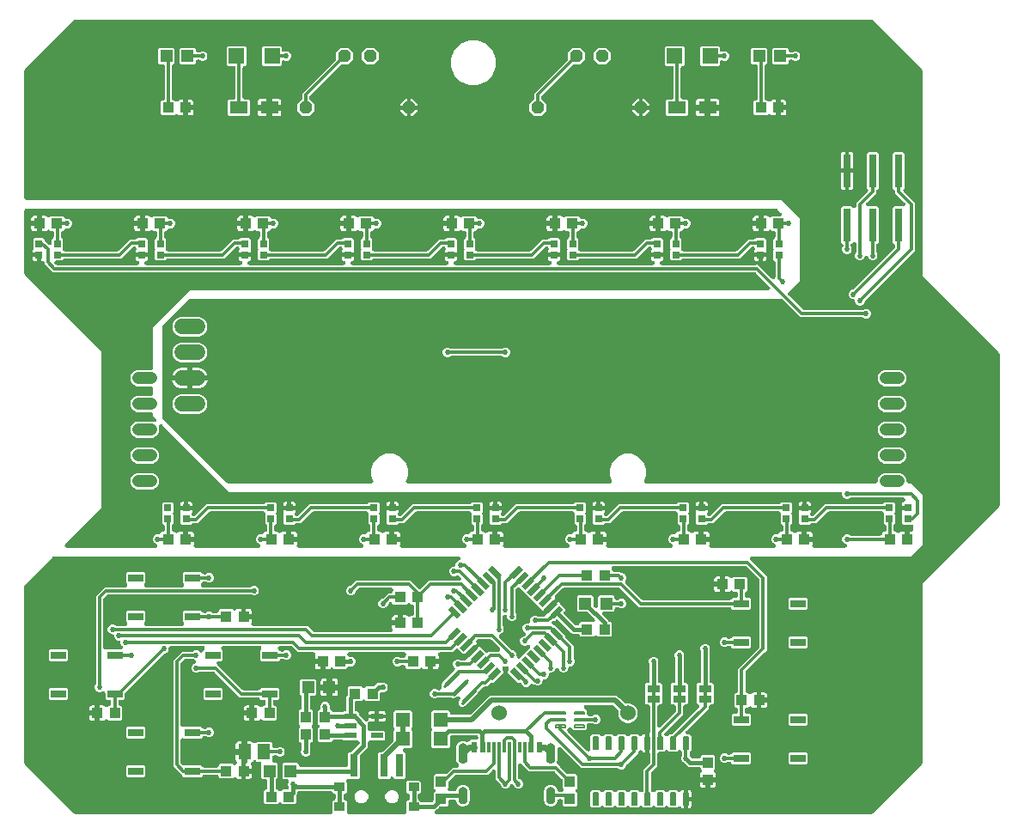
<source format=gbr>
G04 EAGLE Gerber RS-274X export*
G75*
%MOMM*%
%FSLAX34Y34*%
%LPD*%
%INTop Copper*%
%IPPOS*%
%AMOC8*
5,1,8,0,0,1.08239X$1,22.5*%
G01*
%ADD10R,1.100000X1.000000*%
%ADD11R,1.075000X1.000000*%
%ADD12R,1.240000X1.500000*%
%ADD13R,1.200000X1.200000*%
%ADD14R,1.400000X1.400000*%
%ADD15C,0.450000*%
%ADD16C,0.254000*%
%ADD17R,1.000000X1.075000*%
%ADD18R,1.524000X0.762000*%
%ADD19C,1.219200*%
%ADD20R,1.270000X0.558800*%
%ADD21R,0.558800X1.270000*%
%ADD22R,0.700000X0.700000*%
%ADD23R,1.200000X0.550000*%
%ADD24R,0.762000X2.209800*%
%ADD25R,0.990600X0.812800*%
%ADD26C,1.524000*%
%ADD27C,0.155000*%
%ADD28C,0.195000*%
%ADD29C,1.524000*%
%ADD30R,1.270000X0.660400*%
%ADD31P,1.319650X8X202.500000*%
%ADD32P,1.319650X8X22.500000*%
%ADD33R,1.500000X1.500000*%
%ADD34R,1.800000X1.200000*%
%ADD35R,1.000000X1.100000*%
%ADD36R,0.600000X1.140000*%
%ADD37R,0.300000X1.140000*%
%ADD38C,0.900000*%
%ADD39R,0.736600X3.251200*%
%ADD40C,0.304800*%
%ADD41C,0.525000*%
%ADD42C,0.406400*%
%ADD43C,0.609600*%
%ADD44C,0.304800*%
%ADD45C,0.508000*%

G36*
X303751Y2035D02*
X303751Y2035D01*
X303769Y2033D01*
X303951Y2054D01*
X304134Y2073D01*
X304151Y2078D01*
X304168Y2080D01*
X304343Y2137D01*
X304519Y2191D01*
X304534Y2199D01*
X304551Y2205D01*
X304711Y2295D01*
X304873Y2383D01*
X304886Y2394D01*
X304902Y2403D01*
X305041Y2523D01*
X305182Y2640D01*
X305193Y2654D01*
X305207Y2666D01*
X305319Y2811D01*
X305434Y2954D01*
X305442Y2970D01*
X305453Y2984D01*
X305535Y3149D01*
X305620Y3311D01*
X305625Y3328D01*
X305633Y3344D01*
X305680Y3523D01*
X305731Y3698D01*
X305733Y3716D01*
X305737Y3733D01*
X305764Y4064D01*
X305764Y14306D01*
X306988Y15530D01*
X307055Y15537D01*
X307072Y15542D01*
X307089Y15544D01*
X307264Y15601D01*
X307440Y15655D01*
X307455Y15663D01*
X307472Y15669D01*
X307632Y15759D01*
X307794Y15847D01*
X307807Y15858D01*
X307823Y15867D01*
X307962Y15987D01*
X308103Y16104D01*
X308114Y16118D01*
X308128Y16130D01*
X308240Y16275D01*
X308355Y16418D01*
X308363Y16434D01*
X308374Y16448D01*
X308456Y16613D01*
X308541Y16775D01*
X308546Y16792D01*
X308554Y16808D01*
X308601Y16986D01*
X308652Y17162D01*
X308654Y17180D01*
X308658Y17197D01*
X308685Y17528D01*
X308685Y20572D01*
X308683Y20590D01*
X308685Y20608D01*
X308664Y20790D01*
X308645Y20973D01*
X308640Y20990D01*
X308638Y21007D01*
X308581Y21182D01*
X308527Y21358D01*
X308519Y21373D01*
X308513Y21390D01*
X308423Y21550D01*
X308335Y21712D01*
X308324Y21725D01*
X308315Y21741D01*
X308195Y21880D01*
X308078Y22021D01*
X308064Y22032D01*
X308052Y22046D01*
X307907Y22158D01*
X307764Y22273D01*
X307748Y22281D01*
X307734Y22292D01*
X307569Y22374D01*
X307407Y22459D01*
X307390Y22464D01*
X307374Y22472D01*
X307195Y22519D01*
X307020Y22570D01*
X307002Y22572D01*
X306985Y22576D01*
X306982Y22576D01*
X305518Y24040D01*
X305497Y24057D01*
X305480Y24078D01*
X305342Y24185D01*
X305206Y24295D01*
X305183Y24308D01*
X305162Y24324D01*
X305005Y24402D01*
X304851Y24484D01*
X304825Y24492D01*
X304801Y24504D01*
X304632Y24549D01*
X304465Y24599D01*
X304438Y24601D01*
X304412Y24608D01*
X304082Y24635D01*
X272796Y24635D01*
X272778Y24633D01*
X272760Y24635D01*
X272578Y24614D01*
X272395Y24595D01*
X272378Y24590D01*
X272361Y24588D01*
X272186Y24531D01*
X272010Y24477D01*
X271995Y24469D01*
X271978Y24463D01*
X271818Y24373D01*
X271656Y24285D01*
X271643Y24274D01*
X271627Y24265D01*
X271488Y24145D01*
X271347Y24028D01*
X271336Y24014D01*
X271322Y24002D01*
X271210Y23857D01*
X271095Y23714D01*
X271087Y23698D01*
X271076Y23684D01*
X270994Y23519D01*
X270909Y23357D01*
X270904Y23340D01*
X270896Y23324D01*
X270848Y23144D01*
X270798Y22970D01*
X270796Y22952D01*
X270792Y22935D01*
X270765Y22604D01*
X270765Y22441D01*
X270062Y20746D01*
X270053Y20716D01*
X270039Y20688D01*
X269995Y20523D01*
X269946Y20360D01*
X269943Y20329D01*
X269935Y20299D01*
X269908Y19968D01*
X269908Y13208D01*
X268717Y12017D01*
X256283Y12017D01*
X255436Y12864D01*
X255422Y12875D01*
X255411Y12889D01*
X255267Y13003D01*
X255125Y13119D01*
X255109Y13127D01*
X255095Y13138D01*
X254931Y13222D01*
X254769Y13308D01*
X254752Y13313D01*
X254736Y13321D01*
X254559Y13370D01*
X254383Y13422D01*
X254365Y13424D01*
X254348Y13429D01*
X254165Y13442D01*
X253982Y13459D01*
X253964Y13457D01*
X253947Y13458D01*
X253765Y13435D01*
X253582Y13415D01*
X253565Y13410D01*
X253547Y13408D01*
X253373Y13349D01*
X253198Y13294D01*
X253182Y13285D01*
X253166Y13280D01*
X253007Y13188D01*
X252846Y13099D01*
X252832Y13088D01*
X252817Y13079D01*
X252564Y12864D01*
X251717Y12017D01*
X239283Y12017D01*
X238092Y13208D01*
X238092Y24892D01*
X239283Y26083D01*
X239404Y26083D01*
X239422Y26085D01*
X239440Y26083D01*
X239622Y26104D01*
X239805Y26123D01*
X239822Y26128D01*
X239839Y26130D01*
X240014Y26187D01*
X240190Y26241D01*
X240205Y26249D01*
X240222Y26255D01*
X240382Y26345D01*
X240544Y26433D01*
X240557Y26444D01*
X240573Y26453D01*
X240712Y26573D01*
X240853Y26690D01*
X240864Y26704D01*
X240878Y26716D01*
X240990Y26861D01*
X241105Y27004D01*
X241113Y27020D01*
X241124Y27034D01*
X241206Y27198D01*
X241291Y27361D01*
X241296Y27378D01*
X241304Y27394D01*
X241351Y27573D01*
X241402Y27748D01*
X241404Y27766D01*
X241408Y27783D01*
X241435Y28114D01*
X241435Y34386D01*
X241433Y34404D01*
X241435Y34422D01*
X241414Y34604D01*
X241395Y34787D01*
X241390Y34804D01*
X241388Y34821D01*
X241331Y34996D01*
X241277Y35172D01*
X241269Y35187D01*
X241263Y35204D01*
X241173Y35364D01*
X241085Y35526D01*
X241074Y35539D01*
X241065Y35555D01*
X240945Y35694D01*
X240828Y35835D01*
X240814Y35846D01*
X240802Y35860D01*
X240657Y35972D01*
X240514Y36087D01*
X240498Y36095D01*
X240484Y36106D01*
X240319Y36188D01*
X240157Y36273D01*
X240140Y36278D01*
X240124Y36286D01*
X239945Y36333D01*
X239770Y36384D01*
X239752Y36386D01*
X239735Y36390D01*
X239404Y36417D01*
X236658Y36417D01*
X235467Y37608D01*
X235467Y51936D01*
X235465Y51954D01*
X235467Y51972D01*
X235446Y52153D01*
X235427Y52337D01*
X235422Y52354D01*
X235420Y52371D01*
X235363Y52546D01*
X235309Y52722D01*
X235301Y52737D01*
X235295Y52754D01*
X235205Y52914D01*
X235117Y53076D01*
X235106Y53089D01*
X235097Y53105D01*
X234977Y53244D01*
X234860Y53385D01*
X234846Y53396D01*
X234834Y53410D01*
X234689Y53522D01*
X234546Y53637D01*
X234530Y53645D01*
X234516Y53656D01*
X234351Y53738D01*
X234189Y53823D01*
X234172Y53828D01*
X234156Y53836D01*
X233977Y53883D01*
X233802Y53934D01*
X233784Y53936D01*
X233767Y53940D01*
X233436Y53967D01*
X231058Y53967D01*
X230395Y54630D01*
X230377Y54645D01*
X230369Y54654D01*
X230310Y54701D01*
X230244Y54766D01*
X230161Y54822D01*
X230084Y54885D01*
X230063Y54896D01*
X230054Y54904D01*
X229986Y54938D01*
X229909Y54989D01*
X229816Y55027D01*
X229728Y55074D01*
X229706Y55080D01*
X229695Y55086D01*
X229622Y55106D01*
X229536Y55141D01*
X229438Y55160D01*
X229342Y55188D01*
X229319Y55191D01*
X229307Y55194D01*
X229231Y55199D01*
X229141Y55217D01*
X229041Y55216D01*
X228941Y55225D01*
X228918Y55222D01*
X228905Y55223D01*
X228829Y55214D01*
X228738Y55213D01*
X228640Y55192D01*
X228541Y55181D01*
X228520Y55175D01*
X228506Y55173D01*
X228432Y55148D01*
X228344Y55130D01*
X228253Y55090D01*
X228157Y55060D01*
X228138Y55049D01*
X228124Y55045D01*
X228056Y55005D01*
X227974Y54970D01*
X227892Y54913D01*
X227805Y54865D01*
X227789Y54852D01*
X227775Y54844D01*
X227703Y54783D01*
X227643Y54741D01*
X227594Y54690D01*
X227522Y54629D01*
X226860Y53967D01*
X226381Y53690D01*
X226367Y53680D01*
X226350Y53672D01*
X226204Y53563D01*
X226054Y53456D01*
X226042Y53442D01*
X226028Y53432D01*
X225905Y53296D01*
X225780Y53161D01*
X225771Y53146D01*
X225759Y53132D01*
X225665Y52973D01*
X225569Y52818D01*
X225563Y52801D01*
X225554Y52786D01*
X225493Y52611D01*
X225430Y52440D01*
X225427Y52422D01*
X225422Y52405D01*
X225397Y52224D01*
X225369Y52042D01*
X225369Y52024D01*
X225367Y52006D01*
X225378Y51823D01*
X225387Y51640D01*
X225391Y51622D01*
X225392Y51605D01*
X225439Y51427D01*
X225484Y51249D01*
X225491Y51233D01*
X225496Y51216D01*
X225638Y50916D01*
X225918Y50431D01*
X226091Y49785D01*
X226091Y46949D01*
X220549Y46949D01*
X220549Y52029D01*
X220569Y52031D01*
X220586Y52036D01*
X220603Y52038D01*
X220778Y52095D01*
X220954Y52149D01*
X220969Y52157D01*
X220986Y52163D01*
X221146Y52253D01*
X221308Y52341D01*
X221321Y52352D01*
X221337Y52361D01*
X221476Y52481D01*
X221617Y52598D01*
X221628Y52612D01*
X221642Y52624D01*
X221754Y52769D01*
X221869Y52912D01*
X221877Y52928D01*
X221888Y52942D01*
X221970Y53107D01*
X222055Y53269D01*
X222060Y53286D01*
X222068Y53302D01*
X222115Y53481D01*
X222166Y53656D01*
X222168Y53674D01*
X222172Y53691D01*
X222199Y54022D01*
X222199Y62432D01*
X222197Y62450D01*
X222199Y62467D01*
X222178Y62650D01*
X222159Y62832D01*
X222154Y62849D01*
X222152Y62867D01*
X222095Y63042D01*
X222041Y63217D01*
X222033Y63233D01*
X222027Y63250D01*
X221937Y63410D01*
X221891Y63494D01*
X221970Y63653D01*
X222055Y63816D01*
X222060Y63833D01*
X222068Y63849D01*
X222115Y64027D01*
X222166Y64202D01*
X222168Y64220D01*
X222172Y64237D01*
X222199Y64568D01*
X222199Y73541D01*
X225635Y73541D01*
X226281Y73368D01*
X226860Y73033D01*
X227522Y72371D01*
X227535Y72360D01*
X227548Y72345D01*
X227627Y72283D01*
X227698Y72214D01*
X227772Y72167D01*
X227834Y72116D01*
X227847Y72109D01*
X227864Y72096D01*
X227953Y72050D01*
X228037Y71996D01*
X228120Y71964D01*
X228189Y71927D01*
X228203Y71923D01*
X228223Y71913D01*
X228319Y71886D01*
X228412Y71850D01*
X228501Y71834D01*
X228575Y71812D01*
X228589Y71811D01*
X228611Y71805D01*
X228711Y71798D01*
X228809Y71781D01*
X228900Y71783D01*
X228976Y71776D01*
X228989Y71777D01*
X229012Y71776D01*
X229112Y71788D01*
X229211Y71791D01*
X229301Y71811D01*
X229377Y71819D01*
X229388Y71823D01*
X229412Y71826D01*
X229507Y71858D01*
X229604Y71880D01*
X229689Y71918D01*
X229760Y71941D01*
X229771Y71947D01*
X229793Y71954D01*
X229880Y72004D01*
X229971Y72045D01*
X230047Y72099D01*
X230113Y72136D01*
X230122Y72144D01*
X230142Y72155D01*
X230235Y72234D01*
X230299Y72280D01*
X230337Y72321D01*
X230395Y72370D01*
X231058Y73033D01*
X245142Y73033D01*
X246333Y71842D01*
X246333Y69088D01*
X246335Y69070D01*
X246333Y69052D01*
X246355Y68869D01*
X246373Y68687D01*
X246378Y68670D01*
X246380Y68653D01*
X246437Y68478D01*
X246491Y68302D01*
X246499Y68287D01*
X246505Y68270D01*
X246595Y68110D01*
X246683Y67948D01*
X246694Y67935D01*
X246703Y67919D01*
X246823Y67780D01*
X246940Y67639D01*
X246954Y67628D01*
X246966Y67614D01*
X247111Y67502D01*
X247254Y67387D01*
X247270Y67379D01*
X247284Y67368D01*
X247449Y67286D01*
X247611Y67201D01*
X247628Y67196D01*
X247644Y67188D01*
X247823Y67141D01*
X247998Y67090D01*
X248016Y67088D01*
X248033Y67084D01*
X248364Y67057D01*
X250128Y67057D01*
X250155Y67059D01*
X250182Y67057D01*
X250356Y67079D01*
X250529Y67097D01*
X250554Y67104D01*
X250581Y67108D01*
X250747Y67163D01*
X250914Y67215D01*
X250937Y67228D01*
X250963Y67236D01*
X251114Y67323D01*
X251268Y67407D01*
X251276Y67413D01*
X253074Y68158D01*
X254926Y68158D01*
X256638Y67449D01*
X257949Y66138D01*
X258658Y64426D01*
X258658Y62574D01*
X257949Y60862D01*
X256638Y59551D01*
X254926Y58842D01*
X253074Y58842D01*
X251271Y59589D01*
X251253Y59603D01*
X251229Y59616D01*
X251208Y59632D01*
X251051Y59710D01*
X250897Y59792D01*
X250872Y59800D01*
X250848Y59812D01*
X250678Y59857D01*
X250512Y59907D01*
X250485Y59909D01*
X250459Y59916D01*
X250128Y59943D01*
X248364Y59943D01*
X248346Y59941D01*
X248328Y59943D01*
X248146Y59922D01*
X247963Y59903D01*
X247946Y59898D01*
X247929Y59896D01*
X247754Y59839D01*
X247578Y59785D01*
X247563Y59777D01*
X247546Y59771D01*
X247386Y59681D01*
X247224Y59593D01*
X247211Y59582D01*
X247195Y59573D01*
X247056Y59453D01*
X246915Y59336D01*
X246904Y59322D01*
X246890Y59310D01*
X246778Y59165D01*
X246663Y59022D01*
X246655Y59006D01*
X246644Y58992D01*
X246562Y58827D01*
X246477Y58665D01*
X246472Y58648D01*
X246464Y58632D01*
X246417Y58453D01*
X246366Y58278D01*
X246364Y58260D01*
X246360Y58243D01*
X246333Y57912D01*
X246333Y54514D01*
X246335Y54496D01*
X246333Y54478D01*
X246354Y54296D01*
X246373Y54113D01*
X246378Y54096D01*
X246380Y54079D01*
X246437Y53904D01*
X246491Y53728D01*
X246499Y53713D01*
X246505Y53696D01*
X246595Y53536D01*
X246683Y53374D01*
X246694Y53361D01*
X246703Y53345D01*
X246823Y53206D01*
X246940Y53065D01*
X246954Y53054D01*
X246966Y53040D01*
X247111Y52928D01*
X247254Y52813D01*
X247270Y52805D01*
X247284Y52794D01*
X247449Y52712D01*
X247611Y52627D01*
X247628Y52622D01*
X247644Y52614D01*
X247823Y52567D01*
X247998Y52516D01*
X248016Y52514D01*
X248033Y52510D01*
X248364Y52483D01*
X250342Y52483D01*
X251533Y51292D01*
X251533Y37608D01*
X250160Y36235D01*
X250143Y36214D01*
X250122Y36197D01*
X250015Y36059D01*
X249905Y35923D01*
X249892Y35900D01*
X249876Y35879D01*
X249798Y35722D01*
X249716Y35568D01*
X249708Y35542D01*
X249696Y35518D01*
X249651Y35349D01*
X249601Y35182D01*
X249599Y35155D01*
X249592Y35129D01*
X249565Y34799D01*
X249565Y28114D01*
X249567Y28096D01*
X249565Y28078D01*
X249586Y27896D01*
X249605Y27713D01*
X249610Y27696D01*
X249612Y27679D01*
X249669Y27504D01*
X249723Y27328D01*
X249731Y27313D01*
X249737Y27296D01*
X249827Y27136D01*
X249915Y26974D01*
X249926Y26961D01*
X249935Y26945D01*
X250055Y26806D01*
X250172Y26665D01*
X250186Y26654D01*
X250198Y26640D01*
X250343Y26528D01*
X250486Y26413D01*
X250502Y26405D01*
X250516Y26394D01*
X250681Y26312D01*
X250843Y26227D01*
X250860Y26222D01*
X250876Y26214D01*
X251055Y26167D01*
X251230Y26116D01*
X251248Y26114D01*
X251265Y26110D01*
X251596Y26083D01*
X251717Y26083D01*
X252564Y25236D01*
X252577Y25225D01*
X252589Y25211D01*
X252734Y25097D01*
X252875Y24981D01*
X252891Y24973D01*
X252905Y24962D01*
X253069Y24878D01*
X253231Y24792D01*
X253248Y24787D01*
X253264Y24779D01*
X253441Y24730D01*
X253617Y24678D01*
X253635Y24676D01*
X253652Y24671D01*
X253835Y24658D01*
X254018Y24641D01*
X254036Y24643D01*
X254053Y24642D01*
X254235Y24665D01*
X254418Y24685D01*
X254435Y24690D01*
X254453Y24692D01*
X254626Y24750D01*
X254802Y24806D01*
X254818Y24815D01*
X254834Y24820D01*
X254993Y24912D01*
X255154Y25001D01*
X255168Y25012D01*
X255183Y25021D01*
X255436Y25236D01*
X256283Y26083D01*
X260604Y26083D01*
X260622Y26085D01*
X260640Y26083D01*
X260822Y26104D01*
X261005Y26123D01*
X261022Y26128D01*
X261039Y26130D01*
X261214Y26187D01*
X261390Y26241D01*
X261405Y26249D01*
X261422Y26255D01*
X261582Y26345D01*
X261744Y26433D01*
X261757Y26444D01*
X261773Y26453D01*
X261912Y26573D01*
X262053Y26690D01*
X262064Y26704D01*
X262078Y26716D01*
X262190Y26861D01*
X262305Y27004D01*
X262313Y27020D01*
X262324Y27034D01*
X262406Y27198D01*
X262491Y27361D01*
X262496Y27378D01*
X262504Y27394D01*
X262551Y27573D01*
X262602Y27748D01*
X262604Y27766D01*
X262608Y27783D01*
X262635Y28114D01*
X262635Y28988D01*
X262632Y29019D01*
X262634Y29050D01*
X262612Y29219D01*
X262595Y29389D01*
X262586Y29418D01*
X262582Y29449D01*
X262481Y29765D01*
X262042Y30824D01*
X262042Y32676D01*
X262428Y33609D01*
X262432Y33622D01*
X262438Y33633D01*
X262490Y33814D01*
X262545Y33994D01*
X262546Y34007D01*
X262550Y34020D01*
X262565Y34208D01*
X262583Y34395D01*
X262582Y34408D01*
X262583Y34422D01*
X262561Y34608D01*
X262541Y34795D01*
X262537Y34808D01*
X262536Y34821D01*
X262478Y35000D01*
X262422Y35180D01*
X262415Y35191D01*
X262411Y35204D01*
X262318Y35368D01*
X262228Y35533D01*
X262220Y35543D01*
X262213Y35555D01*
X262090Y35697D01*
X261969Y35841D01*
X261959Y35849D01*
X261950Y35860D01*
X261802Y35974D01*
X261654Y36092D01*
X261642Y36098D01*
X261632Y36106D01*
X261464Y36190D01*
X261296Y36276D01*
X261283Y36280D01*
X261271Y36286D01*
X261089Y36335D01*
X260909Y36386D01*
X260896Y36387D01*
X260883Y36390D01*
X260552Y36417D01*
X257658Y36417D01*
X256467Y37608D01*
X256467Y51292D01*
X257658Y52483D01*
X271342Y52483D01*
X272533Y51292D01*
X272533Y50546D01*
X272535Y50528D01*
X272533Y50510D01*
X272554Y50328D01*
X272573Y50145D01*
X272578Y50128D01*
X272580Y50111D01*
X272637Y49936D01*
X272691Y49760D01*
X272699Y49745D01*
X272705Y49728D01*
X272795Y49568D01*
X272883Y49406D01*
X272894Y49393D01*
X272903Y49377D01*
X273023Y49238D01*
X273140Y49097D01*
X273154Y49086D01*
X273166Y49072D01*
X273311Y48960D01*
X273454Y48845D01*
X273470Y48837D01*
X273484Y48826D01*
X273649Y48744D01*
X273811Y48659D01*
X273828Y48654D01*
X273844Y48646D01*
X274023Y48599D01*
X274198Y48548D01*
X274216Y48546D01*
X274233Y48542D01*
X274564Y48515D01*
X318876Y48515D01*
X318894Y48517D01*
X318912Y48515D01*
X319094Y48536D01*
X319277Y48555D01*
X319294Y48560D01*
X319311Y48562D01*
X319486Y48619D01*
X319662Y48673D01*
X319677Y48681D01*
X319694Y48687D01*
X319854Y48777D01*
X320016Y48865D01*
X320029Y48876D01*
X320045Y48885D01*
X320184Y49005D01*
X320325Y49122D01*
X320336Y49136D01*
X320350Y49148D01*
X320462Y49293D01*
X320577Y49436D01*
X320585Y49452D01*
X320596Y49466D01*
X320678Y49631D01*
X320763Y49793D01*
X320768Y49810D01*
X320776Y49826D01*
X320823Y50004D01*
X320874Y50180D01*
X320876Y50198D01*
X320880Y50215D01*
X320907Y50546D01*
X320907Y61948D01*
X322098Y63139D01*
X323249Y63139D01*
X323276Y63141D01*
X323302Y63139D01*
X323476Y63161D01*
X323650Y63179D01*
X323675Y63186D01*
X323702Y63190D01*
X323867Y63245D01*
X324035Y63297D01*
X324058Y63310D01*
X324083Y63318D01*
X324235Y63405D01*
X324389Y63489D01*
X324409Y63506D01*
X324432Y63519D01*
X324685Y63734D01*
X331890Y70939D01*
X331907Y70959D01*
X331928Y70977D01*
X332035Y71115D01*
X332145Y71250D01*
X332158Y71274D01*
X332174Y71295D01*
X332252Y71452D01*
X332334Y71606D01*
X332342Y71631D01*
X332354Y71656D01*
X332399Y71825D01*
X332449Y71992D01*
X332451Y72018D01*
X332458Y72044D01*
X332485Y72375D01*
X332485Y72586D01*
X332483Y72604D01*
X332485Y72622D01*
X332464Y72804D01*
X332445Y72987D01*
X332440Y73004D01*
X332438Y73021D01*
X332381Y73196D01*
X332327Y73372D01*
X332319Y73387D01*
X332313Y73404D01*
X332223Y73564D01*
X332135Y73726D01*
X332124Y73739D01*
X332115Y73755D01*
X331995Y73894D01*
X331878Y74035D01*
X331864Y74046D01*
X331852Y74060D01*
X331707Y74172D01*
X331564Y74287D01*
X331548Y74295D01*
X331534Y74306D01*
X331369Y74388D01*
X331207Y74473D01*
X331190Y74478D01*
X331174Y74486D01*
X330995Y74533D01*
X330820Y74584D01*
X330802Y74586D01*
X330785Y74590D01*
X330454Y74617D01*
X316707Y74617D01*
X316584Y74740D01*
X316563Y74757D01*
X316546Y74778D01*
X316408Y74884D01*
X316273Y74995D01*
X316249Y75008D01*
X316228Y75024D01*
X316072Y75102D01*
X315917Y75184D01*
X315891Y75192D01*
X315867Y75204D01*
X315698Y75249D01*
X315531Y75299D01*
X315504Y75301D01*
X315478Y75308D01*
X315148Y75335D01*
X307476Y75335D01*
X307450Y75333D01*
X307423Y75335D01*
X307249Y75313D01*
X307076Y75295D01*
X307050Y75288D01*
X307024Y75284D01*
X306858Y75229D01*
X306691Y75177D01*
X306667Y75164D01*
X306642Y75156D01*
X306490Y75069D01*
X306337Y74985D01*
X306316Y74968D01*
X306293Y74955D01*
X306040Y74740D01*
X304292Y72992D01*
X292608Y72992D01*
X291417Y74183D01*
X291417Y86617D01*
X292264Y87464D01*
X292275Y87477D01*
X292289Y87489D01*
X292403Y87634D01*
X292519Y87775D01*
X292527Y87791D01*
X292538Y87805D01*
X292622Y87969D01*
X292708Y88131D01*
X292713Y88148D01*
X292721Y88164D01*
X292770Y88341D01*
X292822Y88517D01*
X292824Y88535D01*
X292829Y88552D01*
X292842Y88735D01*
X292859Y88918D01*
X292857Y88935D01*
X292858Y88953D01*
X292835Y89135D01*
X292815Y89318D01*
X292810Y89335D01*
X292808Y89353D01*
X292750Y89526D01*
X292694Y89702D01*
X292685Y89718D01*
X292680Y89734D01*
X292588Y89893D01*
X292499Y90054D01*
X292488Y90068D01*
X292479Y90083D01*
X292264Y90336D01*
X291417Y91183D01*
X291417Y103617D01*
X293197Y105397D01*
X293214Y105418D01*
X293235Y105435D01*
X293342Y105573D01*
X293452Y105709D01*
X293465Y105732D01*
X293481Y105753D01*
X293559Y105910D01*
X293641Y106064D01*
X293649Y106090D01*
X293661Y106114D01*
X293706Y106283D01*
X293756Y106450D01*
X293758Y106477D01*
X293765Y106503D01*
X293792Y106833D01*
X293792Y108876D01*
X294501Y110588D01*
X295812Y111899D01*
X297524Y112608D01*
X299376Y112608D01*
X301088Y111899D01*
X302399Y110588D01*
X303108Y108876D01*
X303108Y106833D01*
X303110Y106807D01*
X303108Y106780D01*
X303130Y106606D01*
X303148Y106433D01*
X303155Y106407D01*
X303159Y106381D01*
X303214Y106215D01*
X303266Y106048D01*
X303279Y106024D01*
X303287Y105999D01*
X303374Y105847D01*
X303458Y105694D01*
X303475Y105673D01*
X303488Y105650D01*
X303703Y105397D01*
X306040Y103060D01*
X306061Y103043D01*
X306078Y103022D01*
X306216Y102915D01*
X306352Y102805D01*
X306375Y102792D01*
X306396Y102776D01*
X306553Y102698D01*
X306707Y102616D01*
X306733Y102608D01*
X306757Y102596D01*
X306926Y102551D01*
X307093Y102501D01*
X307120Y102499D01*
X307146Y102492D01*
X307476Y102465D01*
X315148Y102465D01*
X315174Y102467D01*
X315201Y102465D01*
X315375Y102487D01*
X315548Y102505D01*
X315574Y102513D01*
X315600Y102516D01*
X315766Y102571D01*
X315933Y102623D01*
X315957Y102636D01*
X315982Y102644D01*
X316134Y102731D01*
X316287Y102815D01*
X316308Y102832D01*
X316331Y102845D01*
X316584Y103060D01*
X316707Y103183D01*
X317453Y103183D01*
X317471Y103185D01*
X317489Y103183D01*
X317671Y103204D01*
X317854Y103223D01*
X317871Y103228D01*
X317888Y103230D01*
X318063Y103287D01*
X318239Y103341D01*
X318254Y103349D01*
X318271Y103355D01*
X318431Y103445D01*
X318593Y103533D01*
X318606Y103544D01*
X318622Y103553D01*
X318761Y103673D01*
X318902Y103790D01*
X318913Y103804D01*
X318927Y103816D01*
X319039Y103961D01*
X319154Y104104D01*
X319162Y104120D01*
X319173Y104134D01*
X319255Y104299D01*
X319340Y104461D01*
X319345Y104478D01*
X319353Y104494D01*
X319400Y104673D01*
X319451Y104848D01*
X319453Y104866D01*
X319457Y104883D01*
X319484Y105214D01*
X319484Y116958D01*
X320109Y118465D01*
X320192Y118572D01*
X320302Y118707D01*
X320315Y118731D01*
X320331Y118752D01*
X320409Y118909D01*
X320491Y119063D01*
X320499Y119088D01*
X320511Y119113D01*
X320556Y119282D01*
X320606Y119449D01*
X320608Y119475D01*
X320615Y119501D01*
X320642Y119832D01*
X320642Y126492D01*
X321833Y127683D01*
X334267Y127683D01*
X335114Y126836D01*
X335127Y126825D01*
X335139Y126811D01*
X335284Y126697D01*
X335425Y126581D01*
X335441Y126573D01*
X335455Y126562D01*
X335619Y126478D01*
X335781Y126392D01*
X335798Y126387D01*
X335814Y126379D01*
X335991Y126330D01*
X336167Y126278D01*
X336185Y126276D01*
X336202Y126271D01*
X336385Y126258D01*
X336568Y126241D01*
X336586Y126243D01*
X336603Y126242D01*
X336785Y126265D01*
X336968Y126285D01*
X336985Y126290D01*
X337003Y126292D01*
X337176Y126350D01*
X337352Y126406D01*
X337368Y126415D01*
X337384Y126420D01*
X337543Y126512D01*
X337704Y126601D01*
X337718Y126612D01*
X337733Y126621D01*
X337986Y126836D01*
X338833Y127683D01*
X345493Y127683D01*
X345520Y127685D01*
X345546Y127683D01*
X345720Y127705D01*
X345894Y127723D01*
X345919Y127730D01*
X345946Y127734D01*
X346111Y127789D01*
X346278Y127841D01*
X346302Y127854D01*
X346327Y127862D01*
X346479Y127949D01*
X346633Y128033D01*
X346653Y128050D01*
X346676Y128063D01*
X346929Y128278D01*
X349098Y130446D01*
X350591Y131065D01*
X352838Y131065D01*
X352869Y131068D01*
X352900Y131066D01*
X353070Y131088D01*
X353238Y131105D01*
X353268Y131114D01*
X353299Y131118D01*
X353615Y131219D01*
X354674Y131658D01*
X356526Y131658D01*
X358238Y130949D01*
X359549Y129638D01*
X360258Y127926D01*
X360258Y126074D01*
X359549Y124362D01*
X358238Y123051D01*
X356526Y122342D01*
X354489Y122342D01*
X354471Y122340D01*
X354453Y122342D01*
X354271Y122321D01*
X354088Y122302D01*
X354071Y122297D01*
X354054Y122295D01*
X353879Y122238D01*
X353703Y122184D01*
X353688Y122176D01*
X353671Y122170D01*
X353511Y122080D01*
X353349Y121992D01*
X353336Y121981D01*
X353320Y121972D01*
X353181Y121852D01*
X353040Y121735D01*
X353029Y121721D01*
X353015Y121709D01*
X352903Y121564D01*
X352788Y121421D01*
X352780Y121405D01*
X352769Y121391D01*
X352686Y121225D01*
X352602Y121064D01*
X352597Y121047D01*
X352589Y121031D01*
X352541Y120852D01*
X352491Y120677D01*
X352489Y120659D01*
X352485Y120642D01*
X352458Y120311D01*
X352458Y114808D01*
X351267Y113617D01*
X338833Y113617D01*
X337986Y114464D01*
X337972Y114475D01*
X337961Y114489D01*
X337817Y114603D01*
X337675Y114719D01*
X337659Y114727D01*
X337645Y114738D01*
X337481Y114822D01*
X337319Y114908D01*
X337302Y114913D01*
X337286Y114921D01*
X337109Y114970D01*
X336933Y115022D01*
X336915Y115024D01*
X336898Y115029D01*
X336715Y115042D01*
X336532Y115059D01*
X336514Y115057D01*
X336497Y115058D01*
X336315Y115035D01*
X336132Y115015D01*
X336115Y115010D01*
X336097Y115008D01*
X335923Y114949D01*
X335748Y114894D01*
X335732Y114885D01*
X335716Y114880D01*
X335557Y114788D01*
X335396Y114699D01*
X335382Y114688D01*
X335367Y114679D01*
X335114Y114464D01*
X334267Y113617D01*
X329645Y113617D01*
X329627Y113615D01*
X329609Y113617D01*
X329427Y113596D01*
X329244Y113577D01*
X329227Y113572D01*
X329210Y113570D01*
X329035Y113513D01*
X328859Y113459D01*
X328844Y113451D01*
X328827Y113445D01*
X328667Y113355D01*
X328505Y113267D01*
X328492Y113256D01*
X328476Y113247D01*
X328337Y113127D01*
X328196Y113010D01*
X328185Y112996D01*
X328171Y112984D01*
X328059Y112839D01*
X327944Y112696D01*
X327936Y112680D01*
X327925Y112666D01*
X327843Y112501D01*
X327758Y112339D01*
X327753Y112322D01*
X327745Y112306D01*
X327698Y112127D01*
X327647Y111952D01*
X327645Y111934D01*
X327641Y111917D01*
X327614Y111586D01*
X327614Y105214D01*
X327616Y105196D01*
X327614Y105178D01*
X327635Y104996D01*
X327654Y104813D01*
X327659Y104796D01*
X327661Y104779D01*
X327718Y104604D01*
X327772Y104428D01*
X327780Y104413D01*
X327786Y104396D01*
X327876Y104236D01*
X327964Y104074D01*
X327975Y104061D01*
X327984Y104045D01*
X328104Y103906D01*
X328221Y103765D01*
X328235Y103754D01*
X328247Y103740D01*
X328392Y103628D01*
X328535Y103513D01*
X328551Y103505D01*
X328565Y103494D01*
X328730Y103412D01*
X328892Y103327D01*
X328909Y103322D01*
X328925Y103314D01*
X329104Y103267D01*
X329279Y103216D01*
X329297Y103214D01*
X329314Y103210D01*
X329645Y103183D01*
X330391Y103183D01*
X331582Y101992D01*
X331582Y100877D01*
X331584Y100850D01*
X331582Y100823D01*
X331604Y100650D01*
X331622Y100476D01*
X331629Y100451D01*
X331633Y100424D01*
X331688Y100258D01*
X331740Y100091D01*
X331753Y100068D01*
X331761Y100042D01*
X331848Y99891D01*
X331932Y99737D01*
X331949Y99717D01*
X331962Y99693D01*
X332177Y99440D01*
X337543Y94074D01*
X337550Y94069D01*
X337555Y94062D01*
X337705Y93942D01*
X337854Y93819D01*
X337862Y93815D01*
X337869Y93810D01*
X338040Y93721D01*
X338210Y93631D01*
X338218Y93628D01*
X338226Y93624D01*
X338412Y93571D01*
X338596Y93516D01*
X338605Y93515D01*
X338613Y93513D01*
X338805Y93497D01*
X338997Y93480D01*
X339006Y93481D01*
X339015Y93480D01*
X339204Y93502D01*
X339397Y93523D01*
X339406Y93526D01*
X339414Y93527D01*
X339596Y93586D01*
X339781Y93644D01*
X339789Y93649D01*
X339797Y93652D01*
X339966Y93747D01*
X340133Y93839D01*
X340140Y93845D01*
X340148Y93849D01*
X340294Y93975D01*
X340440Y94100D01*
X340446Y94107D01*
X340453Y94113D01*
X340570Y94264D01*
X340690Y94416D01*
X340694Y94424D01*
X340699Y94431D01*
X340785Y94603D01*
X340872Y94775D01*
X340875Y94783D01*
X340879Y94791D01*
X340929Y94978D01*
X340980Y95163D01*
X340981Y95171D01*
X340983Y95180D01*
X341010Y95511D01*
X341010Y96369D01*
X347520Y96369D01*
X347520Y93109D01*
X343217Y93109D01*
X342879Y93200D01*
X342802Y93212D01*
X342728Y93234D01*
X342604Y93245D01*
X342482Y93265D01*
X342404Y93262D01*
X342327Y93269D01*
X342203Y93255D01*
X342079Y93250D01*
X342004Y93232D01*
X341927Y93224D01*
X341808Y93186D01*
X341688Y93157D01*
X341617Y93124D01*
X341543Y93100D01*
X341435Y93040D01*
X341322Y92988D01*
X341260Y92942D01*
X341192Y92904D01*
X341098Y92823D01*
X340997Y92750D01*
X340945Y92693D01*
X340886Y92642D01*
X340809Y92544D01*
X340726Y92453D01*
X340686Y92386D01*
X340638Y92325D01*
X340582Y92214D01*
X340518Y92108D01*
X340492Y92035D01*
X340457Y91965D01*
X340424Y91846D01*
X340382Y91729D01*
X340371Y91652D01*
X340351Y91577D01*
X340342Y91454D01*
X340324Y91331D01*
X340328Y91253D01*
X340323Y91175D01*
X340339Y91053D01*
X340346Y90929D01*
X340365Y90853D01*
X340375Y90776D01*
X340424Y90623D01*
X340446Y90539D01*
X340462Y90505D01*
X340477Y90460D01*
X340615Y90127D01*
X340615Y86214D01*
X340617Y86196D01*
X340615Y86178D01*
X340636Y85996D01*
X340655Y85813D01*
X340660Y85796D01*
X340662Y85779D01*
X340719Y85603D01*
X340773Y85428D01*
X340781Y85413D01*
X340787Y85396D01*
X340877Y85236D01*
X340965Y85074D01*
X340976Y85061D01*
X340985Y85045D01*
X341105Y84905D01*
X341222Y84765D01*
X341236Y84754D01*
X341248Y84740D01*
X341393Y84628D01*
X341536Y84513D01*
X341552Y84505D01*
X341566Y84494D01*
X341731Y84412D01*
X341893Y84327D01*
X341910Y84322D01*
X341926Y84314D01*
X342105Y84267D01*
X342280Y84216D01*
X342298Y84214D01*
X342315Y84210D01*
X342646Y84183D01*
X356393Y84183D01*
X357584Y82992D01*
X357584Y75808D01*
X356393Y74617D01*
X342646Y74617D01*
X342628Y74615D01*
X342610Y74617D01*
X342428Y74596D01*
X342245Y74577D01*
X342228Y74572D01*
X342211Y74570D01*
X342036Y74513D01*
X341860Y74459D01*
X341845Y74451D01*
X341828Y74445D01*
X341668Y74355D01*
X341506Y74267D01*
X341493Y74256D01*
X341477Y74247D01*
X341338Y74127D01*
X341197Y74010D01*
X341186Y73996D01*
X341172Y73984D01*
X341060Y73839D01*
X340945Y73696D01*
X340937Y73680D01*
X340926Y73666D01*
X340844Y73501D01*
X340759Y73339D01*
X340754Y73322D01*
X340746Y73306D01*
X340699Y73127D01*
X340648Y72952D01*
X340646Y72934D01*
X340642Y72917D01*
X340615Y72586D01*
X340615Y69041D01*
X339996Y67548D01*
X338567Y66119D01*
X338567Y66118D01*
X333188Y60739D01*
X333171Y60719D01*
X333150Y60701D01*
X333043Y60563D01*
X332933Y60428D01*
X332920Y60404D01*
X332904Y60383D01*
X332826Y60226D01*
X332744Y60072D01*
X332736Y60047D01*
X332724Y60022D01*
X332679Y59853D01*
X332629Y59686D01*
X332627Y59660D01*
X332620Y59634D01*
X332593Y59303D01*
X332593Y38166D01*
X331402Y36975D01*
X321270Y36975D01*
X321261Y36974D01*
X321252Y36975D01*
X321062Y36955D01*
X320870Y36935D01*
X320861Y36933D01*
X320852Y36932D01*
X320669Y36874D01*
X320485Y36817D01*
X320477Y36813D01*
X320468Y36810D01*
X320300Y36717D01*
X320131Y36625D01*
X320124Y36620D01*
X320116Y36615D01*
X319968Y36490D01*
X319821Y36368D01*
X319816Y36361D01*
X319809Y36355D01*
X319689Y36204D01*
X319569Y36054D01*
X319565Y36046D01*
X319559Y36039D01*
X319472Y35866D01*
X319384Y35697D01*
X319381Y35688D01*
X319377Y35680D01*
X319325Y35494D01*
X319272Y35310D01*
X319271Y35301D01*
X319269Y35292D01*
X319255Y35100D01*
X319239Y34908D01*
X319240Y34900D01*
X319240Y34891D01*
X319264Y34699D01*
X319286Y34509D01*
X319289Y34500D01*
X319290Y34491D01*
X319351Y34311D01*
X319411Y34126D01*
X319416Y34118D01*
X319418Y34110D01*
X319514Y33944D01*
X319609Y33775D01*
X319615Y33768D01*
X319619Y33761D01*
X319736Y33624D01*
X319736Y23794D01*
X318512Y22570D01*
X318445Y22563D01*
X318428Y22558D01*
X318411Y22556D01*
X318236Y22499D01*
X318060Y22445D01*
X318045Y22437D01*
X318028Y22431D01*
X317868Y22341D01*
X317706Y22253D01*
X317693Y22242D01*
X317677Y22233D01*
X317538Y22113D01*
X317397Y21996D01*
X317386Y21982D01*
X317372Y21970D01*
X317260Y21825D01*
X317145Y21682D01*
X317137Y21666D01*
X317126Y21652D01*
X317044Y21487D01*
X316959Y21325D01*
X316954Y21308D01*
X316946Y21292D01*
X316899Y21113D01*
X316848Y20938D01*
X316846Y20920D01*
X316842Y20903D01*
X316815Y20572D01*
X316815Y17528D01*
X316817Y17510D01*
X316815Y17492D01*
X316836Y17310D01*
X316855Y17127D01*
X316860Y17110D01*
X316862Y17093D01*
X316919Y16918D01*
X316973Y16742D01*
X316981Y16727D01*
X316987Y16710D01*
X317077Y16550D01*
X317165Y16388D01*
X317176Y16375D01*
X317185Y16359D01*
X317305Y16220D01*
X317422Y16079D01*
X317436Y16068D01*
X317448Y16054D01*
X317593Y15942D01*
X317736Y15827D01*
X317752Y15819D01*
X317766Y15808D01*
X317931Y15726D01*
X318093Y15641D01*
X318110Y15636D01*
X318126Y15628D01*
X318305Y15581D01*
X318480Y15530D01*
X318498Y15528D01*
X318515Y15524D01*
X318518Y15524D01*
X319736Y14306D01*
X319736Y4064D01*
X319738Y4046D01*
X319736Y4028D01*
X319757Y3846D01*
X319776Y3663D01*
X319781Y3646D01*
X319783Y3629D01*
X319840Y3454D01*
X319894Y3278D01*
X319902Y3263D01*
X319908Y3246D01*
X319998Y3086D01*
X320086Y2924D01*
X320097Y2911D01*
X320106Y2895D01*
X320226Y2756D01*
X320343Y2615D01*
X320357Y2604D01*
X320369Y2590D01*
X320514Y2478D01*
X320657Y2363D01*
X320673Y2355D01*
X320687Y2344D01*
X320852Y2262D01*
X321014Y2177D01*
X321031Y2172D01*
X321047Y2164D01*
X321226Y2117D01*
X321401Y2066D01*
X321419Y2064D01*
X321436Y2060D01*
X321767Y2033D01*
X376733Y2033D01*
X376751Y2035D01*
X376769Y2033D01*
X376951Y2054D01*
X377134Y2073D01*
X377151Y2078D01*
X377168Y2080D01*
X377343Y2137D01*
X377519Y2191D01*
X377534Y2199D01*
X377551Y2205D01*
X377711Y2295D01*
X377873Y2383D01*
X377886Y2394D01*
X377902Y2403D01*
X378041Y2523D01*
X378182Y2640D01*
X378193Y2654D01*
X378207Y2666D01*
X378319Y2811D01*
X378434Y2954D01*
X378442Y2970D01*
X378453Y2984D01*
X378535Y3149D01*
X378620Y3311D01*
X378625Y3328D01*
X378633Y3344D01*
X378680Y3523D01*
X378731Y3698D01*
X378733Y3716D01*
X378737Y3733D01*
X378764Y4064D01*
X378764Y14306D01*
X379988Y15530D01*
X380055Y15537D01*
X380072Y15542D01*
X380089Y15544D01*
X380264Y15601D01*
X380440Y15655D01*
X380455Y15663D01*
X380472Y15669D01*
X380632Y15759D01*
X380794Y15847D01*
X380807Y15858D01*
X380823Y15867D01*
X380962Y15987D01*
X381103Y16104D01*
X381114Y16118D01*
X381128Y16130D01*
X381240Y16275D01*
X381355Y16418D01*
X381363Y16434D01*
X381374Y16448D01*
X381456Y16613D01*
X381541Y16775D01*
X381546Y16792D01*
X381554Y16808D01*
X381601Y16986D01*
X381652Y17162D01*
X381654Y17180D01*
X381658Y17197D01*
X381685Y17528D01*
X381685Y20572D01*
X381683Y20590D01*
X381685Y20608D01*
X381664Y20790D01*
X381645Y20973D01*
X381640Y20990D01*
X381638Y21007D01*
X381581Y21182D01*
X381527Y21358D01*
X381519Y21373D01*
X381513Y21390D01*
X381423Y21550D01*
X381335Y21712D01*
X381324Y21725D01*
X381315Y21741D01*
X381195Y21880D01*
X381078Y22021D01*
X381064Y22032D01*
X381052Y22046D01*
X380907Y22158D01*
X380764Y22273D01*
X380748Y22281D01*
X380734Y22292D01*
X380569Y22374D01*
X380407Y22459D01*
X380390Y22464D01*
X380374Y22472D01*
X380195Y22519D01*
X380020Y22570D01*
X380002Y22572D01*
X379985Y22576D01*
X379982Y22576D01*
X378764Y23794D01*
X378764Y33627D01*
X378799Y33670D01*
X378921Y33819D01*
X378925Y33827D01*
X378931Y33834D01*
X379019Y34004D01*
X379110Y34175D01*
X379112Y34184D01*
X379116Y34191D01*
X379169Y34375D01*
X379224Y34561D01*
X379225Y34570D01*
X379228Y34578D01*
X379243Y34767D01*
X379246Y34797D01*
X391545Y34797D01*
X392736Y33606D01*
X392736Y23794D01*
X391512Y22570D01*
X391445Y22563D01*
X391428Y22558D01*
X391411Y22556D01*
X391236Y22499D01*
X391060Y22445D01*
X391045Y22437D01*
X391028Y22431D01*
X390868Y22341D01*
X390706Y22253D01*
X390693Y22242D01*
X390677Y22233D01*
X390538Y22113D01*
X390397Y21996D01*
X390386Y21982D01*
X390372Y21970D01*
X390260Y21825D01*
X390145Y21682D01*
X390137Y21666D01*
X390126Y21652D01*
X390044Y21487D01*
X389959Y21325D01*
X389954Y21308D01*
X389946Y21292D01*
X389899Y21113D01*
X389848Y20938D01*
X389846Y20920D01*
X389842Y20903D01*
X389815Y20572D01*
X389815Y17528D01*
X389817Y17510D01*
X389815Y17492D01*
X389836Y17310D01*
X389855Y17127D01*
X389860Y17110D01*
X389862Y17093D01*
X389919Y16918D01*
X389973Y16742D01*
X389981Y16727D01*
X389987Y16710D01*
X390077Y16550D01*
X390165Y16388D01*
X390176Y16375D01*
X390185Y16359D01*
X390305Y16220D01*
X390422Y16079D01*
X390436Y16068D01*
X390448Y16054D01*
X390593Y15942D01*
X390736Y15827D01*
X390752Y15819D01*
X390766Y15808D01*
X390931Y15726D01*
X391093Y15641D01*
X391110Y15636D01*
X391126Y15628D01*
X391305Y15581D01*
X391480Y15530D01*
X391498Y15528D01*
X391515Y15524D01*
X391518Y15524D01*
X392982Y14060D01*
X393003Y14043D01*
X393020Y14022D01*
X393158Y13915D01*
X393294Y13805D01*
X393317Y13792D01*
X393338Y13776D01*
X393495Y13698D01*
X393649Y13616D01*
X393675Y13608D01*
X393699Y13596D01*
X393868Y13551D01*
X394035Y13501D01*
X394062Y13499D01*
X394088Y13492D01*
X394418Y13465D01*
X402725Y13465D01*
X402751Y13467D01*
X402778Y13465D01*
X402952Y13487D01*
X403126Y13505D01*
X403151Y13512D01*
X403178Y13516D01*
X403343Y13572D01*
X403510Y13623D01*
X403534Y13635D01*
X403559Y13644D01*
X403711Y13731D01*
X403865Y13815D01*
X403885Y13832D01*
X403908Y13845D01*
X404161Y14060D01*
X405122Y15021D01*
X405139Y15041D01*
X405160Y15059D01*
X405266Y15197D01*
X405377Y15332D01*
X405390Y15356D01*
X405406Y15377D01*
X405484Y15533D01*
X405566Y15688D01*
X405574Y15713D01*
X405586Y15738D01*
X405631Y15907D01*
X405681Y16074D01*
X405683Y16100D01*
X405690Y16126D01*
X405717Y16457D01*
X405717Y23117D01*
X406564Y23964D01*
X406575Y23978D01*
X406589Y23989D01*
X406703Y24133D01*
X406819Y24275D01*
X406827Y24291D01*
X406838Y24305D01*
X406922Y24469D01*
X407008Y24631D01*
X407013Y24648D01*
X407021Y24664D01*
X407070Y24841D01*
X407122Y25017D01*
X407124Y25035D01*
X407129Y25052D01*
X407142Y25235D01*
X407159Y25418D01*
X407157Y25436D01*
X407158Y25453D01*
X407135Y25635D01*
X407115Y25818D01*
X407110Y25835D01*
X407108Y25853D01*
X407049Y26027D01*
X406994Y26202D01*
X406985Y26218D01*
X406980Y26234D01*
X406888Y26393D01*
X406799Y26554D01*
X406788Y26568D01*
X406779Y26583D01*
X406564Y26836D01*
X405717Y27683D01*
X405717Y40117D01*
X406908Y41308D01*
X416436Y41308D01*
X416463Y41310D01*
X416490Y41308D01*
X416664Y41330D01*
X416837Y41348D01*
X416862Y41355D01*
X416889Y41359D01*
X417055Y41414D01*
X417222Y41466D01*
X417245Y41479D01*
X417271Y41487D01*
X417422Y41574D01*
X417576Y41658D01*
X417596Y41675D01*
X417620Y41688D01*
X417873Y41903D01*
X423977Y48007D01*
X428371Y48007D01*
X428545Y48024D01*
X428720Y48037D01*
X428745Y48044D01*
X428771Y48047D01*
X428939Y48098D01*
X429108Y48145D01*
X429131Y48157D01*
X429156Y48165D01*
X429311Y48248D01*
X429467Y48328D01*
X429487Y48344D01*
X429510Y48356D01*
X429645Y48468D01*
X429782Y48577D01*
X429799Y48597D01*
X429820Y48614D01*
X429929Y48751D01*
X430043Y48884D01*
X430055Y48908D01*
X430072Y48928D01*
X430152Y49083D01*
X430237Y49237D01*
X430245Y49262D01*
X430257Y49285D01*
X430306Y49453D01*
X430359Y49621D01*
X430362Y49647D01*
X430369Y49672D01*
X430383Y49847D01*
X430402Y50021D01*
X430400Y50047D01*
X430402Y50073D01*
X430381Y50247D01*
X430365Y50422D01*
X430358Y50447D01*
X430355Y50473D01*
X430300Y50640D01*
X430250Y50808D01*
X430238Y50831D01*
X430230Y50856D01*
X430144Y51009D01*
X430062Y51164D01*
X430045Y51184D01*
X430032Y51207D01*
X429917Y51339D01*
X429806Y51475D01*
X429786Y51492D01*
X429769Y51511D01*
X429631Y51619D01*
X429554Y51682D01*
X429480Y51824D01*
X429235Y52214D01*
X429197Y52263D01*
X429166Y52316D01*
X429039Y52466D01*
X428988Y52532D01*
X428970Y52547D01*
X428951Y52569D01*
X428625Y52895D01*
X428573Y52938D01*
X428555Y53007D01*
X428403Y53442D01*
X428377Y53498D01*
X428359Y53557D01*
X428268Y53731D01*
X428233Y53807D01*
X428219Y53826D01*
X428206Y53852D01*
X427960Y54242D01*
X427919Y54296D01*
X427917Y54367D01*
X427865Y54825D01*
X427852Y54886D01*
X427847Y54948D01*
X427814Y55077D01*
X427812Y55093D01*
X427802Y55123D01*
X427798Y55137D01*
X427781Y55219D01*
X427771Y55240D01*
X427764Y55269D01*
X427749Y55312D01*
X427712Y55391D01*
X427683Y55475D01*
X427648Y55536D01*
X427647Y55543D01*
X427623Y55622D01*
X427608Y55678D01*
X427624Y55720D01*
X427637Y55807D01*
X427660Y55893D01*
X427672Y56035D01*
X427685Y56118D01*
X427682Y56164D01*
X427684Y56178D01*
X427685Y56185D01*
X427684Y56189D01*
X427687Y56223D01*
X427687Y56289D01*
X427679Y56374D01*
X427674Y56516D01*
X427582Y57335D01*
X427610Y57406D01*
X427630Y57518D01*
X427660Y57629D01*
X427669Y57732D01*
X427681Y57802D01*
X427680Y57868D01*
X427687Y57960D01*
X427687Y66080D01*
X427676Y66194D01*
X427674Y66309D01*
X427656Y66394D01*
X427647Y66481D01*
X427614Y66590D01*
X427590Y66702D01*
X427584Y66716D01*
X427674Y67524D01*
X427676Y67608D01*
X427687Y67751D01*
X427687Y67817D01*
X427679Y67896D01*
X427680Y67926D01*
X427679Y67931D01*
X427680Y67993D01*
X427659Y68104D01*
X427647Y68217D01*
X427622Y68301D01*
X427608Y68372D01*
X427614Y68397D01*
X427634Y68472D01*
X427672Y68556D01*
X427712Y68631D01*
X427724Y68674D01*
X427749Y68728D01*
X427764Y68771D01*
X427778Y68832D01*
X427801Y68889D01*
X427825Y69013D01*
X427826Y69016D01*
X427827Y69019D01*
X427839Y69082D01*
X427858Y69163D01*
X427859Y69186D01*
X427865Y69215D01*
X427917Y69673D01*
X427918Y69741D01*
X427960Y69798D01*
X428206Y70188D01*
X428233Y70244D01*
X428268Y70295D01*
X428348Y70474D01*
X428385Y70549D01*
X428391Y70571D01*
X428403Y70598D01*
X428555Y71033D01*
X428571Y71099D01*
X428625Y71145D01*
X428951Y71471D01*
X428990Y71519D01*
X429036Y71561D01*
X429154Y71718D01*
X429206Y71782D01*
X429217Y71803D01*
X429235Y71826D01*
X429480Y72216D01*
X429510Y72277D01*
X429574Y72310D01*
X429964Y72555D01*
X430013Y72593D01*
X430066Y72624D01*
X430216Y72751D01*
X430282Y72802D01*
X430297Y72820D01*
X430319Y72839D01*
X430645Y73165D01*
X430688Y73217D01*
X430757Y73235D01*
X431192Y73387D01*
X431248Y73413D01*
X431307Y73431D01*
X431481Y73522D01*
X431557Y73557D01*
X431576Y73571D01*
X431602Y73584D01*
X431992Y73830D01*
X432046Y73871D01*
X432117Y73873D01*
X432575Y73925D01*
X432635Y73938D01*
X432697Y73942D01*
X432887Y73992D01*
X432968Y74009D01*
X432990Y74019D01*
X433018Y74026D01*
X433453Y74178D01*
X433515Y74207D01*
X433585Y74193D01*
X434043Y74142D01*
X434105Y74141D01*
X434166Y74131D01*
X434362Y74137D01*
X434445Y74136D01*
X434468Y74141D01*
X434497Y74142D01*
X434955Y74193D01*
X435022Y74207D01*
X435087Y74178D01*
X435522Y74026D01*
X435582Y74012D01*
X435640Y73989D01*
X435832Y73951D01*
X435913Y73931D01*
X435936Y73931D01*
X435965Y73925D01*
X436423Y73873D01*
X436491Y73872D01*
X436548Y73830D01*
X436938Y73584D01*
X436994Y73557D01*
X437045Y73522D01*
X437224Y73442D01*
X437299Y73405D01*
X437321Y73399D01*
X437348Y73387D01*
X437783Y73235D01*
X437951Y73194D01*
X438090Y73154D01*
X438105Y73153D01*
X438123Y73148D01*
X438152Y73146D01*
X438174Y73140D01*
X438257Y73137D01*
X438454Y73121D01*
X438456Y73121D01*
X438474Y73123D01*
X438492Y73121D01*
X438534Y73126D01*
X438576Y73125D01*
X438711Y73146D01*
X438857Y73161D01*
X438874Y73166D01*
X438891Y73168D01*
X438935Y73183D01*
X438974Y73189D01*
X439094Y73234D01*
X439242Y73279D01*
X439257Y73288D01*
X439274Y73293D01*
X439317Y73317D01*
X439351Y73330D01*
X439454Y73394D01*
X439596Y73471D01*
X439609Y73482D01*
X439625Y73491D01*
X439664Y73525D01*
X439693Y73543D01*
X439776Y73622D01*
X439905Y73729D01*
X439916Y73742D01*
X439930Y73754D01*
X439963Y73797D01*
X439986Y73819D01*
X440049Y73908D01*
X440115Y73989D01*
X441678Y75553D01*
X447294Y75553D01*
X447312Y75555D01*
X447330Y75553D01*
X447512Y75574D01*
X447695Y75593D01*
X447712Y75598D01*
X447729Y75600D01*
X447904Y75657D01*
X448080Y75711D01*
X448095Y75719D01*
X448112Y75725D01*
X448272Y75815D01*
X448434Y75903D01*
X448447Y75914D01*
X448463Y75923D01*
X448602Y76043D01*
X448743Y76160D01*
X448754Y76174D01*
X448768Y76186D01*
X448880Y76331D01*
X448995Y76474D01*
X449003Y76490D01*
X449014Y76504D01*
X449096Y76669D01*
X449181Y76831D01*
X449186Y76848D01*
X449194Y76864D01*
X449241Y77043D01*
X449292Y77218D01*
X449294Y77236D01*
X449298Y77253D01*
X449325Y77584D01*
X449325Y77724D01*
X449323Y77742D01*
X449325Y77760D01*
X449304Y77942D01*
X449285Y78125D01*
X449280Y78142D01*
X449278Y78159D01*
X449221Y78334D01*
X449167Y78510D01*
X449159Y78525D01*
X449153Y78542D01*
X449063Y78702D01*
X448975Y78864D01*
X448964Y78877D01*
X448955Y78893D01*
X448835Y79032D01*
X448718Y79173D01*
X448704Y79184D01*
X448692Y79198D01*
X448547Y79310D01*
X448404Y79425D01*
X448388Y79433D01*
X448374Y79444D01*
X448209Y79526D01*
X448047Y79611D01*
X448030Y79616D01*
X448014Y79624D01*
X447835Y79671D01*
X447660Y79722D01*
X447642Y79724D01*
X447625Y79728D01*
X447294Y79755D01*
X423264Y79755D01*
X423246Y79753D01*
X423228Y79755D01*
X423046Y79734D01*
X422863Y79715D01*
X422846Y79710D01*
X422829Y79708D01*
X422654Y79651D01*
X422478Y79597D01*
X422463Y79589D01*
X422446Y79583D01*
X422286Y79493D01*
X422124Y79405D01*
X422111Y79394D01*
X422095Y79385D01*
X421956Y79265D01*
X421815Y79148D01*
X421804Y79134D01*
X421790Y79122D01*
X421678Y78977D01*
X421563Y78834D01*
X421555Y78818D01*
X421544Y78804D01*
X421462Y78639D01*
X421377Y78477D01*
X421372Y78460D01*
X421364Y78444D01*
X421316Y78265D01*
X421266Y78090D01*
X421264Y78072D01*
X421260Y78055D01*
X421233Y77724D01*
X421233Y68358D01*
X420042Y67167D01*
X404358Y67167D01*
X403167Y68358D01*
X403167Y84042D01*
X403414Y84289D01*
X403425Y84303D01*
X403439Y84314D01*
X403553Y84458D01*
X403669Y84600D01*
X403677Y84616D01*
X403689Y84630D01*
X403772Y84794D01*
X403858Y84956D01*
X403863Y84973D01*
X403871Y84989D01*
X403920Y85166D01*
X403972Y85342D01*
X403974Y85360D01*
X403979Y85377D01*
X403992Y85560D01*
X404009Y85743D01*
X404007Y85761D01*
X404008Y85778D01*
X403985Y85960D01*
X403965Y86143D01*
X403960Y86160D01*
X403958Y86178D01*
X403900Y86351D01*
X403844Y86527D01*
X403835Y86543D01*
X403830Y86559D01*
X403738Y86719D01*
X403649Y86879D01*
X403638Y86893D01*
X403629Y86908D01*
X403414Y87161D01*
X403167Y87408D01*
X403167Y103092D01*
X404358Y104283D01*
X420042Y104283D01*
X421233Y103092D01*
X421233Y101854D01*
X421235Y101836D01*
X421233Y101818D01*
X421254Y101636D01*
X421273Y101453D01*
X421278Y101436D01*
X421280Y101419D01*
X421337Y101244D01*
X421391Y101068D01*
X421399Y101053D01*
X421405Y101036D01*
X421495Y100876D01*
X421583Y100714D01*
X421594Y100701D01*
X421603Y100685D01*
X421723Y100546D01*
X421840Y100405D01*
X421854Y100394D01*
X421866Y100380D01*
X422011Y100268D01*
X422154Y100153D01*
X422170Y100145D01*
X422184Y100134D01*
X422349Y100052D01*
X422511Y99967D01*
X422528Y99962D01*
X422544Y99954D01*
X422723Y99907D01*
X422898Y99856D01*
X422916Y99854D01*
X422933Y99850D01*
X423264Y99823D01*
X440495Y99823D01*
X440521Y99825D01*
X440548Y99823D01*
X440722Y99845D01*
X440895Y99863D01*
X440921Y99870D01*
X440947Y99874D01*
X441113Y99929D01*
X441280Y99981D01*
X441304Y99994D01*
X441329Y100002D01*
X441481Y100089D01*
X441634Y100173D01*
X441655Y100190D01*
X441678Y100203D01*
X441931Y100418D01*
X459690Y118177D01*
X461370Y118873D01*
X585110Y118873D01*
X586790Y118177D01*
X588362Y116605D01*
X593125Y111842D01*
X593143Y111827D01*
X593157Y111810D01*
X593298Y111700D01*
X593437Y111587D01*
X593457Y111576D01*
X593475Y111562D01*
X593635Y111482D01*
X593792Y111398D01*
X593814Y111392D01*
X593834Y111381D01*
X594007Y111334D01*
X594178Y111283D01*
X594201Y111281D01*
X594223Y111275D01*
X594401Y111263D01*
X594579Y111247D01*
X594602Y111249D01*
X594624Y111248D01*
X594663Y111253D01*
X598820Y111253D01*
X602368Y109783D01*
X605083Y107068D01*
X606553Y103520D01*
X606553Y99680D01*
X605083Y96132D01*
X602368Y93417D01*
X598820Y91947D01*
X594980Y91947D01*
X591432Y93417D01*
X588717Y96132D01*
X587247Y99680D01*
X587247Y103884D01*
X587253Y103947D01*
X587251Y103969D01*
X587253Y103992D01*
X587230Y104170D01*
X587212Y104347D01*
X587205Y104369D01*
X587202Y104391D01*
X587145Y104561D01*
X587092Y104732D01*
X587081Y104751D01*
X587074Y104773D01*
X586984Y104928D01*
X586899Y105085D01*
X586884Y105102D01*
X586873Y105122D01*
X586658Y105375D01*
X582901Y109132D01*
X582880Y109149D01*
X582863Y109170D01*
X582725Y109276D01*
X582589Y109387D01*
X582566Y109400D01*
X582545Y109416D01*
X582389Y109494D01*
X582234Y109576D01*
X582208Y109584D01*
X582184Y109596D01*
X582015Y109641D01*
X581848Y109691D01*
X581821Y109693D01*
X581795Y109700D01*
X581465Y109727D01*
X555580Y109727D01*
X555571Y109726D01*
X555562Y109727D01*
X555371Y109706D01*
X555180Y109687D01*
X555171Y109685D01*
X555162Y109684D01*
X554980Y109626D01*
X554795Y109569D01*
X554787Y109565D01*
X554778Y109562D01*
X554610Y109469D01*
X554441Y109377D01*
X554434Y109372D01*
X554426Y109367D01*
X554279Y109243D01*
X554131Y109120D01*
X554126Y109113D01*
X554119Y109107D01*
X554000Y108956D01*
X553879Y108806D01*
X553875Y108798D01*
X553869Y108791D01*
X553782Y108618D01*
X553694Y108449D01*
X553691Y108440D01*
X553687Y108432D01*
X553635Y108245D01*
X553582Y108062D01*
X553581Y108053D01*
X553579Y108044D01*
X553565Y107851D01*
X553549Y107660D01*
X553550Y107652D01*
X553550Y107643D01*
X553574Y107450D01*
X553596Y107261D01*
X553599Y107252D01*
X553600Y107243D01*
X553662Y107059D01*
X553721Y106878D01*
X553725Y106870D01*
X553728Y106862D01*
X553824Y106696D01*
X553919Y106527D01*
X553925Y106520D01*
X553929Y106513D01*
X554144Y106260D01*
X556433Y103971D01*
X556433Y100838D01*
X556435Y100820D01*
X556433Y100802D01*
X556455Y100619D01*
X556473Y100437D01*
X556478Y100420D01*
X556480Y100403D01*
X556537Y100228D01*
X556591Y100052D01*
X556599Y100037D01*
X556605Y100020D01*
X556695Y99860D01*
X556783Y99698D01*
X556794Y99685D01*
X556803Y99669D01*
X556923Y99530D01*
X557040Y99389D01*
X557054Y99378D01*
X557066Y99364D01*
X557211Y99252D01*
X557354Y99137D01*
X557370Y99129D01*
X557384Y99118D01*
X557549Y99036D01*
X557711Y98951D01*
X557728Y98946D01*
X557744Y98938D01*
X557923Y98891D01*
X558098Y98840D01*
X558116Y98838D01*
X558133Y98834D01*
X558464Y98807D01*
X561278Y98807D01*
X561305Y98809D01*
X561332Y98807D01*
X561506Y98829D01*
X561679Y98847D01*
X561704Y98854D01*
X561731Y98858D01*
X561897Y98913D01*
X562064Y98965D01*
X562087Y98978D01*
X562113Y98986D01*
X562264Y99073D01*
X562418Y99157D01*
X562426Y99163D01*
X564224Y99908D01*
X566076Y99908D01*
X567788Y99199D01*
X569099Y97888D01*
X569808Y96176D01*
X569808Y94324D01*
X569099Y92612D01*
X567788Y91301D01*
X566076Y90592D01*
X564224Y90592D01*
X562421Y91339D01*
X562403Y91353D01*
X562379Y91366D01*
X562358Y91382D01*
X562201Y91460D01*
X562047Y91542D01*
X562022Y91550D01*
X561998Y91562D01*
X561828Y91607D01*
X561662Y91657D01*
X561635Y91659D01*
X561609Y91666D01*
X561278Y91693D01*
X558464Y91693D01*
X558446Y91691D01*
X558428Y91693D01*
X558246Y91672D01*
X558063Y91653D01*
X558046Y91648D01*
X558029Y91646D01*
X557854Y91589D01*
X557678Y91535D01*
X557663Y91527D01*
X557646Y91521D01*
X557486Y91431D01*
X557324Y91343D01*
X557311Y91332D01*
X557295Y91323D01*
X557156Y91203D01*
X557015Y91086D01*
X557004Y91072D01*
X556990Y91060D01*
X556878Y90915D01*
X556763Y90772D01*
X556755Y90756D01*
X556744Y90742D01*
X556662Y90577D01*
X556577Y90415D01*
X556572Y90398D01*
X556564Y90382D01*
X556517Y90203D01*
X556466Y90028D01*
X556464Y90010D01*
X556460Y89993D01*
X556433Y89662D01*
X556433Y86529D01*
X554671Y84767D01*
X543529Y84767D01*
X541186Y87110D01*
X541173Y87121D01*
X541161Y87135D01*
X541017Y87249D01*
X540875Y87365D01*
X540859Y87374D01*
X540845Y87385D01*
X540682Y87468D01*
X540519Y87554D01*
X540502Y87559D01*
X540486Y87567D01*
X540310Y87616D01*
X540133Y87669D01*
X540115Y87670D01*
X540098Y87675D01*
X539916Y87688D01*
X539732Y87705D01*
X539715Y87703D01*
X539697Y87704D01*
X539515Y87681D01*
X539332Y87662D01*
X539315Y87656D01*
X539297Y87654D01*
X539124Y87596D01*
X538948Y87540D01*
X538932Y87531D01*
X538916Y87526D01*
X538757Y87434D01*
X538596Y87345D01*
X538582Y87334D01*
X538567Y87325D01*
X538314Y87110D01*
X537528Y86325D01*
X537517Y86311D01*
X537503Y86299D01*
X537390Y86155D01*
X537273Y86013D01*
X537265Y85997D01*
X537254Y85983D01*
X537171Y85820D01*
X537084Y85657D01*
X537079Y85640D01*
X537071Y85624D01*
X537022Y85447D01*
X536970Y85271D01*
X536968Y85254D01*
X536963Y85236D01*
X536950Y85053D01*
X536933Y84870D01*
X536935Y84853D01*
X536934Y84835D01*
X536957Y84653D01*
X536977Y84470D01*
X536982Y84453D01*
X536984Y84435D01*
X537043Y84261D01*
X537098Y84086D01*
X537107Y84071D01*
X537112Y84054D01*
X537204Y83894D01*
X537293Y83734D01*
X537304Y83720D01*
X537313Y83705D01*
X537528Y83452D01*
X556550Y64430D01*
X556557Y64425D01*
X556562Y64418D01*
X556712Y64297D01*
X556861Y64175D01*
X556869Y64171D01*
X556876Y64165D01*
X557047Y64077D01*
X557217Y63987D01*
X557225Y63984D01*
X557233Y63980D01*
X557419Y63927D01*
X557603Y63872D01*
X557612Y63871D01*
X557620Y63869D01*
X557812Y63853D01*
X558004Y63835D01*
X558013Y63836D01*
X558022Y63836D01*
X558211Y63858D01*
X558404Y63879D01*
X558413Y63882D01*
X558421Y63883D01*
X558603Y63942D01*
X558788Y64000D01*
X558796Y64005D01*
X558804Y64007D01*
X558973Y64102D01*
X559140Y64195D01*
X559147Y64201D01*
X559155Y64205D01*
X559301Y64331D01*
X559447Y64456D01*
X559453Y64463D01*
X559460Y64468D01*
X559577Y64620D01*
X559697Y64772D01*
X559701Y64780D01*
X559706Y64787D01*
X559792Y64959D01*
X559879Y65130D01*
X559882Y65139D01*
X559886Y65147D01*
X559936Y65334D01*
X559987Y65518D01*
X559988Y65527D01*
X559990Y65536D01*
X560017Y65867D01*
X560017Y78888D01*
X561662Y80533D01*
X568638Y80533D01*
X570064Y79107D01*
X570078Y79096D01*
X570089Y79082D01*
X570233Y78968D01*
X570375Y78852D01*
X570391Y78844D01*
X570405Y78833D01*
X570569Y78749D01*
X570731Y78663D01*
X570748Y78658D01*
X570764Y78650D01*
X570941Y78601D01*
X571117Y78549D01*
X571135Y78547D01*
X571152Y78542D01*
X571335Y78529D01*
X571518Y78512D01*
X571536Y78514D01*
X571553Y78513D01*
X571735Y78536D01*
X571918Y78556D01*
X571935Y78561D01*
X571953Y78563D01*
X572127Y78622D01*
X572302Y78677D01*
X572318Y78686D01*
X572334Y78691D01*
X572493Y78783D01*
X572654Y78872D01*
X572668Y78883D01*
X572683Y78892D01*
X572936Y79107D01*
X574362Y80533D01*
X581338Y80533D01*
X582764Y79107D01*
X582778Y79096D01*
X582789Y79082D01*
X582933Y78968D01*
X583075Y78852D01*
X583091Y78844D01*
X583105Y78833D01*
X583269Y78749D01*
X583431Y78663D01*
X583448Y78658D01*
X583464Y78650D01*
X583641Y78601D01*
X583817Y78549D01*
X583835Y78547D01*
X583852Y78542D01*
X584035Y78529D01*
X584218Y78512D01*
X584236Y78514D01*
X584253Y78513D01*
X584435Y78536D01*
X584618Y78556D01*
X584635Y78561D01*
X584653Y78563D01*
X584827Y78622D01*
X585002Y78677D01*
X585018Y78686D01*
X585034Y78691D01*
X585193Y78783D01*
X585354Y78872D01*
X585368Y78883D01*
X585383Y78892D01*
X585636Y79107D01*
X587062Y80533D01*
X594038Y80533D01*
X595464Y79107D01*
X595478Y79096D01*
X595489Y79082D01*
X595633Y78968D01*
X595775Y78852D01*
X595791Y78844D01*
X595805Y78833D01*
X595969Y78749D01*
X596131Y78663D01*
X596148Y78658D01*
X596164Y78650D01*
X596341Y78601D01*
X596517Y78549D01*
X596535Y78547D01*
X596552Y78542D01*
X596735Y78529D01*
X596918Y78512D01*
X596936Y78514D01*
X596953Y78513D01*
X597135Y78536D01*
X597318Y78556D01*
X597335Y78561D01*
X597353Y78563D01*
X597527Y78622D01*
X597702Y78677D01*
X597718Y78686D01*
X597734Y78691D01*
X597893Y78783D01*
X598054Y78872D01*
X598068Y78883D01*
X598083Y78892D01*
X598336Y79107D01*
X599762Y80533D01*
X606738Y80533D01*
X607833Y79438D01*
X607896Y79386D01*
X607953Y79327D01*
X608052Y79259D01*
X608144Y79183D01*
X608217Y79144D01*
X608285Y79098D01*
X608394Y79050D01*
X608500Y78994D01*
X608579Y78971D01*
X608654Y78938D01*
X608771Y78914D01*
X608886Y78879D01*
X608968Y78872D01*
X609048Y78855D01*
X609168Y78854D01*
X609287Y78843D01*
X609369Y78852D01*
X609451Y78851D01*
X609568Y78874D01*
X609687Y78886D01*
X609766Y78911D01*
X609846Y78927D01*
X609957Y78972D01*
X610071Y79008D01*
X610143Y79048D01*
X610219Y79079D01*
X610318Y79145D01*
X610423Y79203D01*
X610486Y79256D01*
X610554Y79301D01*
X610639Y79386D01*
X610730Y79463D01*
X610781Y79528D01*
X610839Y79586D01*
X610926Y79711D01*
X610942Y79731D01*
X611589Y80378D01*
X612345Y80815D01*
X613188Y81041D01*
X613919Y81041D01*
X613919Y71950D01*
X613919Y62859D01*
X613188Y62859D01*
X612345Y63085D01*
X611589Y63522D01*
X610952Y64158D01*
X610941Y64180D01*
X610863Y64271D01*
X610793Y64368D01*
X610733Y64424D01*
X610680Y64487D01*
X610586Y64561D01*
X610499Y64643D01*
X610429Y64686D01*
X610364Y64737D01*
X610257Y64791D01*
X610156Y64853D01*
X610079Y64882D01*
X610005Y64919D01*
X609890Y64951D01*
X609778Y64992D01*
X609697Y65005D01*
X609617Y65027D01*
X609498Y65036D01*
X609380Y65054D01*
X609298Y65050D01*
X609216Y65056D01*
X609097Y65041D01*
X608978Y65036D01*
X608898Y65016D01*
X608816Y65006D01*
X608703Y64968D01*
X608587Y64939D01*
X608512Y64904D01*
X608435Y64878D01*
X608331Y64818D01*
X608223Y64767D01*
X608157Y64718D01*
X608086Y64677D01*
X607969Y64578D01*
X607900Y64526D01*
X607873Y64496D01*
X607833Y64462D01*
X607402Y64031D01*
X607385Y64010D01*
X607364Y63993D01*
X607257Y63855D01*
X607147Y63719D01*
X607134Y63696D01*
X607118Y63675D01*
X607040Y63518D01*
X606958Y63364D01*
X606950Y63338D01*
X606938Y63314D01*
X606893Y63144D01*
X606843Y62978D01*
X606841Y62951D01*
X606834Y62925D01*
X606807Y62595D01*
X606807Y62027D01*
X595803Y51023D01*
X595786Y51002D01*
X595765Y50985D01*
X595658Y50847D01*
X595548Y50711D01*
X595535Y50688D01*
X595519Y50666D01*
X595441Y50510D01*
X595359Y50356D01*
X595351Y50330D01*
X595339Y50306D01*
X595294Y50137D01*
X595244Y49970D01*
X595243Y49959D01*
X594499Y48162D01*
X593188Y46851D01*
X591476Y46142D01*
X589624Y46142D01*
X587821Y46889D01*
X587803Y46903D01*
X587779Y46916D01*
X587758Y46932D01*
X587601Y47010D01*
X587447Y47092D01*
X587422Y47100D01*
X587398Y47112D01*
X587228Y47157D01*
X587062Y47207D01*
X587035Y47209D01*
X587009Y47216D01*
X586678Y47243D01*
X550977Y47243D01*
X530820Y67400D01*
X530813Y67405D01*
X530808Y67412D01*
X530658Y67533D01*
X530509Y67655D01*
X530501Y67659D01*
X530494Y67665D01*
X530323Y67753D01*
X530153Y67843D01*
X530145Y67846D01*
X530137Y67850D01*
X529951Y67903D01*
X529767Y67958D01*
X529758Y67959D01*
X529750Y67961D01*
X529558Y67977D01*
X529366Y67995D01*
X529357Y67994D01*
X529348Y67994D01*
X529159Y67972D01*
X528966Y67951D01*
X528957Y67948D01*
X528949Y67947D01*
X528767Y67888D01*
X528582Y67830D01*
X528574Y67825D01*
X528566Y67823D01*
X528397Y67728D01*
X528230Y67635D01*
X528223Y67629D01*
X528215Y67625D01*
X528068Y67498D01*
X527923Y67374D01*
X527917Y67367D01*
X527910Y67362D01*
X527793Y67210D01*
X527673Y67058D01*
X527669Y67050D01*
X527664Y67043D01*
X527578Y66871D01*
X527491Y66700D01*
X527488Y66691D01*
X527484Y66683D01*
X527434Y66496D01*
X527383Y66312D01*
X527382Y66303D01*
X527380Y66294D01*
X527353Y65963D01*
X527353Y57960D01*
X527364Y57846D01*
X527366Y57731D01*
X527384Y57646D01*
X527393Y57559D01*
X527426Y57450D01*
X527450Y57338D01*
X527456Y57324D01*
X527366Y56516D01*
X527364Y56432D01*
X527353Y56289D01*
X527353Y56223D01*
X527361Y56144D01*
X527360Y56114D01*
X527361Y56109D01*
X527360Y56047D01*
X527381Y55936D01*
X527393Y55823D01*
X527418Y55739D01*
X527432Y55668D01*
X527426Y55643D01*
X527405Y55568D01*
X527368Y55485D01*
X527328Y55409D01*
X527316Y55367D01*
X527292Y55313D01*
X527277Y55270D01*
X527262Y55209D01*
X527239Y55150D01*
X527214Y55026D01*
X527214Y55024D01*
X527213Y55021D01*
X527201Y54960D01*
X527182Y54879D01*
X527181Y54855D01*
X527175Y54825D01*
X527123Y54367D01*
X527122Y54299D01*
X527080Y54242D01*
X526922Y53991D01*
X526836Y53819D01*
X526749Y53647D01*
X526747Y53638D01*
X526743Y53631D01*
X526693Y53445D01*
X526641Y53259D01*
X526640Y53250D01*
X526638Y53242D01*
X526626Y53051D01*
X526611Y52857D01*
X526613Y52849D01*
X526612Y52840D01*
X526638Y52648D01*
X526662Y52458D01*
X526665Y52450D01*
X526666Y52441D01*
X526729Y52259D01*
X526790Y52076D01*
X526794Y52069D01*
X526797Y52061D01*
X526896Y51893D01*
X526991Y51727D01*
X526997Y51720D01*
X527001Y51713D01*
X527035Y51675D01*
X527206Y51474D01*
X529932Y48748D01*
X536777Y41903D01*
X536798Y41886D01*
X536816Y41865D01*
X536953Y41758D01*
X537089Y41648D01*
X537112Y41635D01*
X537134Y41619D01*
X537291Y41541D01*
X537445Y41459D01*
X537470Y41451D01*
X537494Y41439D01*
X537664Y41394D01*
X537830Y41344D01*
X537857Y41342D01*
X537883Y41335D01*
X538214Y41308D01*
X545592Y41308D01*
X546783Y40117D01*
X546783Y27683D01*
X545936Y26836D01*
X545925Y26823D01*
X545911Y26811D01*
X545797Y26666D01*
X545681Y26525D01*
X545673Y26509D01*
X545662Y26495D01*
X545578Y26331D01*
X545492Y26169D01*
X545487Y26152D01*
X545479Y26136D01*
X545430Y25959D01*
X545378Y25783D01*
X545376Y25765D01*
X545371Y25748D01*
X545358Y25565D01*
X545341Y25382D01*
X545343Y25364D01*
X545342Y25347D01*
X545365Y25165D01*
X545385Y24982D01*
X545390Y24965D01*
X545392Y24947D01*
X545450Y24774D01*
X545506Y24598D01*
X545515Y24582D01*
X545520Y24566D01*
X545612Y24407D01*
X545701Y24246D01*
X545712Y24232D01*
X545721Y24217D01*
X545936Y23964D01*
X546783Y23117D01*
X546783Y10683D01*
X545592Y9492D01*
X533908Y9492D01*
X532717Y10683D01*
X532717Y14732D01*
X532715Y14750D01*
X532717Y14768D01*
X532696Y14950D01*
X532677Y15133D01*
X532672Y15150D01*
X532670Y15167D01*
X532613Y15342D01*
X532559Y15518D01*
X532551Y15533D01*
X532545Y15550D01*
X532455Y15710D01*
X532367Y15872D01*
X532356Y15885D01*
X532347Y15901D01*
X532227Y16040D01*
X532110Y16181D01*
X532096Y16192D01*
X532084Y16206D01*
X531939Y16318D01*
X531796Y16433D01*
X531780Y16441D01*
X531766Y16452D01*
X531601Y16534D01*
X531439Y16619D01*
X531422Y16624D01*
X531406Y16632D01*
X531227Y16679D01*
X531052Y16730D01*
X531034Y16732D01*
X531017Y16736D01*
X530686Y16763D01*
X529384Y16763D01*
X529366Y16761D01*
X529348Y16763D01*
X529166Y16742D01*
X528983Y16723D01*
X528966Y16718D01*
X528949Y16716D01*
X528774Y16659D01*
X528598Y16605D01*
X528583Y16597D01*
X528566Y16591D01*
X528406Y16501D01*
X528244Y16413D01*
X528231Y16402D01*
X528215Y16393D01*
X528076Y16273D01*
X527935Y16156D01*
X527924Y16142D01*
X527910Y16130D01*
X527798Y15985D01*
X527683Y15842D01*
X527675Y15826D01*
X527664Y15812D01*
X527582Y15647D01*
X527577Y15639D01*
X527517Y15565D01*
X527476Y15487D01*
X527426Y15415D01*
X527368Y15284D01*
X527328Y15209D01*
X527316Y15166D01*
X527291Y15112D01*
X527276Y15069D01*
X527262Y15008D01*
X527239Y14951D01*
X527215Y14827D01*
X527214Y14824D01*
X527213Y14821D01*
X527201Y14758D01*
X527182Y14677D01*
X527181Y14654D01*
X527175Y14625D01*
X527123Y14167D01*
X527122Y14099D01*
X527080Y14042D01*
X526834Y13652D01*
X526807Y13596D01*
X526772Y13545D01*
X526692Y13366D01*
X526655Y13291D01*
X526649Y13269D01*
X526637Y13242D01*
X526485Y12807D01*
X526469Y12741D01*
X526415Y12695D01*
X526089Y12369D01*
X526050Y12321D01*
X526004Y12279D01*
X525886Y12122D01*
X525834Y12058D01*
X525823Y12037D01*
X525805Y12014D01*
X525560Y11624D01*
X525530Y11563D01*
X525466Y11530D01*
X525076Y11285D01*
X525027Y11247D01*
X524974Y11216D01*
X524824Y11089D01*
X524758Y11038D01*
X524743Y11020D01*
X524721Y11001D01*
X524395Y10675D01*
X524352Y10623D01*
X524283Y10605D01*
X523848Y10453D01*
X523792Y10427D01*
X523733Y10409D01*
X523559Y10318D01*
X523483Y10283D01*
X523464Y10269D01*
X523438Y10256D01*
X523048Y10010D01*
X522994Y9969D01*
X522923Y9967D01*
X522465Y9915D01*
X522405Y9902D01*
X522343Y9898D01*
X522153Y9848D01*
X522072Y9831D01*
X522050Y9821D01*
X522022Y9814D01*
X521587Y9662D01*
X521525Y9633D01*
X521455Y9647D01*
X520997Y9698D01*
X520935Y9699D01*
X520874Y9709D01*
X520678Y9703D01*
X520595Y9704D01*
X520572Y9699D01*
X520543Y9698D01*
X520085Y9647D01*
X520018Y9633D01*
X519953Y9662D01*
X519518Y9814D01*
X519458Y9828D01*
X519400Y9851D01*
X519208Y9889D01*
X519127Y9909D01*
X519104Y9909D01*
X519075Y9915D01*
X518617Y9967D01*
X518549Y9968D01*
X518492Y10010D01*
X518102Y10256D01*
X518046Y10283D01*
X517995Y10318D01*
X517816Y10398D01*
X517741Y10435D01*
X517719Y10441D01*
X517692Y10453D01*
X517257Y10605D01*
X517191Y10621D01*
X517145Y10675D01*
X516819Y11001D01*
X516771Y11040D01*
X516729Y11086D01*
X516572Y11204D01*
X516508Y11256D01*
X516487Y11267D01*
X516464Y11285D01*
X516074Y11530D01*
X516013Y11560D01*
X515980Y11624D01*
X515735Y12014D01*
X515697Y12063D01*
X515666Y12116D01*
X515539Y12266D01*
X515488Y12332D01*
X515470Y12347D01*
X515451Y12369D01*
X515125Y12695D01*
X515073Y12738D01*
X515055Y12807D01*
X514903Y13242D01*
X514877Y13298D01*
X514859Y13357D01*
X514768Y13531D01*
X514733Y13607D01*
X514719Y13626D01*
X514706Y13652D01*
X514460Y14042D01*
X514419Y14096D01*
X514417Y14167D01*
X514365Y14625D01*
X514352Y14685D01*
X514348Y14746D01*
X514314Y14876D01*
X514312Y14893D01*
X514302Y14923D01*
X514298Y14937D01*
X514281Y15019D01*
X514271Y15040D01*
X514264Y15067D01*
X514249Y15110D01*
X514212Y15191D01*
X514183Y15275D01*
X514148Y15337D01*
X514147Y15343D01*
X514123Y15422D01*
X514108Y15478D01*
X514124Y15520D01*
X514137Y15607D01*
X514160Y15693D01*
X514172Y15835D01*
X514185Y15918D01*
X514182Y15964D01*
X514184Y15978D01*
X514185Y15985D01*
X514184Y15989D01*
X514187Y16023D01*
X514187Y16089D01*
X514179Y16174D01*
X514174Y16316D01*
X514082Y17135D01*
X514110Y17206D01*
X514130Y17318D01*
X514160Y17429D01*
X514169Y17532D01*
X514181Y17602D01*
X514180Y17668D01*
X514187Y17760D01*
X514187Y22880D01*
X514176Y22994D01*
X514174Y23109D01*
X514156Y23194D01*
X514147Y23281D01*
X514114Y23390D01*
X514090Y23502D01*
X514084Y23516D01*
X514174Y24324D01*
X514176Y24408D01*
X514187Y24551D01*
X514187Y24617D01*
X514179Y24696D01*
X514180Y24726D01*
X514179Y24731D01*
X514180Y24793D01*
X514159Y24904D01*
X514147Y25017D01*
X514122Y25101D01*
X514108Y25172D01*
X514114Y25197D01*
X514134Y25272D01*
X514172Y25356D01*
X514212Y25431D01*
X514224Y25474D01*
X514249Y25528D01*
X514264Y25571D01*
X514278Y25632D01*
X514301Y25689D01*
X514325Y25813D01*
X514326Y25816D01*
X514327Y25819D01*
X514339Y25882D01*
X514358Y25963D01*
X514359Y25986D01*
X514365Y26015D01*
X514417Y26473D01*
X514418Y26541D01*
X514460Y26598D01*
X514706Y26988D01*
X514733Y27044D01*
X514768Y27095D01*
X514848Y27274D01*
X514885Y27349D01*
X514891Y27371D01*
X514903Y27398D01*
X515055Y27833D01*
X515071Y27899D01*
X515125Y27945D01*
X515451Y28271D01*
X515490Y28319D01*
X515536Y28361D01*
X515654Y28518D01*
X515706Y28582D01*
X515717Y28603D01*
X515735Y28626D01*
X515980Y29016D01*
X516010Y29077D01*
X516074Y29110D01*
X516464Y29355D01*
X516513Y29393D01*
X516566Y29424D01*
X516716Y29551D01*
X516782Y29602D01*
X516797Y29620D01*
X516819Y29639D01*
X517145Y29965D01*
X517188Y30017D01*
X517257Y30035D01*
X517692Y30187D01*
X517748Y30213D01*
X517807Y30231D01*
X517981Y30322D01*
X518057Y30357D01*
X518076Y30371D01*
X518102Y30384D01*
X518492Y30630D01*
X518546Y30671D01*
X518617Y30673D01*
X519075Y30725D01*
X519135Y30738D01*
X519197Y30743D01*
X519387Y30792D01*
X519469Y30809D01*
X519490Y30819D01*
X519518Y30826D01*
X519953Y30978D01*
X520015Y31007D01*
X520085Y30993D01*
X520543Y30942D01*
X520605Y30941D01*
X520666Y30931D01*
X520862Y30937D01*
X520945Y30936D01*
X520968Y30941D01*
X520997Y30942D01*
X521455Y30993D01*
X521522Y31007D01*
X521587Y30978D01*
X522022Y30826D01*
X522082Y30812D01*
X522139Y30789D01*
X522332Y30751D01*
X522413Y30732D01*
X522436Y30731D01*
X522465Y30725D01*
X522923Y30673D01*
X522991Y30672D01*
X523048Y30630D01*
X523438Y30384D01*
X523494Y30357D01*
X523545Y30322D01*
X523724Y30242D01*
X523799Y30205D01*
X523821Y30199D01*
X523848Y30187D01*
X524283Y30035D01*
X524349Y30019D01*
X524395Y29965D01*
X524721Y29639D01*
X524769Y29600D01*
X524811Y29554D01*
X524968Y29436D01*
X525032Y29384D01*
X525053Y29373D01*
X525076Y29355D01*
X525466Y29110D01*
X525527Y29080D01*
X525560Y29016D01*
X525805Y28626D01*
X525843Y28577D01*
X525874Y28524D01*
X526001Y28374D01*
X526052Y28308D01*
X526070Y28293D01*
X526089Y28271D01*
X526415Y27945D01*
X526467Y27902D01*
X526485Y27833D01*
X526637Y27398D01*
X526663Y27342D01*
X526681Y27283D01*
X526772Y27109D01*
X526807Y27033D01*
X526821Y27014D01*
X526834Y26988D01*
X527080Y26598D01*
X527121Y26544D01*
X527123Y26473D01*
X527175Y26015D01*
X527188Y25954D01*
X527193Y25892D01*
X527226Y25763D01*
X527228Y25747D01*
X527238Y25717D01*
X527242Y25703D01*
X527259Y25621D01*
X527269Y25600D01*
X527276Y25571D01*
X527291Y25528D01*
X527328Y25449D01*
X527357Y25365D01*
X527413Y25267D01*
X527419Y25254D01*
X527420Y25252D01*
X527461Y25164D01*
X527513Y25093D01*
X527557Y25016D01*
X527584Y24985D01*
X527615Y24930D01*
X527703Y24768D01*
X527714Y24755D01*
X527723Y24739D01*
X527843Y24600D01*
X527960Y24459D01*
X527974Y24448D01*
X527986Y24434D01*
X528132Y24321D01*
X528274Y24207D01*
X528290Y24199D01*
X528304Y24188D01*
X528469Y24106D01*
X528631Y24021D01*
X528648Y24016D01*
X528664Y24008D01*
X528843Y23960D01*
X529018Y23910D01*
X529036Y23908D01*
X529053Y23904D01*
X529384Y23877D01*
X531620Y23877D01*
X531629Y23878D01*
X531638Y23877D01*
X531830Y23898D01*
X532020Y23917D01*
X532029Y23919D01*
X532038Y23920D01*
X532220Y23978D01*
X532405Y24035D01*
X532413Y24039D01*
X532422Y24042D01*
X532590Y24135D01*
X532759Y24227D01*
X532766Y24232D01*
X532774Y24237D01*
X532922Y24362D01*
X533069Y24484D01*
X533074Y24491D01*
X533081Y24497D01*
X533201Y24649D01*
X533321Y24798D01*
X533325Y24806D01*
X533331Y24813D01*
X533418Y24984D01*
X533506Y25155D01*
X533509Y25164D01*
X533513Y25172D01*
X533565Y25357D01*
X533618Y25542D01*
X533618Y25551D01*
X533621Y25560D01*
X533635Y25752D01*
X533651Y25944D01*
X533650Y25952D01*
X533650Y25961D01*
X533626Y26150D01*
X533604Y26343D01*
X533601Y26352D01*
X533600Y26361D01*
X533539Y26543D01*
X533479Y26726D01*
X533474Y26734D01*
X533472Y26742D01*
X533375Y26910D01*
X533281Y27077D01*
X533275Y27084D01*
X533271Y27091D01*
X533056Y27344D01*
X532717Y27683D01*
X532717Y35061D01*
X532715Y35088D01*
X532717Y35115D01*
X532695Y35289D01*
X532677Y35462D01*
X532670Y35487D01*
X532666Y35514D01*
X532611Y35680D01*
X532559Y35847D01*
X532546Y35870D01*
X532538Y35896D01*
X532451Y36047D01*
X532367Y36201D01*
X532350Y36221D01*
X532337Y36245D01*
X532122Y36498D01*
X524902Y43718D01*
X524881Y43735D01*
X524863Y43756D01*
X524726Y43863D01*
X524590Y43973D01*
X524567Y43986D01*
X524545Y44002D01*
X524388Y44080D01*
X524234Y44162D01*
X524209Y44170D01*
X524185Y44182D01*
X524015Y44227D01*
X523849Y44277D01*
X523822Y44279D01*
X523796Y44286D01*
X523465Y44313D01*
X499297Y44313D01*
X492044Y51566D01*
X492037Y51571D01*
X492032Y51578D01*
X491883Y51698D01*
X491733Y51821D01*
X491725Y51825D01*
X491718Y51831D01*
X491548Y51919D01*
X491377Y52009D01*
X491368Y52012D01*
X491361Y52016D01*
X491176Y52069D01*
X490991Y52124D01*
X490982Y52125D01*
X490974Y52127D01*
X490782Y52143D01*
X490590Y52161D01*
X490581Y52160D01*
X490572Y52160D01*
X490383Y52138D01*
X490190Y52117D01*
X490181Y52114D01*
X490173Y52113D01*
X489991Y52054D01*
X489806Y51996D01*
X489798Y51991D01*
X489790Y51989D01*
X489621Y51894D01*
X489454Y51801D01*
X489447Y51795D01*
X489439Y51791D01*
X489293Y51665D01*
X489147Y51540D01*
X489141Y51533D01*
X489134Y51528D01*
X489016Y51375D01*
X488897Y51224D01*
X488893Y51216D01*
X488888Y51209D01*
X488802Y51037D01*
X488715Y50866D01*
X488712Y50857D01*
X488708Y50849D01*
X488658Y50662D01*
X488607Y50478D01*
X488606Y50469D01*
X488604Y50460D01*
X488577Y50129D01*
X488577Y38303D01*
X488579Y38281D01*
X488577Y38259D01*
X488599Y38081D01*
X488617Y37903D01*
X488623Y37882D01*
X488626Y37859D01*
X488682Y37689D01*
X488735Y37518D01*
X488745Y37498D01*
X488752Y37477D01*
X488841Y37321D01*
X488927Y37164D01*
X488941Y37147D01*
X488952Y37127D01*
X489070Y36992D01*
X489184Y36855D01*
X489202Y36841D01*
X489216Y36824D01*
X489358Y36715D01*
X489498Y36602D01*
X489518Y36592D01*
X489535Y36578D01*
X489831Y36427D01*
X491588Y35699D01*
X492899Y34388D01*
X493608Y32676D01*
X493608Y30824D01*
X492899Y29112D01*
X491588Y27801D01*
X489876Y27092D01*
X488024Y27092D01*
X486312Y27801D01*
X485001Y29112D01*
X484477Y30378D01*
X484472Y30386D01*
X484470Y30395D01*
X484377Y30563D01*
X484286Y30733D01*
X484281Y30740D01*
X484276Y30748D01*
X484152Y30896D01*
X484030Y31044D01*
X484023Y31049D01*
X484017Y31056D01*
X483868Y31175D01*
X483717Y31297D01*
X483709Y31302D01*
X483702Y31307D01*
X483534Y31394D01*
X483361Y31484D01*
X483352Y31487D01*
X483344Y31491D01*
X483161Y31543D01*
X482974Y31598D01*
X482965Y31598D01*
X482957Y31601D01*
X482766Y31616D01*
X482573Y31632D01*
X482564Y31631D01*
X482556Y31632D01*
X482365Y31609D01*
X482173Y31587D01*
X482165Y31584D01*
X482156Y31583D01*
X481974Y31523D01*
X481790Y31464D01*
X481782Y31459D01*
X481774Y31457D01*
X481608Y31362D01*
X481438Y31267D01*
X481432Y31262D01*
X481424Y31257D01*
X481279Y31131D01*
X481133Y31006D01*
X481127Y30999D01*
X481120Y30993D01*
X481004Y30841D01*
X480884Y30689D01*
X480880Y30681D01*
X480875Y30674D01*
X480723Y30378D01*
X480199Y29112D01*
X478888Y27801D01*
X477176Y27092D01*
X475324Y27092D01*
X473612Y27801D01*
X472301Y29112D01*
X471555Y30914D01*
X471552Y30937D01*
X471545Y30963D01*
X471541Y30989D01*
X471486Y31155D01*
X471434Y31322D01*
X471421Y31346D01*
X471413Y31371D01*
X471326Y31522D01*
X471242Y31676D01*
X471225Y31696D01*
X471212Y31720D01*
X470997Y31973D01*
X466463Y36507D01*
X466463Y43779D01*
X466462Y43788D01*
X466463Y43797D01*
X466442Y43989D01*
X466423Y44180D01*
X466421Y44189D01*
X466420Y44197D01*
X466363Y44378D01*
X466305Y44565D01*
X466301Y44573D01*
X466298Y44581D01*
X466205Y44750D01*
X466113Y44919D01*
X466108Y44926D01*
X466103Y44934D01*
X465979Y45081D01*
X465856Y45228D01*
X465849Y45234D01*
X465843Y45241D01*
X465692Y45360D01*
X465542Y45481D01*
X465534Y45485D01*
X465527Y45490D01*
X465355Y45578D01*
X465185Y45666D01*
X465176Y45669D01*
X465168Y45673D01*
X464982Y45725D01*
X464798Y45777D01*
X464789Y45778D01*
X464780Y45781D01*
X464587Y45795D01*
X464396Y45810D01*
X464388Y45809D01*
X464379Y45810D01*
X464186Y45786D01*
X463997Y45763D01*
X463988Y45761D01*
X463979Y45760D01*
X463796Y45698D01*
X463614Y45639D01*
X463606Y45634D01*
X463598Y45631D01*
X463431Y45535D01*
X463263Y45441D01*
X463256Y45435D01*
X463249Y45430D01*
X462996Y45216D01*
X458673Y40893D01*
X427765Y40893D01*
X427738Y40891D01*
X427711Y40893D01*
X427537Y40871D01*
X427364Y40853D01*
X427338Y40845D01*
X427312Y40842D01*
X427146Y40786D01*
X426979Y40735D01*
X426955Y40722D01*
X426930Y40714D01*
X426778Y40626D01*
X426625Y40543D01*
X426605Y40526D01*
X426581Y40513D01*
X426328Y40298D01*
X420378Y34348D01*
X420361Y34327D01*
X420340Y34309D01*
X420233Y34172D01*
X420123Y34036D01*
X420110Y34013D01*
X420094Y33991D01*
X420016Y33834D01*
X419934Y33680D01*
X419926Y33655D01*
X419914Y33631D01*
X419869Y33461D01*
X419819Y33295D01*
X419817Y33268D01*
X419810Y33242D01*
X419783Y32911D01*
X419783Y27646D01*
X419697Y27541D01*
X419693Y27533D01*
X419687Y27526D01*
X419599Y27357D01*
X419508Y27185D01*
X419506Y27176D01*
X419502Y27169D01*
X419449Y26985D01*
X419394Y26799D01*
X419393Y26790D01*
X419390Y26782D01*
X419375Y26590D01*
X419357Y26398D01*
X419358Y26389D01*
X419357Y26380D01*
X419380Y26189D01*
X419401Y25998D01*
X419403Y25989D01*
X419404Y25981D01*
X419464Y25797D01*
X419522Y25614D01*
X419526Y25606D01*
X419529Y25598D01*
X419624Y25429D01*
X419717Y25262D01*
X419723Y25255D01*
X419727Y25247D01*
X419853Y25102D01*
X419977Y24955D01*
X419984Y24949D01*
X419990Y24942D01*
X420141Y24825D01*
X420293Y24705D01*
X420301Y24701D01*
X420308Y24696D01*
X420480Y24610D01*
X420652Y24523D01*
X420661Y24520D01*
X420669Y24516D01*
X420856Y24466D01*
X421040Y24415D01*
X421049Y24414D01*
X421058Y24412D01*
X421388Y24385D01*
X425866Y24385D01*
X425971Y24395D01*
X426077Y24396D01*
X426171Y24415D01*
X426267Y24425D01*
X426368Y24456D01*
X426471Y24477D01*
X426560Y24514D01*
X426652Y24543D01*
X426745Y24593D01*
X426842Y24634D01*
X426921Y24689D01*
X427006Y24735D01*
X427087Y24802D01*
X427174Y24862D01*
X427241Y24931D01*
X427315Y24992D01*
X427381Y25075D01*
X427455Y25150D01*
X427507Y25231D01*
X427567Y25306D01*
X427616Y25400D01*
X427673Y25488D01*
X427709Y25578D01*
X427753Y25663D01*
X427782Y25765D01*
X427821Y25863D01*
X427843Y25976D01*
X427864Y26050D01*
X427869Y26109D01*
X427885Y26189D01*
X427917Y26473D01*
X427918Y26541D01*
X427960Y26598D01*
X428206Y26988D01*
X428233Y27044D01*
X428268Y27095D01*
X428348Y27274D01*
X428385Y27349D01*
X428391Y27371D01*
X428403Y27398D01*
X428555Y27833D01*
X428571Y27899D01*
X428625Y27945D01*
X428951Y28271D01*
X428990Y28319D01*
X429036Y28361D01*
X429154Y28518D01*
X429206Y28582D01*
X429217Y28603D01*
X429235Y28626D01*
X429480Y29016D01*
X429510Y29077D01*
X429574Y29110D01*
X429964Y29355D01*
X430013Y29393D01*
X430066Y29424D01*
X430216Y29551D01*
X430282Y29602D01*
X430297Y29620D01*
X430319Y29639D01*
X430645Y29965D01*
X430688Y30017D01*
X430757Y30035D01*
X431192Y30187D01*
X431248Y30213D01*
X431307Y30231D01*
X431481Y30322D01*
X431557Y30357D01*
X431576Y30371D01*
X431602Y30384D01*
X431992Y30630D01*
X432046Y30671D01*
X432117Y30673D01*
X432575Y30725D01*
X432635Y30738D01*
X432697Y30743D01*
X432887Y30792D01*
X432969Y30809D01*
X432990Y30819D01*
X433018Y30826D01*
X433453Y30978D01*
X433515Y31007D01*
X433585Y30993D01*
X434043Y30942D01*
X434105Y30941D01*
X434166Y30931D01*
X434362Y30937D01*
X434445Y30936D01*
X434468Y30941D01*
X434497Y30942D01*
X434955Y30993D01*
X435022Y31007D01*
X435087Y30978D01*
X435522Y30826D01*
X435582Y30812D01*
X435639Y30789D01*
X435832Y30751D01*
X435913Y30732D01*
X435936Y30731D01*
X435965Y30725D01*
X436423Y30673D01*
X436491Y30672D01*
X436548Y30630D01*
X436938Y30384D01*
X436994Y30357D01*
X437045Y30322D01*
X437224Y30242D01*
X437299Y30205D01*
X437321Y30199D01*
X437348Y30187D01*
X437783Y30035D01*
X437849Y30019D01*
X437895Y29965D01*
X438221Y29639D01*
X438269Y29600D01*
X438311Y29554D01*
X438468Y29436D01*
X438532Y29384D01*
X438553Y29373D01*
X438576Y29355D01*
X438966Y29110D01*
X439027Y29080D01*
X439060Y29016D01*
X439305Y28626D01*
X439343Y28577D01*
X439374Y28524D01*
X439501Y28374D01*
X439552Y28308D01*
X439570Y28293D01*
X439589Y28271D01*
X439915Y27945D01*
X439967Y27902D01*
X439985Y27833D01*
X440137Y27398D01*
X440163Y27342D01*
X440181Y27283D01*
X440272Y27109D01*
X440307Y27033D01*
X440321Y27014D01*
X440334Y26988D01*
X440580Y26598D01*
X440621Y26544D01*
X440623Y26473D01*
X440675Y26015D01*
X440688Y25954D01*
X440693Y25892D01*
X440726Y25763D01*
X440728Y25747D01*
X440738Y25717D01*
X440742Y25704D01*
X440759Y25622D01*
X440769Y25600D01*
X440776Y25571D01*
X440791Y25528D01*
X440828Y25449D01*
X440857Y25365D01*
X440892Y25303D01*
X440893Y25297D01*
X440917Y25218D01*
X440932Y25162D01*
X440916Y25120D01*
X440903Y25033D01*
X440880Y24947D01*
X440868Y24805D01*
X440855Y24722D01*
X440858Y24676D01*
X440856Y24662D01*
X440855Y24655D01*
X440856Y24651D01*
X440853Y24617D01*
X440853Y24551D01*
X440861Y24466D01*
X440866Y24324D01*
X440958Y23505D01*
X440930Y23434D01*
X440910Y23322D01*
X440880Y23211D01*
X440871Y23108D01*
X440859Y23038D01*
X440860Y22972D01*
X440853Y22880D01*
X440853Y17760D01*
X440864Y17646D01*
X440866Y17531D01*
X440884Y17446D01*
X440893Y17359D01*
X440926Y17250D01*
X440950Y17138D01*
X440956Y17124D01*
X440866Y16316D01*
X440864Y16232D01*
X440853Y16089D01*
X440853Y16023D01*
X440861Y15944D01*
X440860Y15914D01*
X440861Y15909D01*
X440860Y15847D01*
X440881Y15736D01*
X440893Y15623D01*
X440918Y15539D01*
X440932Y15468D01*
X440926Y15443D01*
X440905Y15368D01*
X440868Y15285D01*
X440828Y15209D01*
X440816Y15167D01*
X440792Y15113D01*
X440777Y15070D01*
X440762Y15009D01*
X440739Y14950D01*
X440714Y14826D01*
X440714Y14824D01*
X440713Y14821D01*
X440701Y14760D01*
X440682Y14679D01*
X440681Y14655D01*
X440675Y14625D01*
X440623Y14167D01*
X440622Y14099D01*
X440580Y14042D01*
X440334Y13652D01*
X440307Y13596D01*
X440272Y13545D01*
X440192Y13366D01*
X440155Y13291D01*
X440149Y13269D01*
X440137Y13242D01*
X439985Y12807D01*
X439969Y12741D01*
X439915Y12695D01*
X439589Y12369D01*
X439550Y12321D01*
X439504Y12279D01*
X439386Y12122D01*
X439334Y12058D01*
X439323Y12037D01*
X439305Y12014D01*
X439060Y11624D01*
X439030Y11563D01*
X438966Y11530D01*
X438576Y11285D01*
X438527Y11247D01*
X438474Y11216D01*
X438324Y11089D01*
X438258Y11038D01*
X438243Y11020D01*
X438221Y11001D01*
X437895Y10675D01*
X437852Y10623D01*
X437783Y10605D01*
X437348Y10453D01*
X437292Y10427D01*
X437233Y10409D01*
X437059Y10318D01*
X436983Y10283D01*
X436964Y10269D01*
X436938Y10256D01*
X436548Y10010D01*
X436494Y9969D01*
X436423Y9967D01*
X435965Y9915D01*
X435905Y9902D01*
X435843Y9898D01*
X435653Y9848D01*
X435571Y9831D01*
X435550Y9821D01*
X435522Y9814D01*
X435087Y9662D01*
X435025Y9633D01*
X434955Y9647D01*
X434497Y9698D01*
X434435Y9699D01*
X434374Y9709D01*
X434178Y9703D01*
X434095Y9704D01*
X434072Y9699D01*
X434043Y9698D01*
X433585Y9647D01*
X433518Y9633D01*
X433453Y9662D01*
X433018Y9814D01*
X432958Y9828D01*
X432901Y9851D01*
X432708Y9889D01*
X432627Y9908D01*
X432604Y9909D01*
X432575Y9915D01*
X432117Y9967D01*
X432049Y9968D01*
X431992Y10010D01*
X431602Y10256D01*
X431546Y10283D01*
X431495Y10318D01*
X431316Y10398D01*
X431241Y10435D01*
X431219Y10441D01*
X431192Y10453D01*
X430757Y10605D01*
X430691Y10621D01*
X430645Y10675D01*
X430319Y11001D01*
X430271Y11040D01*
X430229Y11086D01*
X430072Y11204D01*
X430008Y11256D01*
X429987Y11267D01*
X429964Y11285D01*
X429574Y11530D01*
X429513Y11560D01*
X429480Y11624D01*
X429235Y12014D01*
X429197Y12063D01*
X429166Y12116D01*
X429039Y12266D01*
X428988Y12332D01*
X428970Y12347D01*
X428951Y12369D01*
X428625Y12695D01*
X428573Y12738D01*
X428555Y12807D01*
X428403Y13242D01*
X428377Y13298D01*
X428359Y13357D01*
X428268Y13531D01*
X428233Y13607D01*
X428219Y13626D01*
X428206Y13652D01*
X427960Y14042D01*
X427919Y14096D01*
X427917Y14167D01*
X427885Y14451D01*
X427862Y14555D01*
X427850Y14659D01*
X427820Y14751D01*
X427800Y14845D01*
X427758Y14942D01*
X427725Y15042D01*
X427678Y15126D01*
X427640Y15214D01*
X427579Y15301D01*
X427527Y15393D01*
X427465Y15466D01*
X427410Y15545D01*
X427333Y15618D01*
X427264Y15698D01*
X427188Y15757D01*
X427119Y15823D01*
X427030Y15880D01*
X426946Y15944D01*
X426860Y15987D01*
X426779Y16039D01*
X426680Y16077D01*
X426586Y16124D01*
X426493Y16149D01*
X426403Y16183D01*
X426299Y16201D01*
X426197Y16228D01*
X426082Y16238D01*
X426006Y16250D01*
X425947Y16249D01*
X425866Y16255D01*
X421814Y16255D01*
X421796Y16253D01*
X421778Y16255D01*
X421596Y16234D01*
X421413Y16215D01*
X421396Y16210D01*
X421379Y16208D01*
X421204Y16151D01*
X421028Y16097D01*
X421013Y16089D01*
X420996Y16083D01*
X420836Y15993D01*
X420674Y15905D01*
X420661Y15894D01*
X420645Y15885D01*
X420506Y15765D01*
X420365Y15648D01*
X420354Y15634D01*
X420340Y15622D01*
X420228Y15477D01*
X420113Y15334D01*
X420105Y15318D01*
X420094Y15304D01*
X420012Y15139D01*
X419927Y14977D01*
X419922Y14960D01*
X419914Y14944D01*
X419867Y14765D01*
X419816Y14590D01*
X419814Y14572D01*
X419810Y14555D01*
X419783Y14224D01*
X419783Y10683D01*
X418592Y9492D01*
X411932Y9492D01*
X411905Y9490D01*
X411879Y9492D01*
X411705Y9470D01*
X411531Y9452D01*
X411506Y9445D01*
X411479Y9441D01*
X411313Y9385D01*
X411146Y9334D01*
X411123Y9321D01*
X411098Y9313D01*
X410946Y9226D01*
X410792Y9142D01*
X410772Y9125D01*
X410749Y9112D01*
X410496Y8897D01*
X408982Y7383D01*
X407553Y5954D01*
X407520Y5941D01*
X407516Y5939D01*
X407512Y5937D01*
X407338Y5843D01*
X407165Y5751D01*
X407162Y5748D01*
X407158Y5745D01*
X407007Y5620D01*
X406855Y5494D01*
X406852Y5491D01*
X406848Y5488D01*
X406725Y5334D01*
X406601Y5182D01*
X406599Y5178D01*
X406596Y5174D01*
X406506Y5001D01*
X406414Y4825D01*
X406413Y4821D01*
X406411Y4817D01*
X406355Y4625D01*
X406301Y4439D01*
X406300Y4434D01*
X406299Y4430D01*
X406283Y4230D01*
X406266Y4037D01*
X406267Y4033D01*
X406266Y4028D01*
X406290Y3830D01*
X406311Y3637D01*
X406313Y3633D01*
X406313Y3629D01*
X406375Y3440D01*
X406434Y3254D01*
X406437Y3250D01*
X406438Y3246D01*
X406535Y3075D01*
X406631Y2903D01*
X406634Y2899D01*
X406636Y2895D01*
X406764Y2746D01*
X406893Y2597D01*
X406896Y2594D01*
X406899Y2590D01*
X407053Y2471D01*
X407210Y2348D01*
X407214Y2346D01*
X407217Y2344D01*
X407392Y2257D01*
X407569Y2168D01*
X407574Y2166D01*
X407578Y2164D01*
X407769Y2113D01*
X407958Y2061D01*
X407962Y2061D01*
X407966Y2060D01*
X408297Y2033D01*
X836517Y2033D01*
X836543Y2035D01*
X836570Y2033D01*
X836744Y2055D01*
X836917Y2073D01*
X836943Y2080D01*
X836969Y2084D01*
X837135Y2139D01*
X837302Y2191D01*
X837326Y2204D01*
X837351Y2212D01*
X837503Y2299D01*
X837656Y2383D01*
X837677Y2400D01*
X837700Y2413D01*
X837953Y2628D01*
X886372Y51047D01*
X886389Y51068D01*
X886410Y51085D01*
X886517Y51223D01*
X886627Y51359D01*
X886640Y51382D01*
X886656Y51403D01*
X886734Y51560D01*
X886816Y51714D01*
X886824Y51740D01*
X886836Y51764D01*
X886881Y51933D01*
X886931Y52100D01*
X886933Y52127D01*
X886940Y52153D01*
X886967Y52483D01*
X886967Y229442D01*
X962572Y305047D01*
X962589Y305068D01*
X962610Y305085D01*
X962717Y305223D01*
X962827Y305359D01*
X962840Y305382D01*
X962856Y305403D01*
X962934Y305560D01*
X963016Y305714D01*
X963024Y305740D01*
X963036Y305764D01*
X963081Y305933D01*
X963131Y306100D01*
X963133Y306127D01*
X963140Y306153D01*
X963167Y306483D01*
X963167Y455517D01*
X963165Y455543D01*
X963167Y455570D01*
X963145Y455744D01*
X963127Y455917D01*
X963120Y455943D01*
X963116Y455969D01*
X963061Y456135D01*
X963009Y456302D01*
X962996Y456326D01*
X962988Y456351D01*
X962901Y456503D01*
X962817Y456656D01*
X962800Y456677D01*
X962787Y456700D01*
X962572Y456953D01*
X886967Y532558D01*
X886967Y734917D01*
X886965Y734943D01*
X886967Y734970D01*
X886945Y735144D01*
X886927Y735317D01*
X886920Y735343D01*
X886916Y735369D01*
X886861Y735535D01*
X886809Y735702D01*
X886796Y735726D01*
X886788Y735751D01*
X886701Y735903D01*
X886617Y736056D01*
X886600Y736077D01*
X886587Y736100D01*
X886372Y736353D01*
X837953Y784772D01*
X837932Y784789D01*
X837915Y784810D01*
X837777Y784917D01*
X837641Y785027D01*
X837618Y785040D01*
X837597Y785056D01*
X837440Y785134D01*
X837286Y785216D01*
X837260Y785224D01*
X837236Y785236D01*
X837067Y785281D01*
X836900Y785331D01*
X836873Y785333D01*
X836847Y785340D01*
X836517Y785367D01*
X52483Y785367D01*
X52457Y785365D01*
X52430Y785367D01*
X52256Y785345D01*
X52083Y785327D01*
X52057Y785320D01*
X52031Y785316D01*
X51865Y785261D01*
X51698Y785209D01*
X51674Y785196D01*
X51649Y785188D01*
X51497Y785101D01*
X51344Y785017D01*
X51323Y785000D01*
X51300Y784987D01*
X51047Y784772D01*
X2628Y736353D01*
X2611Y736332D01*
X2590Y736315D01*
X2483Y736177D01*
X2373Y736041D01*
X2360Y736018D01*
X2344Y735997D01*
X2266Y735840D01*
X2184Y735686D01*
X2176Y735660D01*
X2164Y735636D01*
X2119Y735467D01*
X2069Y735300D01*
X2067Y735273D01*
X2060Y735247D01*
X2033Y734917D01*
X2033Y609600D01*
X2035Y609582D01*
X2033Y609564D01*
X2054Y609382D01*
X2073Y609199D01*
X2078Y609182D01*
X2080Y609165D01*
X2137Y608990D01*
X2191Y608814D01*
X2199Y608799D01*
X2205Y608782D01*
X2295Y608622D01*
X2383Y608460D01*
X2394Y608447D01*
X2403Y608431D01*
X2523Y608292D01*
X2640Y608151D01*
X2654Y608140D01*
X2666Y608127D01*
X2811Y608014D01*
X2954Y607899D01*
X2970Y607891D01*
X2984Y607880D01*
X3149Y607798D01*
X3311Y607713D01*
X3328Y607708D01*
X3344Y607700D01*
X3523Y607653D01*
X3698Y607602D01*
X3716Y607600D01*
X3733Y607596D01*
X4064Y607569D01*
X748459Y607569D01*
X766319Y589709D01*
X766319Y527891D01*
X754990Y516563D01*
X754979Y516549D01*
X754965Y516537D01*
X754851Y516393D01*
X754735Y516251D01*
X754727Y516235D01*
X754715Y516221D01*
X754632Y516057D01*
X754546Y515895D01*
X754541Y515878D01*
X754533Y515862D01*
X754484Y515685D01*
X754432Y515509D01*
X754430Y515492D01*
X754425Y515475D01*
X754412Y515291D01*
X754395Y515109D01*
X754397Y515091D01*
X754396Y515073D01*
X754419Y514891D01*
X754439Y514708D01*
X754444Y514691D01*
X754446Y514674D01*
X754505Y514500D01*
X754560Y514324D01*
X754569Y514309D01*
X754574Y514292D01*
X754666Y514132D01*
X754755Y513972D01*
X754766Y513959D01*
X754775Y513943D01*
X754990Y513690D01*
X769228Y499452D01*
X769249Y499435D01*
X769267Y499414D01*
X769404Y499307D01*
X769540Y499197D01*
X769563Y499184D01*
X769585Y499168D01*
X769742Y499090D01*
X769896Y499008D01*
X769921Y499000D01*
X769945Y498988D01*
X770115Y498943D01*
X770281Y498893D01*
X770308Y498891D01*
X770334Y498884D01*
X770665Y498857D01*
X827978Y498857D01*
X828005Y498859D01*
X828032Y498857D01*
X828206Y498879D01*
X828379Y498897D01*
X828404Y498904D01*
X828431Y498908D01*
X828597Y498963D01*
X828764Y499015D01*
X828787Y499028D01*
X828813Y499036D01*
X828964Y499123D01*
X829118Y499207D01*
X829126Y499213D01*
X830924Y499958D01*
X832776Y499958D01*
X834488Y499249D01*
X835799Y497938D01*
X836508Y496226D01*
X836508Y494374D01*
X835799Y492662D01*
X834488Y491351D01*
X832776Y490642D01*
X830924Y490642D01*
X829121Y491389D01*
X829103Y491403D01*
X829079Y491416D01*
X829058Y491432D01*
X828901Y491510D01*
X828747Y491592D01*
X828722Y491600D01*
X828698Y491612D01*
X828528Y491657D01*
X828362Y491707D01*
X828335Y491709D01*
X828309Y491716D01*
X827978Y491743D01*
X766877Y491743D01*
X749184Y509436D01*
X749163Y509453D01*
X749146Y509474D01*
X749008Y509581D01*
X748872Y509691D01*
X748849Y509704D01*
X748827Y509720D01*
X748671Y509798D01*
X748517Y509880D01*
X748491Y509888D01*
X748467Y509900D01*
X748298Y509945D01*
X748131Y509995D01*
X748104Y509997D01*
X748078Y510004D01*
X747747Y510031D01*
X165100Y510031D01*
X165073Y510029D01*
X165047Y510031D01*
X164873Y510009D01*
X164699Y509991D01*
X164674Y509984D01*
X164647Y509980D01*
X164482Y509925D01*
X164314Y509873D01*
X164291Y509860D01*
X164266Y509852D01*
X164114Y509765D01*
X163960Y509681D01*
X163940Y509664D01*
X163917Y509651D01*
X163664Y509436D01*
X138264Y484036D01*
X138247Y484016D01*
X138227Y483998D01*
X138119Y483860D01*
X138009Y483725D01*
X137996Y483701D01*
X137980Y483680D01*
X137902Y483523D01*
X137820Y483369D01*
X137812Y483344D01*
X137800Y483320D01*
X137755Y483150D01*
X137705Y482983D01*
X137703Y482957D01*
X137696Y482931D01*
X137669Y482600D01*
X137669Y393700D01*
X137671Y393673D01*
X137669Y393647D01*
X137691Y393473D01*
X137709Y393299D01*
X137717Y393274D01*
X137720Y393247D01*
X137776Y393082D01*
X137827Y392914D01*
X137840Y392891D01*
X137848Y392866D01*
X137935Y392714D01*
X138019Y392560D01*
X138036Y392540D01*
X138049Y392517D01*
X138264Y392264D01*
X201764Y328764D01*
X201784Y328747D01*
X201802Y328727D01*
X201940Y328619D01*
X202075Y328509D01*
X202099Y328496D01*
X202120Y328480D01*
X202277Y328402D01*
X202431Y328320D01*
X202456Y328312D01*
X202481Y328300D01*
X202650Y328255D01*
X202817Y328205D01*
X202843Y328203D01*
X202869Y328196D01*
X203200Y328169D01*
X343915Y328169D01*
X343929Y328170D01*
X343942Y328169D01*
X344128Y328190D01*
X344316Y328209D01*
X344329Y328213D01*
X344342Y328214D01*
X344520Y328271D01*
X344701Y328327D01*
X344713Y328333D01*
X344725Y328337D01*
X344889Y328429D01*
X345055Y328519D01*
X345065Y328527D01*
X345077Y328534D01*
X345220Y328656D01*
X345364Y328776D01*
X345372Y328787D01*
X345383Y328795D01*
X345499Y328944D01*
X345616Y329090D01*
X345623Y329102D01*
X345631Y329112D01*
X345716Y329282D01*
X345802Y329447D01*
X345806Y329460D01*
X345812Y329472D01*
X345862Y329654D01*
X345913Y329834D01*
X345914Y329848D01*
X345918Y329861D01*
X345931Y330048D01*
X345946Y330236D01*
X345945Y330249D01*
X345946Y330262D01*
X345921Y330450D01*
X345899Y330635D01*
X345895Y330648D01*
X345893Y330661D01*
X345792Y330977D01*
X343917Y335503D01*
X343917Y342677D01*
X346663Y349305D01*
X351735Y354377D01*
X358363Y357123D01*
X365537Y357123D01*
X372165Y354377D01*
X377237Y349305D01*
X379983Y342677D01*
X379983Y335503D01*
X378108Y330977D01*
X378104Y330964D01*
X378098Y330953D01*
X378046Y330773D01*
X377992Y330592D01*
X377990Y330579D01*
X377987Y330566D01*
X377971Y330378D01*
X377953Y330191D01*
X377955Y330178D01*
X377954Y330164D01*
X377976Y329978D01*
X377995Y329791D01*
X377999Y329778D01*
X378001Y329765D01*
X378059Y329585D01*
X378115Y329406D01*
X378121Y329395D01*
X378126Y329382D01*
X378218Y329218D01*
X378308Y329053D01*
X378317Y329043D01*
X378323Y329031D01*
X378446Y328889D01*
X378567Y328745D01*
X378578Y328737D01*
X378587Y328727D01*
X378734Y328612D01*
X378882Y328494D01*
X378894Y328488D01*
X378905Y328480D01*
X379073Y328396D01*
X379240Y328310D01*
X379253Y328306D01*
X379265Y328300D01*
X379448Y328251D01*
X379628Y328200D01*
X379641Y328199D01*
X379654Y328196D01*
X379985Y328169D01*
X578865Y328169D01*
X578879Y328170D01*
X578892Y328169D01*
X579078Y328190D01*
X579266Y328209D01*
X579279Y328213D01*
X579292Y328214D01*
X579470Y328271D01*
X579651Y328327D01*
X579663Y328333D01*
X579675Y328337D01*
X579839Y328429D01*
X580005Y328519D01*
X580015Y328527D01*
X580027Y328534D01*
X580170Y328656D01*
X580314Y328776D01*
X580322Y328787D01*
X580333Y328795D01*
X580449Y328944D01*
X580566Y329090D01*
X580573Y329102D01*
X580581Y329112D01*
X580666Y329282D01*
X580752Y329447D01*
X580756Y329460D01*
X580762Y329472D01*
X580812Y329654D01*
X580863Y329834D01*
X580864Y329848D01*
X580868Y329861D01*
X580881Y330048D01*
X580896Y330236D01*
X580895Y330249D01*
X580896Y330262D01*
X580871Y330450D01*
X580849Y330635D01*
X580845Y330648D01*
X580843Y330661D01*
X580742Y330977D01*
X578867Y335503D01*
X578867Y342677D01*
X581613Y349305D01*
X586685Y354377D01*
X593313Y357123D01*
X600487Y357123D01*
X607115Y354377D01*
X612187Y349305D01*
X614933Y342677D01*
X614933Y335503D01*
X613058Y330977D01*
X613054Y330964D01*
X613048Y330953D01*
X612996Y330773D01*
X612942Y330592D01*
X612940Y330579D01*
X612937Y330566D01*
X612921Y330378D01*
X612903Y330191D01*
X612905Y330178D01*
X612904Y330164D01*
X612926Y329978D01*
X612945Y329791D01*
X612949Y329778D01*
X612951Y329765D01*
X613009Y329585D01*
X613065Y329406D01*
X613071Y329395D01*
X613076Y329382D01*
X613168Y329218D01*
X613258Y329053D01*
X613267Y329043D01*
X613273Y329031D01*
X613396Y328889D01*
X613517Y328745D01*
X613528Y328737D01*
X613537Y328727D01*
X613684Y328612D01*
X613832Y328494D01*
X613844Y328488D01*
X613855Y328480D01*
X614023Y328396D01*
X614190Y328310D01*
X614203Y328306D01*
X614215Y328300D01*
X614398Y328251D01*
X614578Y328200D01*
X614591Y328199D01*
X614604Y328196D01*
X614935Y328169D01*
X840994Y328169D01*
X841012Y328171D01*
X841030Y328169D01*
X841212Y328190D01*
X841395Y328209D01*
X841412Y328214D01*
X841429Y328216D01*
X841604Y328273D01*
X841780Y328327D01*
X841795Y328335D01*
X841812Y328341D01*
X841972Y328431D01*
X842134Y328519D01*
X842147Y328530D01*
X842163Y328539D01*
X842302Y328659D01*
X842443Y328776D01*
X842454Y328790D01*
X842468Y328802D01*
X842580Y328947D01*
X842695Y329090D01*
X842703Y329106D01*
X842714Y329120D01*
X842796Y329285D01*
X842881Y329447D01*
X842886Y329464D01*
X842894Y329481D01*
X842941Y329659D01*
X842992Y329834D01*
X842994Y329852D01*
X842998Y329869D01*
X843025Y330200D01*
X843025Y331817D01*
X844263Y334805D01*
X846549Y337091D01*
X847167Y337347D01*
X849537Y338329D01*
X864963Y338329D01*
X867951Y337091D01*
X870237Y334805D01*
X871475Y331817D01*
X871475Y330200D01*
X871477Y330182D01*
X871475Y330164D01*
X871496Y329982D01*
X871515Y329799D01*
X871520Y329782D01*
X871522Y329765D01*
X871579Y329590D01*
X871633Y329414D01*
X871641Y329399D01*
X871647Y329382D01*
X871737Y329222D01*
X871825Y329060D01*
X871836Y329047D01*
X871845Y329031D01*
X871965Y328892D01*
X872082Y328751D01*
X872096Y328740D01*
X872108Y328727D01*
X872253Y328614D01*
X872396Y328499D01*
X872412Y328491D01*
X872426Y328480D01*
X872591Y328398D01*
X872753Y328313D01*
X872770Y328308D01*
X872786Y328300D01*
X872965Y328253D01*
X873140Y328202D01*
X873158Y328200D01*
X873175Y328196D01*
X873506Y328169D01*
X875459Y328169D01*
X886969Y316659D01*
X886969Y267541D01*
X875459Y256031D01*
X719103Y256031D01*
X719094Y256030D01*
X719085Y256031D01*
X718891Y256010D01*
X718702Y255991D01*
X718694Y255989D01*
X718685Y255988D01*
X718500Y255929D01*
X718317Y255873D01*
X718309Y255869D01*
X718301Y255866D01*
X718132Y255773D01*
X717963Y255681D01*
X717956Y255676D01*
X717948Y255671D01*
X717801Y255547D01*
X717654Y255424D01*
X717648Y255417D01*
X717641Y255411D01*
X717522Y255259D01*
X717401Y255110D01*
X717397Y255102D01*
X717392Y255095D01*
X717304Y254922D01*
X717216Y254753D01*
X717214Y254744D01*
X717209Y254736D01*
X717158Y254550D01*
X717105Y254366D01*
X717104Y254357D01*
X717101Y254348D01*
X717087Y254155D01*
X717072Y253964D01*
X717073Y253956D01*
X717072Y253947D01*
X717096Y253754D01*
X717119Y253565D01*
X717121Y253556D01*
X717122Y253547D01*
X717184Y253365D01*
X717243Y253182D01*
X717248Y253174D01*
X717251Y253166D01*
X717347Y252999D01*
X717441Y252831D01*
X717447Y252824D01*
X717452Y252817D01*
X717666Y252564D01*
X719161Y251069D01*
X719162Y251068D01*
X731128Y239102D01*
X733807Y236423D01*
X733807Y163627D01*
X731129Y160949D01*
X731128Y160948D01*
X713202Y143022D01*
X713185Y143001D01*
X713164Y142983D01*
X713057Y142846D01*
X712947Y142710D01*
X712934Y142687D01*
X712918Y142665D01*
X712840Y142508D01*
X712758Y142354D01*
X712750Y142329D01*
X712738Y142305D01*
X712693Y142135D01*
X712643Y141969D01*
X712641Y141942D01*
X712634Y141916D01*
X712607Y141585D01*
X712607Y123364D01*
X712609Y123346D01*
X712607Y123328D01*
X712628Y123146D01*
X712647Y122963D01*
X712652Y122946D01*
X712654Y122929D01*
X712711Y122754D01*
X712765Y122578D01*
X712773Y122563D01*
X712779Y122546D01*
X712869Y122386D01*
X712957Y122224D01*
X712968Y122211D01*
X712977Y122195D01*
X713097Y122056D01*
X713214Y121915D01*
X713228Y121904D01*
X713240Y121890D01*
X713385Y121778D01*
X713528Y121663D01*
X713544Y121655D01*
X713558Y121644D01*
X713723Y121562D01*
X713885Y121477D01*
X713902Y121472D01*
X713918Y121464D01*
X714097Y121417D01*
X714272Y121366D01*
X714290Y121364D01*
X714307Y121360D01*
X714638Y121333D01*
X715392Y121333D01*
X715754Y120970D01*
X715768Y120959D01*
X715780Y120945D01*
X715924Y120832D01*
X716066Y120715D01*
X716082Y120707D01*
X716096Y120696D01*
X716259Y120613D01*
X716422Y120527D01*
X716439Y120521D01*
X716455Y120513D01*
X716632Y120464D01*
X716808Y120412D01*
X716825Y120410D01*
X716843Y120405D01*
X717026Y120392D01*
X717209Y120375D01*
X717226Y120377D01*
X717244Y120376D01*
X717426Y120399D01*
X717609Y120419D01*
X717626Y120424D01*
X717644Y120426D01*
X717818Y120485D01*
X717993Y120540D01*
X718008Y120549D01*
X718025Y120555D01*
X718184Y120646D01*
X718345Y120735D01*
X718359Y120747D01*
X718374Y120756D01*
X718627Y120970D01*
X718990Y121333D01*
X719569Y121668D01*
X720215Y121841D01*
X723551Y121841D01*
X723551Y114768D01*
X723552Y114750D01*
X723551Y114733D01*
X723572Y114550D01*
X723591Y114368D01*
X723596Y114351D01*
X723598Y114333D01*
X723611Y114292D01*
X723584Y114198D01*
X723582Y114180D01*
X723578Y114163D01*
X723551Y113832D01*
X723551Y106759D01*
X720215Y106759D01*
X719569Y106932D01*
X718990Y107267D01*
X718627Y107630D01*
X718613Y107641D01*
X718602Y107655D01*
X718457Y107769D01*
X718316Y107885D01*
X718300Y107893D01*
X718286Y107904D01*
X718121Y107988D01*
X717960Y108073D01*
X717943Y108079D01*
X717927Y108087D01*
X717750Y108136D01*
X717574Y108188D01*
X717556Y108190D01*
X717539Y108195D01*
X717356Y108208D01*
X717173Y108225D01*
X717155Y108223D01*
X717137Y108224D01*
X716956Y108201D01*
X716773Y108181D01*
X716756Y108176D01*
X716738Y108174D01*
X716565Y108115D01*
X716389Y108060D01*
X716373Y108051D01*
X716356Y108045D01*
X716197Y107953D01*
X716037Y107865D01*
X716023Y107853D01*
X716007Y107844D01*
X715754Y107630D01*
X715392Y107267D01*
X714248Y107267D01*
X714230Y107265D01*
X714212Y107267D01*
X714030Y107246D01*
X713847Y107227D01*
X713830Y107222D01*
X713813Y107220D01*
X713638Y107163D01*
X713462Y107109D01*
X713447Y107101D01*
X713430Y107095D01*
X713270Y107005D01*
X713108Y106917D01*
X713095Y106906D01*
X713079Y106897D01*
X712940Y106777D01*
X712799Y106660D01*
X712788Y106646D01*
X712774Y106634D01*
X712662Y106489D01*
X712547Y106346D01*
X712539Y106330D01*
X712528Y106316D01*
X712446Y106151D01*
X712361Y105989D01*
X712356Y105972D01*
X712348Y105956D01*
X712301Y105777D01*
X712250Y105602D01*
X712248Y105584D01*
X712244Y105567D01*
X712217Y105236D01*
X712217Y103124D01*
X712219Y103106D01*
X712217Y103088D01*
X712238Y102906D01*
X712257Y102723D01*
X712262Y102706D01*
X712264Y102689D01*
X712321Y102514D01*
X712375Y102338D01*
X712383Y102323D01*
X712389Y102306D01*
X712479Y102146D01*
X712567Y101984D01*
X712578Y101971D01*
X712587Y101955D01*
X712707Y101816D01*
X712824Y101675D01*
X712838Y101664D01*
X712850Y101650D01*
X712995Y101538D01*
X713138Y101423D01*
X713154Y101415D01*
X713168Y101404D01*
X713333Y101322D01*
X713495Y101237D01*
X713512Y101232D01*
X713528Y101224D01*
X713707Y101177D01*
X713882Y101126D01*
X713900Y101124D01*
X713917Y101120D01*
X714248Y101093D01*
X717122Y101093D01*
X718313Y99902D01*
X718313Y90598D01*
X717122Y89407D01*
X700198Y89407D01*
X699007Y90598D01*
X699007Y99902D01*
X700198Y101093D01*
X703072Y101093D01*
X703090Y101095D01*
X703108Y101093D01*
X703290Y101114D01*
X703473Y101133D01*
X703490Y101138D01*
X703507Y101140D01*
X703682Y101197D01*
X703858Y101251D01*
X703873Y101259D01*
X703890Y101265D01*
X704050Y101355D01*
X704212Y101443D01*
X704225Y101454D01*
X704241Y101463D01*
X704380Y101583D01*
X704521Y101700D01*
X704532Y101714D01*
X704546Y101726D01*
X704658Y101871D01*
X704773Y102014D01*
X704781Y102030D01*
X704792Y102044D01*
X704874Y102209D01*
X704959Y102371D01*
X704964Y102388D01*
X704972Y102404D01*
X705019Y102583D01*
X705070Y102758D01*
X705072Y102776D01*
X705076Y102793D01*
X705103Y103124D01*
X705103Y105236D01*
X705101Y105254D01*
X705103Y105272D01*
X705082Y105454D01*
X705063Y105637D01*
X705058Y105654D01*
X705056Y105671D01*
X704999Y105846D01*
X704945Y106022D01*
X704937Y106037D01*
X704931Y106054D01*
X704841Y106214D01*
X704753Y106376D01*
X704742Y106389D01*
X704733Y106405D01*
X704613Y106544D01*
X704496Y106685D01*
X704482Y106696D01*
X704470Y106710D01*
X704325Y106822D01*
X704182Y106937D01*
X704166Y106945D01*
X704152Y106956D01*
X703987Y107038D01*
X703825Y107123D01*
X703808Y107128D01*
X703792Y107136D01*
X703613Y107183D01*
X703438Y107234D01*
X703420Y107236D01*
X703403Y107240D01*
X703072Y107267D01*
X702708Y107267D01*
X701517Y108458D01*
X701517Y120142D01*
X702708Y121333D01*
X703462Y121333D01*
X703480Y121335D01*
X703498Y121333D01*
X703680Y121354D01*
X703863Y121373D01*
X703880Y121378D01*
X703897Y121380D01*
X704072Y121437D01*
X704248Y121491D01*
X704263Y121499D01*
X704280Y121505D01*
X704440Y121595D01*
X704602Y121683D01*
X704615Y121694D01*
X704631Y121703D01*
X704770Y121823D01*
X704911Y121940D01*
X704922Y121954D01*
X704936Y121966D01*
X705048Y122111D01*
X705163Y122254D01*
X705171Y122270D01*
X705182Y122284D01*
X705264Y122449D01*
X705349Y122611D01*
X705354Y122628D01*
X705362Y122644D01*
X705409Y122823D01*
X705460Y122998D01*
X705462Y123016D01*
X705466Y123033D01*
X705493Y123364D01*
X705493Y145373D01*
X726098Y165978D01*
X726115Y165999D01*
X726136Y166016D01*
X726243Y166154D01*
X726353Y166290D01*
X726366Y166313D01*
X726382Y166335D01*
X726460Y166492D01*
X726542Y166646D01*
X726550Y166671D01*
X726562Y166695D01*
X726607Y166865D01*
X726657Y167031D01*
X726659Y167058D01*
X726666Y167084D01*
X726693Y167415D01*
X726693Y232635D01*
X726691Y232662D01*
X726693Y232689D01*
X726671Y232863D01*
X726653Y233036D01*
X726646Y233062D01*
X726642Y233088D01*
X726587Y233254D01*
X726535Y233421D01*
X726522Y233445D01*
X726514Y233470D01*
X726427Y233621D01*
X726343Y233775D01*
X726326Y233795D01*
X726313Y233819D01*
X726098Y234072D01*
X714132Y246038D01*
X714111Y246055D01*
X714094Y246076D01*
X713956Y246183D01*
X713820Y246293D01*
X713797Y246306D01*
X713775Y246322D01*
X713618Y246400D01*
X713464Y246482D01*
X713439Y246490D01*
X713415Y246502D01*
X713245Y246547D01*
X713079Y246597D01*
X713052Y246599D01*
X713026Y246606D01*
X712695Y246633D01*
X582785Y246633D01*
X582776Y246632D01*
X582767Y246633D01*
X582577Y246612D01*
X582385Y246593D01*
X582376Y246591D01*
X582367Y246590D01*
X582183Y246531D01*
X582000Y246475D01*
X581992Y246471D01*
X581983Y246468D01*
X581814Y246375D01*
X581646Y246283D01*
X581639Y246278D01*
X581631Y246273D01*
X581484Y246148D01*
X581336Y246026D01*
X581331Y246019D01*
X581324Y246013D01*
X581204Y245862D01*
X581084Y245712D01*
X581080Y245704D01*
X581074Y245697D01*
X580987Y245524D01*
X580899Y245355D01*
X580896Y245346D01*
X580892Y245338D01*
X580840Y245152D01*
X580787Y244968D01*
X580786Y244959D01*
X580784Y244950D01*
X580770Y244758D01*
X580754Y244566D01*
X580755Y244558D01*
X580755Y244549D01*
X580779Y244357D01*
X580801Y244167D01*
X580804Y244158D01*
X580805Y244149D01*
X580866Y243968D01*
X580926Y243784D01*
X580931Y243776D01*
X580933Y243768D01*
X581029Y243602D01*
X581124Y243433D01*
X581130Y243426D01*
X581134Y243419D01*
X581183Y243362D01*
X581183Y243078D01*
X581185Y243060D01*
X581183Y243042D01*
X581204Y242860D01*
X581223Y242677D01*
X581228Y242660D01*
X581230Y242643D01*
X581287Y242468D01*
X581341Y242292D01*
X581349Y242277D01*
X581355Y242260D01*
X581445Y242100D01*
X581533Y241938D01*
X581544Y241925D01*
X581553Y241909D01*
X581673Y241770D01*
X581790Y241629D01*
X581804Y241618D01*
X581816Y241604D01*
X581961Y241492D01*
X582104Y241377D01*
X582120Y241369D01*
X582134Y241358D01*
X582299Y241276D01*
X582461Y241191D01*
X582478Y241186D01*
X582494Y241178D01*
X582673Y241131D01*
X582848Y241080D01*
X582866Y241078D01*
X582883Y241074D01*
X583214Y241047D01*
X589483Y241047D01*
X590327Y240203D01*
X590348Y240186D01*
X590366Y240165D01*
X590503Y240058D01*
X590639Y239948D01*
X590662Y239935D01*
X590684Y239919D01*
X590841Y239841D01*
X590995Y239759D01*
X591020Y239751D01*
X591044Y239739D01*
X591214Y239694D01*
X591380Y239644D01*
X591391Y239643D01*
X593188Y238899D01*
X594499Y237588D01*
X595208Y235876D01*
X595208Y234024D01*
X594476Y232257D01*
X594365Y232121D01*
X594356Y232105D01*
X594345Y232091D01*
X594262Y231928D01*
X594176Y231766D01*
X594171Y231748D01*
X594163Y231732D01*
X594114Y231556D01*
X594061Y231380D01*
X594060Y231362D01*
X594055Y231344D01*
X594042Y231162D01*
X594025Y230979D01*
X594027Y230961D01*
X594026Y230943D01*
X594048Y230762D01*
X594068Y230579D01*
X594074Y230561D01*
X594076Y230543D01*
X594134Y230370D01*
X594190Y230195D01*
X594199Y230179D01*
X594204Y230162D01*
X594296Y230003D01*
X594385Y229842D01*
X594396Y229829D01*
X594405Y229813D01*
X594620Y229560D01*
X594702Y229478D01*
X610478Y213702D01*
X610499Y213685D01*
X610517Y213664D01*
X610654Y213557D01*
X610790Y213447D01*
X610813Y213434D01*
X610835Y213418D01*
X610992Y213340D01*
X611146Y213258D01*
X611171Y213250D01*
X611195Y213238D01*
X611365Y213193D01*
X611531Y213143D01*
X611558Y213141D01*
X611584Y213134D01*
X611915Y213107D01*
X697071Y213107D01*
X697097Y213109D01*
X697124Y213107D01*
X697298Y213129D01*
X697471Y213147D01*
X697497Y213154D01*
X697523Y213158D01*
X697689Y213214D01*
X697856Y213265D01*
X697880Y213278D01*
X697905Y213286D01*
X698056Y213373D01*
X698210Y213457D01*
X698231Y213474D01*
X698254Y213487D01*
X698507Y213702D01*
X700198Y215393D01*
X703072Y215393D01*
X703090Y215395D01*
X703108Y215393D01*
X703290Y215414D01*
X703473Y215433D01*
X703490Y215438D01*
X703507Y215440D01*
X703682Y215497D01*
X703858Y215551D01*
X703873Y215559D01*
X703890Y215565D01*
X704050Y215655D01*
X704212Y215743D01*
X704225Y215754D01*
X704241Y215763D01*
X704380Y215883D01*
X704521Y216000D01*
X704532Y216014D01*
X704546Y216026D01*
X704658Y216171D01*
X704773Y216314D01*
X704781Y216330D01*
X704792Y216344D01*
X704874Y216509D01*
X704959Y216671D01*
X704964Y216688D01*
X704972Y216704D01*
X705019Y216883D01*
X705070Y217058D01*
X705072Y217076D01*
X705076Y217093D01*
X705103Y217424D01*
X705103Y219536D01*
X705101Y219554D01*
X705103Y219572D01*
X705082Y219754D01*
X705063Y219937D01*
X705058Y219954D01*
X705056Y219971D01*
X704999Y220146D01*
X704945Y220322D01*
X704937Y220337D01*
X704931Y220354D01*
X704841Y220514D01*
X704753Y220676D01*
X704742Y220689D01*
X704733Y220705D01*
X704613Y220844D01*
X704496Y220985D01*
X704482Y220996D01*
X704470Y221010D01*
X704325Y221122D01*
X704182Y221237D01*
X704166Y221245D01*
X704152Y221256D01*
X703987Y221338D01*
X703825Y221423D01*
X703808Y221428D01*
X703792Y221436D01*
X703613Y221483D01*
X703438Y221534D01*
X703420Y221536D01*
X703403Y221540D01*
X703072Y221567D01*
X700658Y221567D01*
X700296Y221930D01*
X700282Y221941D01*
X700270Y221955D01*
X700126Y222068D01*
X699984Y222185D01*
X699968Y222193D01*
X699954Y222204D01*
X699791Y222287D01*
X699628Y222373D01*
X699611Y222379D01*
X699595Y222387D01*
X699418Y222436D01*
X699242Y222488D01*
X699225Y222490D01*
X699207Y222495D01*
X699024Y222508D01*
X698841Y222525D01*
X698824Y222523D01*
X698806Y222524D01*
X698624Y222501D01*
X698441Y222481D01*
X698424Y222476D01*
X698406Y222474D01*
X698232Y222415D01*
X698057Y222360D01*
X698042Y222351D01*
X698025Y222345D01*
X697866Y222254D01*
X697705Y222165D01*
X697691Y222153D01*
X697676Y222144D01*
X697423Y221930D01*
X697060Y221567D01*
X696481Y221232D01*
X695835Y221059D01*
X692499Y221059D01*
X692499Y228132D01*
X692497Y228150D01*
X692499Y228167D01*
X692478Y228349D01*
X692459Y228532D01*
X692454Y228549D01*
X692452Y228567D01*
X692439Y228608D01*
X692466Y228702D01*
X692468Y228720D01*
X692472Y228737D01*
X692499Y229068D01*
X692499Y236141D01*
X695835Y236141D01*
X696481Y235968D01*
X697060Y235633D01*
X697423Y235270D01*
X697437Y235259D01*
X697448Y235245D01*
X697593Y235131D01*
X697734Y235015D01*
X697750Y235007D01*
X697764Y234996D01*
X697929Y234912D01*
X698090Y234827D01*
X698107Y234821D01*
X698123Y234813D01*
X698300Y234764D01*
X698476Y234712D01*
X698494Y234710D01*
X698511Y234705D01*
X698694Y234692D01*
X698877Y234675D01*
X698895Y234677D01*
X698913Y234676D01*
X699094Y234699D01*
X699277Y234719D01*
X699294Y234724D01*
X699312Y234726D01*
X699485Y234785D01*
X699661Y234840D01*
X699677Y234849D01*
X699694Y234855D01*
X699853Y234947D01*
X700013Y235035D01*
X700027Y235047D01*
X700043Y235056D01*
X700296Y235270D01*
X700658Y235633D01*
X713342Y235633D01*
X714533Y234442D01*
X714533Y222758D01*
X712812Y221037D01*
X712795Y221016D01*
X712774Y220999D01*
X712667Y220861D01*
X712557Y220725D01*
X712544Y220702D01*
X712528Y220681D01*
X712450Y220524D01*
X712368Y220370D01*
X712360Y220344D01*
X712348Y220320D01*
X712303Y220151D01*
X712253Y219984D01*
X712251Y219957D01*
X712244Y219931D01*
X712217Y219601D01*
X712217Y217424D01*
X712219Y217406D01*
X712217Y217388D01*
X712238Y217206D01*
X712257Y217023D01*
X712262Y217006D01*
X712264Y216989D01*
X712321Y216814D01*
X712375Y216638D01*
X712383Y216623D01*
X712389Y216606D01*
X712479Y216446D01*
X712567Y216284D01*
X712578Y216271D01*
X712587Y216255D01*
X712707Y216116D01*
X712824Y215975D01*
X712838Y215964D01*
X712850Y215950D01*
X712995Y215838D01*
X713138Y215723D01*
X713154Y215715D01*
X713168Y215704D01*
X713333Y215622D01*
X713495Y215537D01*
X713512Y215532D01*
X713528Y215524D01*
X713707Y215477D01*
X713882Y215426D01*
X713900Y215424D01*
X713917Y215420D01*
X714248Y215393D01*
X717122Y215393D01*
X718313Y214202D01*
X718313Y204898D01*
X717122Y203707D01*
X700198Y203707D01*
X698507Y205398D01*
X698486Y205415D01*
X698469Y205436D01*
X698331Y205543D01*
X698195Y205653D01*
X698172Y205666D01*
X698151Y205682D01*
X697994Y205760D01*
X697840Y205842D01*
X697814Y205850D01*
X697790Y205862D01*
X697621Y205907D01*
X697454Y205957D01*
X697427Y205959D01*
X697401Y205966D01*
X697071Y205993D01*
X608127Y205993D01*
X589672Y224448D01*
X589651Y224465D01*
X589633Y224486D01*
X589496Y224593D01*
X589360Y224703D01*
X589337Y224716D01*
X589315Y224732D01*
X589158Y224810D01*
X589004Y224892D01*
X588979Y224900D01*
X588955Y224912D01*
X588785Y224957D01*
X588619Y225007D01*
X588592Y225009D01*
X588566Y225016D01*
X588235Y225043D01*
X533635Y225043D01*
X533609Y225041D01*
X533582Y225043D01*
X533408Y225021D01*
X533235Y225003D01*
X533209Y224996D01*
X533182Y224992D01*
X533017Y224937D01*
X532850Y224885D01*
X532826Y224872D01*
X532801Y224864D01*
X532649Y224777D01*
X532496Y224693D01*
X532475Y224676D01*
X532452Y224663D01*
X532199Y224448D01*
X525327Y217576D01*
X525315Y217562D01*
X525302Y217551D01*
X525187Y217406D01*
X525071Y217264D01*
X525063Y217249D01*
X525052Y217235D01*
X524968Y217070D01*
X524883Y216909D01*
X524878Y216892D01*
X524870Y216876D01*
X524820Y216698D01*
X524768Y216523D01*
X524766Y216505D01*
X524762Y216488D01*
X524748Y216305D01*
X524732Y216122D01*
X524734Y216104D01*
X524732Y216086D01*
X524755Y215905D01*
X524775Y215722D01*
X524780Y215705D01*
X524783Y215687D01*
X524841Y215513D01*
X524897Y215338D01*
X524905Y215322D01*
X524911Y215305D01*
X525003Y215146D01*
X525091Y214985D01*
X525103Y214972D01*
X525112Y214956D01*
X525327Y214703D01*
X525596Y214434D01*
X519309Y208148D01*
X519309Y208147D01*
X513022Y201861D01*
X512247Y202637D01*
X511912Y203216D01*
X511880Y203337D01*
X511822Y203490D01*
X511769Y203646D01*
X511751Y203678D01*
X511737Y203714D01*
X511650Y203853D01*
X511569Y203995D01*
X511541Y204027D01*
X511524Y204055D01*
X511464Y204118D01*
X511354Y204248D01*
X506670Y208931D01*
X495356Y220245D01*
X490485Y225117D01*
X490471Y225128D01*
X490460Y225142D01*
X490315Y225256D01*
X490173Y225372D01*
X490158Y225380D01*
X490144Y225391D01*
X489980Y225474D01*
X489818Y225560D01*
X489801Y225565D01*
X489785Y225573D01*
X489608Y225623D01*
X489432Y225675D01*
X489414Y225677D01*
X489397Y225681D01*
X489214Y225695D01*
X489031Y225711D01*
X489013Y225710D01*
X488995Y225711D01*
X488814Y225688D01*
X488631Y225668D01*
X488613Y225663D01*
X488596Y225660D01*
X488422Y225602D01*
X488247Y225547D01*
X488231Y225538D01*
X488214Y225532D01*
X488055Y225440D01*
X487894Y225352D01*
X487881Y225340D01*
X487865Y225331D01*
X487612Y225117D01*
X486752Y224256D01*
X486735Y224235D01*
X486714Y224218D01*
X486608Y224080D01*
X486497Y223944D01*
X486484Y223921D01*
X486468Y223900D01*
X486390Y223743D01*
X486308Y223589D01*
X486300Y223563D01*
X486288Y223539D01*
X486243Y223370D01*
X486193Y223203D01*
X486191Y223176D01*
X486184Y223150D01*
X486157Y222820D01*
X486157Y200722D01*
X486159Y200695D01*
X486157Y200668D01*
X486179Y200494D01*
X486197Y200321D01*
X486204Y200296D01*
X486208Y200269D01*
X486264Y200103D01*
X486315Y199936D01*
X486328Y199913D01*
X486336Y199887D01*
X486423Y199736D01*
X486507Y199582D01*
X486513Y199574D01*
X487258Y197776D01*
X487258Y195924D01*
X486549Y194212D01*
X485238Y192901D01*
X483526Y192192D01*
X481674Y192192D01*
X479962Y192901D01*
X478651Y194212D01*
X477942Y195924D01*
X477942Y196511D01*
X477940Y196529D01*
X477942Y196547D01*
X477921Y196728D01*
X477902Y196912D01*
X477897Y196929D01*
X477895Y196946D01*
X477838Y197121D01*
X477784Y197297D01*
X477776Y197312D01*
X477770Y197329D01*
X477680Y197489D01*
X477592Y197651D01*
X477581Y197664D01*
X477572Y197680D01*
X477452Y197819D01*
X477335Y197960D01*
X477321Y197971D01*
X477309Y197985D01*
X477164Y198097D01*
X477021Y198212D01*
X477005Y198220D01*
X476991Y198231D01*
X476826Y198313D01*
X476664Y198398D01*
X476647Y198403D01*
X476631Y198411D01*
X476452Y198458D01*
X476277Y198509D01*
X476259Y198511D01*
X476242Y198515D01*
X475911Y198542D01*
X475488Y198542D01*
X475470Y198540D01*
X475452Y198542D01*
X475270Y198521D01*
X475087Y198502D01*
X475070Y198497D01*
X475053Y198495D01*
X474878Y198438D01*
X474702Y198384D01*
X474687Y198376D01*
X474670Y198370D01*
X474510Y198280D01*
X474348Y198192D01*
X474335Y198181D01*
X474319Y198172D01*
X474180Y198052D01*
X474039Y197935D01*
X474028Y197921D01*
X474014Y197909D01*
X473901Y197763D01*
X473787Y197621D01*
X473779Y197605D01*
X473768Y197591D01*
X473686Y197426D01*
X473601Y197264D01*
X473596Y197247D01*
X473588Y197231D01*
X473541Y197052D01*
X473490Y196877D01*
X473488Y196859D01*
X473484Y196842D01*
X473457Y196511D01*
X473457Y188022D01*
X473459Y187995D01*
X473457Y187968D01*
X473479Y187794D01*
X473497Y187621D01*
X473504Y187596D01*
X473508Y187569D01*
X473563Y187403D01*
X473615Y187236D01*
X473628Y187213D01*
X473636Y187187D01*
X473723Y187036D01*
X473807Y186882D01*
X473813Y186874D01*
X474558Y185076D01*
X474558Y183224D01*
X473849Y181512D01*
X472538Y180201D01*
X470850Y179502D01*
X470838Y179496D01*
X470825Y179492D01*
X470660Y179400D01*
X470495Y179312D01*
X470485Y179303D01*
X470473Y179297D01*
X470330Y179175D01*
X470185Y179055D01*
X470176Y179045D01*
X470166Y179036D01*
X470049Y178889D01*
X469931Y178743D01*
X469925Y178731D01*
X469916Y178720D01*
X469831Y178552D01*
X469744Y178386D01*
X469740Y178373D01*
X469734Y178361D01*
X469683Y178180D01*
X469631Y178000D01*
X469630Y177987D01*
X469626Y177974D01*
X469612Y177785D01*
X469596Y177599D01*
X469598Y177586D01*
X469597Y177572D01*
X469620Y177384D01*
X469641Y177199D01*
X469645Y177186D01*
X469647Y177173D01*
X469707Y176994D01*
X469765Y176815D01*
X469771Y176804D01*
X469775Y176791D01*
X469869Y176627D01*
X469961Y176464D01*
X469970Y176454D01*
X469976Y176442D01*
X470191Y176189D01*
X482377Y164003D01*
X482398Y163986D01*
X482416Y163965D01*
X482553Y163858D01*
X482689Y163748D01*
X482712Y163735D01*
X482734Y163719D01*
X482891Y163641D01*
X483045Y163559D01*
X483070Y163551D01*
X483094Y163539D01*
X483264Y163494D01*
X483430Y163444D01*
X483441Y163443D01*
X485238Y162699D01*
X486549Y161388D01*
X487258Y159676D01*
X487258Y157560D01*
X487259Y157551D01*
X487258Y157542D01*
X487279Y157350D01*
X487298Y157159D01*
X487300Y157151D01*
X487301Y157142D01*
X487359Y156958D01*
X487416Y156774D01*
X487420Y156767D01*
X487423Y156758D01*
X487516Y156590D01*
X487608Y156420D01*
X487613Y156414D01*
X487618Y156406D01*
X487742Y156259D01*
X487865Y156111D01*
X487872Y156106D01*
X487878Y156099D01*
X488029Y155980D01*
X488179Y155859D01*
X488187Y155855D01*
X488194Y155849D01*
X488367Y155761D01*
X488536Y155673D01*
X488545Y155671D01*
X488553Y155667D01*
X488739Y155615D01*
X488923Y155562D01*
X488932Y155561D01*
X488941Y155559D01*
X489134Y155545D01*
X489325Y155529D01*
X489333Y155530D01*
X489342Y155529D01*
X489535Y155554D01*
X489724Y155576D01*
X489733Y155579D01*
X489742Y155580D01*
X489925Y155641D01*
X490107Y155701D01*
X490115Y155705D01*
X490123Y155708D01*
X490290Y155804D01*
X490458Y155899D01*
X490465Y155905D01*
X490472Y155909D01*
X490725Y156124D01*
X494681Y160080D01*
X499995Y165393D01*
X499998Y165397D01*
X500001Y165400D01*
X500126Y165553D01*
X500250Y165705D01*
X500252Y165709D01*
X500255Y165712D01*
X500347Y165888D01*
X500439Y166061D01*
X500440Y166065D01*
X500442Y166069D01*
X500497Y166258D01*
X500553Y166447D01*
X500554Y166451D01*
X500555Y166455D01*
X500572Y166648D01*
X500590Y166847D01*
X500589Y166852D01*
X500590Y166856D01*
X500569Y167042D01*
X500546Y167248D01*
X500545Y167252D01*
X500545Y167256D01*
X500486Y167439D01*
X500425Y167632D01*
X500423Y167636D01*
X500421Y167640D01*
X500325Y167812D01*
X500230Y167984D01*
X500227Y167987D01*
X500225Y167991D01*
X500095Y168143D01*
X499970Y168291D01*
X499966Y168294D01*
X499963Y168297D01*
X499809Y168418D01*
X499654Y168541D01*
X499650Y168543D01*
X499646Y168545D01*
X499471Y168633D01*
X499295Y168723D01*
X499290Y168724D01*
X499286Y168726D01*
X499097Y168778D01*
X498907Y168831D01*
X498902Y168831D01*
X498898Y168832D01*
X498706Y168846D01*
X498505Y168860D01*
X498501Y168860D01*
X498496Y168860D01*
X498307Y168835D01*
X498106Y168810D01*
X498102Y168808D01*
X498097Y168808D01*
X497781Y168706D01*
X496226Y168062D01*
X494374Y168062D01*
X492662Y168771D01*
X491351Y170082D01*
X490642Y171794D01*
X490642Y173646D01*
X491351Y175358D01*
X492662Y176669D01*
X494464Y177415D01*
X494487Y177418D01*
X494513Y177425D01*
X494539Y177429D01*
X494705Y177484D01*
X494872Y177536D01*
X494896Y177549D01*
X494921Y177557D01*
X495072Y177644D01*
X495226Y177728D01*
X495246Y177745D01*
X495270Y177758D01*
X495523Y177973D01*
X495753Y178203D01*
X495762Y178213D01*
X495772Y178222D01*
X495888Y178368D01*
X496008Y178514D01*
X496014Y178526D01*
X496023Y178537D01*
X496109Y178704D01*
X496197Y178870D01*
X496201Y178883D01*
X496207Y178895D01*
X496258Y179075D01*
X496311Y179256D01*
X496313Y179270D01*
X496316Y179282D01*
X496331Y179468D01*
X496348Y179657D01*
X496346Y179671D01*
X496347Y179684D01*
X496325Y179868D01*
X496304Y180057D01*
X496300Y180070D01*
X496299Y180083D01*
X496240Y180260D01*
X496183Y180441D01*
X496176Y180453D01*
X496172Y180466D01*
X496079Y180629D01*
X495988Y180794D01*
X495980Y180804D01*
X495973Y180815D01*
X495849Y180958D01*
X495728Y181101D01*
X495717Y181109D01*
X495708Y181119D01*
X495560Y181233D01*
X495412Y181350D01*
X495400Y181356D01*
X495389Y181364D01*
X495224Y181449D01*
X493891Y182782D01*
X493182Y184494D01*
X493182Y186346D01*
X493891Y188058D01*
X495202Y189369D01*
X496914Y190078D01*
X498771Y190078D01*
X498789Y190080D01*
X498807Y190078D01*
X498989Y190099D01*
X499172Y190118D01*
X499189Y190123D01*
X499206Y190125D01*
X499381Y190182D01*
X499557Y190236D01*
X499572Y190244D01*
X499589Y190250D01*
X499749Y190340D01*
X499911Y190428D01*
X499924Y190439D01*
X499940Y190448D01*
X500078Y190567D01*
X500220Y190685D01*
X500231Y190699D01*
X500245Y190711D01*
X500357Y190856D01*
X500472Y190999D01*
X500480Y191015D01*
X500491Y191029D01*
X500573Y191194D01*
X500658Y191356D01*
X500663Y191373D01*
X500671Y191389D01*
X500718Y191568D01*
X500769Y191743D01*
X500771Y191761D01*
X500775Y191778D01*
X500802Y192109D01*
X500802Y193966D01*
X501511Y195678D01*
X502822Y196989D01*
X504534Y197698D01*
X506386Y197698D01*
X508189Y196951D01*
X508207Y196937D01*
X508231Y196924D01*
X508252Y196908D01*
X508409Y196830D01*
X508563Y196748D01*
X508588Y196740D01*
X508612Y196728D01*
X508782Y196683D01*
X508948Y196633D01*
X508975Y196631D01*
X509001Y196624D01*
X509332Y196597D01*
X513382Y196597D01*
X513391Y196598D01*
X513400Y196597D01*
X513591Y196618D01*
X513783Y196637D01*
X513792Y196639D01*
X513801Y196640D01*
X513983Y196698D01*
X514168Y196755D01*
X514176Y196759D01*
X514184Y196762D01*
X514353Y196855D01*
X514522Y196947D01*
X514529Y196952D01*
X514537Y196957D01*
X514685Y197082D01*
X514831Y197204D01*
X514837Y197211D01*
X514844Y197217D01*
X514963Y197368D01*
X515084Y197518D01*
X515088Y197526D01*
X515093Y197533D01*
X515181Y197705D01*
X515269Y197875D01*
X515272Y197884D01*
X515276Y197892D01*
X515327Y198078D01*
X515381Y198262D01*
X515381Y198271D01*
X515384Y198280D01*
X515398Y198472D01*
X515399Y198492D01*
X522182Y205274D01*
X522182Y205275D01*
X528468Y211561D01*
X529244Y210786D01*
X529579Y210206D01*
X529611Y210085D01*
X529669Y209932D01*
X529721Y209776D01*
X529740Y209744D01*
X529753Y209708D01*
X529840Y209570D01*
X529922Y209428D01*
X529950Y209395D01*
X529967Y209367D01*
X530027Y209304D01*
X530137Y209175D01*
X534901Y204411D01*
X534901Y202727D01*
X534126Y201952D01*
X534115Y201938D01*
X534101Y201926D01*
X533987Y201782D01*
X533871Y201640D01*
X533862Y201625D01*
X533851Y201610D01*
X533768Y201446D01*
X533682Y201285D01*
X533677Y201268D01*
X533669Y201252D01*
X533620Y201074D01*
X533567Y200899D01*
X533566Y200881D01*
X533561Y200864D01*
X533548Y200681D01*
X533531Y200498D01*
X533533Y200480D01*
X533532Y200462D01*
X533554Y200280D01*
X533574Y200097D01*
X533580Y200080D01*
X533582Y200063D01*
X533640Y199889D01*
X533696Y199714D01*
X533704Y199698D01*
X533710Y199681D01*
X533802Y199522D01*
X533891Y199361D01*
X533902Y199348D01*
X533911Y199332D01*
X534126Y199079D01*
X544395Y188810D01*
X544416Y188793D01*
X544433Y188772D01*
X544571Y188665D01*
X544707Y188555D01*
X544730Y188542D01*
X544752Y188526D01*
X544908Y188448D01*
X545062Y188366D01*
X545088Y188358D01*
X545112Y188346D01*
X545281Y188301D01*
X545448Y188251D01*
X545475Y188249D01*
X545501Y188242D01*
X545832Y188215D01*
X547086Y188215D01*
X547104Y188217D01*
X547122Y188215D01*
X547304Y188236D01*
X547487Y188255D01*
X547504Y188260D01*
X547521Y188262D01*
X547696Y188319D01*
X547872Y188373D01*
X547887Y188381D01*
X547904Y188387D01*
X548064Y188477D01*
X548226Y188565D01*
X548239Y188576D01*
X548255Y188585D01*
X548394Y188705D01*
X548535Y188822D01*
X548546Y188836D01*
X548560Y188848D01*
X548672Y188993D01*
X548787Y189136D01*
X548795Y189152D01*
X548806Y189166D01*
X548888Y189331D01*
X548973Y189493D01*
X548978Y189510D01*
X548986Y189526D01*
X549033Y189705D01*
X549084Y189880D01*
X549086Y189898D01*
X549090Y189915D01*
X549095Y189969D01*
X550308Y191183D01*
X562365Y191183D01*
X562374Y191184D01*
X562383Y191183D01*
X562576Y191204D01*
X562766Y191223D01*
X562774Y191225D01*
X562783Y191226D01*
X562968Y191285D01*
X563151Y191341D01*
X563158Y191345D01*
X563167Y191348D01*
X563335Y191441D01*
X563505Y191533D01*
X563511Y191538D01*
X563519Y191543D01*
X563666Y191667D01*
X563814Y191790D01*
X563819Y191797D01*
X563826Y191803D01*
X563946Y191955D01*
X564066Y192104D01*
X564070Y192112D01*
X564076Y192119D01*
X564164Y192292D01*
X564252Y192461D01*
X564254Y192470D01*
X564258Y192478D01*
X564310Y192664D01*
X564363Y192848D01*
X564364Y192857D01*
X564366Y192866D01*
X564380Y193056D01*
X564396Y193250D01*
X564395Y193258D01*
X564396Y193267D01*
X564371Y193460D01*
X564349Y193649D01*
X564346Y193658D01*
X564345Y193667D01*
X564284Y193849D01*
X564224Y194032D01*
X564220Y194040D01*
X564217Y194048D01*
X564121Y194215D01*
X564026Y194383D01*
X564021Y194390D01*
X564016Y194397D01*
X563801Y194650D01*
X557529Y200922D01*
X557509Y200939D01*
X557491Y200960D01*
X557353Y201067D01*
X557218Y201177D01*
X557194Y201190D01*
X557173Y201206D01*
X557016Y201284D01*
X556862Y201366D01*
X556837Y201374D01*
X556812Y201386D01*
X556643Y201431D01*
X556476Y201481D01*
X556450Y201483D01*
X556424Y201490D01*
X556093Y201517D01*
X547808Y201517D01*
X546617Y202708D01*
X546617Y216392D01*
X547808Y217583D01*
X561492Y217583D01*
X562683Y216392D01*
X562683Y208107D01*
X562685Y208080D01*
X562683Y208054D01*
X562705Y207880D01*
X562723Y207706D01*
X562730Y207681D01*
X562734Y207654D01*
X562789Y207489D01*
X562841Y207321D01*
X562854Y207298D01*
X562862Y207273D01*
X562949Y207121D01*
X563033Y206967D01*
X563050Y206947D01*
X563063Y206924D01*
X563278Y206671D01*
X564150Y205799D01*
X564157Y205793D01*
X564162Y205786D01*
X564312Y205666D01*
X564461Y205544D01*
X564469Y205539D01*
X564476Y205534D01*
X564647Y205445D01*
X564817Y205355D01*
X564825Y205352D01*
X564833Y205348D01*
X565019Y205295D01*
X565203Y205240D01*
X565212Y205239D01*
X565220Y205237D01*
X565412Y205221D01*
X565604Y205204D01*
X565613Y205205D01*
X565622Y205204D01*
X565811Y205226D01*
X566004Y205247D01*
X566013Y205250D01*
X566021Y205251D01*
X566203Y205310D01*
X566388Y205369D01*
X566396Y205373D01*
X566404Y205376D01*
X566573Y205471D01*
X566740Y205564D01*
X566747Y205569D01*
X566755Y205574D01*
X566901Y205700D01*
X567047Y205824D01*
X567053Y205831D01*
X567060Y205837D01*
X567176Y205987D01*
X567297Y206140D01*
X567301Y206148D01*
X567306Y206155D01*
X567392Y206327D01*
X567479Y206499D01*
X567482Y206507D01*
X567486Y206515D01*
X567535Y206701D01*
X567587Y206887D01*
X567588Y206896D01*
X567590Y206904D01*
X567617Y207235D01*
X567617Y216392D01*
X568808Y217583D01*
X582492Y217583D01*
X583683Y216392D01*
X583683Y215138D01*
X583685Y215120D01*
X583683Y215102D01*
X583704Y214920D01*
X583723Y214737D01*
X583728Y214720D01*
X583730Y214703D01*
X583787Y214528D01*
X583841Y214352D01*
X583849Y214337D01*
X583855Y214320D01*
X583945Y214160D01*
X584033Y213998D01*
X584044Y213985D01*
X584053Y213969D01*
X584173Y213830D01*
X584290Y213689D01*
X584304Y213678D01*
X584316Y213664D01*
X584461Y213552D01*
X584604Y213437D01*
X584620Y213429D01*
X584634Y213418D01*
X584799Y213336D01*
X584961Y213251D01*
X584978Y213246D01*
X584994Y213238D01*
X585173Y213191D01*
X585348Y213140D01*
X585366Y213138D01*
X585383Y213134D01*
X585714Y213107D01*
X586678Y213107D01*
X586705Y213109D01*
X586732Y213107D01*
X586906Y213129D01*
X587079Y213147D01*
X587104Y213154D01*
X587131Y213158D01*
X587297Y213213D01*
X587464Y213265D01*
X587487Y213278D01*
X587513Y213286D01*
X587664Y213373D01*
X587818Y213457D01*
X587826Y213463D01*
X589624Y214208D01*
X591476Y214208D01*
X593188Y213499D01*
X594499Y212188D01*
X595208Y210476D01*
X595208Y208624D01*
X594499Y206912D01*
X593188Y205601D01*
X591476Y204892D01*
X589624Y204892D01*
X587821Y205639D01*
X587803Y205653D01*
X587779Y205666D01*
X587758Y205682D01*
X587601Y205760D01*
X587447Y205842D01*
X587422Y205850D01*
X587398Y205862D01*
X587228Y205907D01*
X587062Y205957D01*
X587035Y205959D01*
X587009Y205966D01*
X586678Y205993D01*
X585714Y205993D01*
X585696Y205991D01*
X585678Y205993D01*
X585496Y205972D01*
X585313Y205953D01*
X585296Y205948D01*
X585279Y205946D01*
X585104Y205889D01*
X584928Y205835D01*
X584913Y205827D01*
X584896Y205821D01*
X584736Y205731D01*
X584574Y205643D01*
X584561Y205632D01*
X584545Y205623D01*
X584406Y205503D01*
X584265Y205386D01*
X584254Y205372D01*
X584240Y205360D01*
X584128Y205215D01*
X584013Y205072D01*
X584005Y205056D01*
X583994Y205042D01*
X583912Y204877D01*
X583827Y204715D01*
X583822Y204698D01*
X583814Y204682D01*
X583767Y204503D01*
X583716Y204328D01*
X583714Y204310D01*
X583710Y204293D01*
X583683Y203962D01*
X583683Y202708D01*
X582492Y201517D01*
X573335Y201517D01*
X573326Y201516D01*
X573317Y201517D01*
X573125Y201496D01*
X572934Y201477D01*
X572926Y201475D01*
X572917Y201474D01*
X572734Y201416D01*
X572549Y201359D01*
X572542Y201355D01*
X572533Y201352D01*
X572365Y201259D01*
X572195Y201167D01*
X572189Y201162D01*
X572181Y201157D01*
X572033Y201032D01*
X571886Y200910D01*
X571881Y200903D01*
X571874Y200897D01*
X571754Y200746D01*
X571634Y200596D01*
X571630Y200588D01*
X571624Y200581D01*
X571536Y200407D01*
X571448Y200239D01*
X571446Y200230D01*
X571442Y200222D01*
X571390Y200036D01*
X571337Y199852D01*
X571336Y199843D01*
X571334Y199834D01*
X571320Y199641D01*
X571304Y199450D01*
X571305Y199442D01*
X571304Y199433D01*
X571329Y199240D01*
X571351Y199051D01*
X571354Y199042D01*
X571355Y199033D01*
X571416Y198850D01*
X571476Y198668D01*
X571480Y198660D01*
X571483Y198652D01*
X571580Y198484D01*
X571674Y198317D01*
X571679Y198310D01*
X571684Y198303D01*
X571899Y198050D01*
X577096Y192853D01*
X577268Y192437D01*
X577279Y192417D01*
X577286Y192396D01*
X577374Y192240D01*
X577458Y192082D01*
X577472Y192065D01*
X577483Y192045D01*
X577601Y191910D01*
X577715Y191771D01*
X577732Y191757D01*
X577747Y191740D01*
X577888Y191631D01*
X578027Y191518D01*
X578047Y191507D01*
X578065Y191494D01*
X578225Y191414D01*
X578384Y191331D01*
X578405Y191324D01*
X578425Y191314D01*
X578599Y191268D01*
X578770Y191218D01*
X578792Y191216D01*
X578814Y191210D01*
X579145Y191183D01*
X579992Y191183D01*
X581183Y189992D01*
X581183Y178308D01*
X579992Y177117D01*
X567308Y177117D01*
X566586Y177839D01*
X566572Y177850D01*
X566561Y177864D01*
X566417Y177978D01*
X566275Y178094D01*
X566259Y178102D01*
X566245Y178113D01*
X566081Y178197D01*
X565919Y178283D01*
X565902Y178288D01*
X565886Y178296D01*
X565709Y178345D01*
X565533Y178397D01*
X565515Y178399D01*
X565498Y178404D01*
X565315Y178417D01*
X565132Y178434D01*
X565114Y178432D01*
X565097Y178433D01*
X564915Y178410D01*
X564732Y178390D01*
X564715Y178385D01*
X564697Y178383D01*
X564523Y178324D01*
X564348Y178269D01*
X564332Y178260D01*
X564316Y178255D01*
X564157Y178163D01*
X563996Y178074D01*
X563982Y178063D01*
X563967Y178054D01*
X563714Y177839D01*
X562992Y177117D01*
X550308Y177117D01*
X549089Y178336D01*
X549077Y178455D01*
X549072Y178472D01*
X549070Y178489D01*
X549013Y178664D01*
X548959Y178840D01*
X548951Y178855D01*
X548945Y178872D01*
X548855Y179032D01*
X548767Y179194D01*
X548756Y179207D01*
X548747Y179223D01*
X548627Y179362D01*
X548510Y179503D01*
X548496Y179514D01*
X548484Y179528D01*
X548339Y179640D01*
X548196Y179755D01*
X548180Y179763D01*
X548166Y179774D01*
X548001Y179856D01*
X547839Y179941D01*
X547822Y179946D01*
X547806Y179954D01*
X547627Y180001D01*
X547452Y180052D01*
X547434Y180054D01*
X547417Y180058D01*
X547086Y180085D01*
X542498Y180085D01*
X541004Y180704D01*
X528377Y193331D01*
X528364Y193342D01*
X528352Y193356D01*
X528208Y193469D01*
X528066Y193586D01*
X528050Y193594D01*
X528036Y193605D01*
X527872Y193688D01*
X527710Y193774D01*
X527693Y193779D01*
X527677Y193788D01*
X527500Y193837D01*
X527324Y193889D01*
X527306Y193891D01*
X527289Y193896D01*
X527106Y193909D01*
X526923Y193926D01*
X526905Y193924D01*
X526888Y193925D01*
X526706Y193902D01*
X526523Y193882D01*
X526506Y193877D01*
X526488Y193875D01*
X526314Y193816D01*
X526139Y193761D01*
X526123Y193752D01*
X526107Y193746D01*
X525948Y193655D01*
X525787Y193566D01*
X525773Y193554D01*
X525758Y193545D01*
X525505Y193331D01*
X524730Y192556D01*
X523775Y192556D01*
X523749Y192553D01*
X523722Y192555D01*
X523548Y192533D01*
X523374Y192516D01*
X523349Y192508D01*
X523322Y192505D01*
X523157Y192449D01*
X522990Y192398D01*
X522966Y192385D01*
X522941Y192376D01*
X522789Y192289D01*
X522636Y192206D01*
X522615Y192189D01*
X522592Y192175D01*
X522339Y191961D01*
X522314Y191936D01*
X522303Y191922D01*
X522288Y191910D01*
X522175Y191766D01*
X522059Y191625D01*
X522051Y191608D01*
X522039Y191594D01*
X521956Y191430D01*
X521871Y191269D01*
X521865Y191251D01*
X521857Y191235D01*
X521808Y191058D01*
X521756Y190883D01*
X521754Y190865D01*
X521749Y190847D01*
X521736Y190664D01*
X521719Y190482D01*
X521721Y190464D01*
X521720Y190445D01*
X521743Y190264D01*
X521763Y190082D01*
X521768Y190064D01*
X521771Y190046D01*
X521829Y189874D01*
X521884Y189698D01*
X521893Y189682D01*
X521899Y189664D01*
X521991Y189506D01*
X522079Y189346D01*
X522091Y189332D01*
X522100Y189316D01*
X522315Y189063D01*
X522340Y189038D01*
X522360Y189022D01*
X522377Y189002D01*
X522516Y188894D01*
X522651Y188783D01*
X522674Y188771D01*
X522695Y188755D01*
X522852Y188677D01*
X523007Y188595D01*
X523032Y188588D01*
X523056Y188576D01*
X523225Y188530D01*
X523393Y188480D01*
X523419Y188478D01*
X523444Y188471D01*
X523775Y188444D01*
X524730Y188444D01*
X534901Y178273D01*
X534901Y177319D01*
X534903Y177292D01*
X534901Y177265D01*
X534923Y177091D01*
X534941Y176918D01*
X534948Y176892D01*
X534952Y176866D01*
X535008Y176700D01*
X535059Y176533D01*
X535072Y176509D01*
X535080Y176484D01*
X535167Y176332D01*
X535251Y176179D01*
X535268Y176159D01*
X535281Y176135D01*
X535496Y175882D01*
X540628Y170750D01*
X543307Y168071D01*
X543307Y156272D01*
X543309Y156245D01*
X543307Y156218D01*
X543329Y156044D01*
X543347Y155871D01*
X543354Y155846D01*
X543358Y155819D01*
X543413Y155653D01*
X543465Y155486D01*
X543478Y155463D01*
X543486Y155437D01*
X543573Y155286D01*
X543657Y155132D01*
X543663Y155124D01*
X544408Y153326D01*
X544408Y151474D01*
X543699Y149762D01*
X542388Y148451D01*
X540676Y147742D01*
X540089Y147742D01*
X540071Y147740D01*
X540053Y147742D01*
X539871Y147721D01*
X539688Y147702D01*
X539671Y147697D01*
X539654Y147695D01*
X539479Y147638D01*
X539303Y147584D01*
X539288Y147576D01*
X539271Y147570D01*
X539111Y147480D01*
X538949Y147392D01*
X538936Y147381D01*
X538920Y147372D01*
X538781Y147252D01*
X538640Y147135D01*
X538629Y147121D01*
X538615Y147109D01*
X538503Y146964D01*
X538388Y146821D01*
X538380Y146805D01*
X538369Y146791D01*
X538286Y146625D01*
X538202Y146464D01*
X538197Y146447D01*
X538189Y146431D01*
X538142Y146252D01*
X538091Y146077D01*
X538089Y146059D01*
X538085Y146042D01*
X538058Y145711D01*
X538058Y145124D01*
X537349Y143412D01*
X536038Y142101D01*
X534326Y141392D01*
X532474Y141392D01*
X530762Y142101D01*
X529451Y143412D01*
X528927Y144678D01*
X528922Y144686D01*
X528920Y144695D01*
X528828Y144863D01*
X528736Y145033D01*
X528731Y145040D01*
X528726Y145048D01*
X528602Y145196D01*
X528480Y145344D01*
X528473Y145349D01*
X528467Y145356D01*
X528317Y145476D01*
X528167Y145597D01*
X528159Y145602D01*
X528152Y145607D01*
X527984Y145694D01*
X527811Y145784D01*
X527802Y145787D01*
X527794Y145791D01*
X527611Y145843D01*
X527424Y145898D01*
X527415Y145898D01*
X527407Y145901D01*
X527216Y145916D01*
X527023Y145932D01*
X527014Y145931D01*
X527006Y145932D01*
X526815Y145909D01*
X526623Y145887D01*
X526615Y145884D01*
X526606Y145883D01*
X526424Y145823D01*
X526240Y145764D01*
X526232Y145759D01*
X526224Y145757D01*
X526058Y145662D01*
X525888Y145567D01*
X525882Y145562D01*
X525874Y145557D01*
X525729Y145431D01*
X525583Y145306D01*
X525577Y145299D01*
X525570Y145293D01*
X525454Y145141D01*
X525334Y144989D01*
X525330Y144981D01*
X525325Y144974D01*
X525173Y144678D01*
X524649Y143412D01*
X523338Y142101D01*
X521626Y141392D01*
X521039Y141392D01*
X521021Y141390D01*
X521003Y141392D01*
X520821Y141371D01*
X520638Y141352D01*
X520621Y141347D01*
X520604Y141345D01*
X520429Y141288D01*
X520253Y141234D01*
X520238Y141226D01*
X520221Y141220D01*
X520061Y141130D01*
X519899Y141042D01*
X519886Y141031D01*
X519870Y141022D01*
X519731Y140902D01*
X519590Y140785D01*
X519579Y140771D01*
X519565Y140759D01*
X519453Y140614D01*
X519338Y140471D01*
X519330Y140455D01*
X519319Y140441D01*
X519236Y140275D01*
X519152Y140114D01*
X519147Y140097D01*
X519139Y140081D01*
X519092Y139902D01*
X519041Y139727D01*
X519039Y139709D01*
X519035Y139692D01*
X519008Y139361D01*
X519008Y138774D01*
X518299Y137062D01*
X516988Y135751D01*
X515276Y135042D01*
X514689Y135042D01*
X514671Y135040D01*
X514653Y135042D01*
X514471Y135021D01*
X514288Y135002D01*
X514271Y134997D01*
X514254Y134995D01*
X514079Y134938D01*
X513903Y134884D01*
X513888Y134876D01*
X513871Y134870D01*
X513711Y134780D01*
X513549Y134692D01*
X513536Y134681D01*
X513520Y134672D01*
X513381Y134552D01*
X513240Y134435D01*
X513229Y134421D01*
X513215Y134409D01*
X513103Y134264D01*
X512988Y134121D01*
X512980Y134105D01*
X512969Y134091D01*
X512887Y133926D01*
X512802Y133764D01*
X512797Y133747D01*
X512789Y133731D01*
X512742Y133552D01*
X512691Y133377D01*
X512689Y133359D01*
X512685Y133342D01*
X512658Y133011D01*
X512658Y132424D01*
X511949Y130712D01*
X510638Y129401D01*
X508926Y128692D01*
X507074Y128692D01*
X505271Y129439D01*
X505253Y129453D01*
X505229Y129466D01*
X505208Y129482D01*
X505051Y129560D01*
X504897Y129642D01*
X504872Y129650D01*
X504848Y129662D01*
X504679Y129707D01*
X504512Y129757D01*
X504485Y129759D01*
X504459Y129766D01*
X504128Y129793D01*
X503636Y129793D01*
X503520Y129885D01*
X503375Y130005D01*
X503362Y130011D01*
X503352Y130020D01*
X503185Y130105D01*
X503019Y130193D01*
X503006Y130197D01*
X502993Y130204D01*
X502813Y130255D01*
X502633Y130308D01*
X502619Y130309D01*
X502606Y130313D01*
X502420Y130327D01*
X502232Y130344D01*
X502218Y130343D01*
X502205Y130344D01*
X502019Y130321D01*
X501832Y130301D01*
X501819Y130297D01*
X501805Y130295D01*
X501626Y130236D01*
X501448Y130180D01*
X501436Y130173D01*
X501423Y130169D01*
X501259Y130075D01*
X501096Y129985D01*
X501085Y129976D01*
X501073Y129969D01*
X500932Y129846D01*
X500789Y129724D01*
X500780Y129713D01*
X500770Y129704D01*
X500731Y129654D01*
X499208Y128131D01*
X497496Y127422D01*
X495644Y127422D01*
X493932Y128131D01*
X492621Y129442D01*
X492144Y130595D01*
X492133Y130615D01*
X492126Y130636D01*
X492038Y130792D01*
X491953Y130950D01*
X491939Y130967D01*
X491928Y130987D01*
X491811Y131122D01*
X491697Y131261D01*
X491680Y131275D01*
X491665Y131291D01*
X491524Y131401D01*
X491384Y131514D01*
X491365Y131525D01*
X491347Y131538D01*
X491186Y131618D01*
X491028Y131701D01*
X491006Y131708D01*
X490986Y131718D01*
X490813Y131764D01*
X490641Y131814D01*
X490619Y131816D01*
X490598Y131822D01*
X490267Y131849D01*
X488477Y131849D01*
X478306Y142020D01*
X478306Y143704D01*
X478876Y144275D01*
X478882Y144282D01*
X478889Y144287D01*
X479009Y144437D01*
X479131Y144586D01*
X479136Y144594D01*
X479141Y144601D01*
X479230Y144771D01*
X479320Y144942D01*
X479323Y144951D01*
X479327Y144958D01*
X479379Y145142D01*
X479435Y145328D01*
X479436Y145337D01*
X479438Y145345D01*
X479454Y145536D01*
X479471Y145729D01*
X479470Y145738D01*
X479471Y145747D01*
X479449Y145936D01*
X479428Y146129D01*
X479425Y146138D01*
X479424Y146146D01*
X479365Y146328D01*
X479306Y146513D01*
X479302Y146521D01*
X479299Y146529D01*
X479205Y146696D01*
X479111Y146865D01*
X479106Y146872D01*
X479101Y146880D01*
X478976Y147025D01*
X478851Y147172D01*
X478844Y147178D01*
X478838Y147185D01*
X478688Y147301D01*
X478535Y147422D01*
X478527Y147426D01*
X478520Y147431D01*
X478349Y147516D01*
X478176Y147604D01*
X478167Y147607D01*
X478159Y147611D01*
X477974Y147660D01*
X477788Y147712D01*
X477779Y147713D01*
X477771Y147715D01*
X477440Y147742D01*
X475060Y147742D01*
X475051Y147741D01*
X475042Y147742D01*
X474850Y147721D01*
X474659Y147702D01*
X474651Y147700D01*
X474642Y147699D01*
X474460Y147641D01*
X474274Y147584D01*
X474267Y147580D01*
X474258Y147577D01*
X474090Y147484D01*
X473920Y147392D01*
X473914Y147387D01*
X473906Y147382D01*
X473758Y147257D01*
X473611Y147135D01*
X473606Y147128D01*
X473599Y147122D01*
X473479Y146971D01*
X473359Y146821D01*
X473355Y146813D01*
X473349Y146806D01*
X473262Y146635D01*
X473173Y146464D01*
X473171Y146455D01*
X473167Y146447D01*
X473115Y146262D01*
X473062Y146077D01*
X473061Y146068D01*
X473059Y146059D01*
X473045Y145867D01*
X473029Y145675D01*
X473030Y145667D01*
X473029Y145658D01*
X473054Y145465D01*
X473076Y145276D01*
X473079Y145267D01*
X473080Y145258D01*
X473141Y145075D01*
X473201Y144893D01*
X473205Y144885D01*
X473208Y144877D01*
X473304Y144710D01*
X473399Y144542D01*
X473405Y144535D01*
X473409Y144528D01*
X473624Y144275D01*
X474194Y143704D01*
X474194Y142020D01*
X464023Y131849D01*
X463069Y131849D01*
X463042Y131847D01*
X463015Y131849D01*
X462841Y131827D01*
X462668Y131809D01*
X462642Y131801D01*
X462616Y131798D01*
X462450Y131742D01*
X462283Y131691D01*
X462259Y131678D01*
X462234Y131670D01*
X462082Y131583D01*
X461929Y131499D01*
X461909Y131482D01*
X461885Y131469D01*
X461632Y131254D01*
X458036Y127658D01*
X455300Y127658D01*
X455273Y127655D01*
X455247Y127657D01*
X455073Y127635D01*
X454899Y127618D01*
X454874Y127610D01*
X454847Y127607D01*
X454682Y127551D01*
X454514Y127500D01*
X454491Y127487D01*
X454466Y127479D01*
X454314Y127392D01*
X454160Y127308D01*
X454140Y127291D01*
X454117Y127278D01*
X453864Y127063D01*
X450072Y123271D01*
X450052Y123247D01*
X450029Y123227D01*
X449925Y123091D01*
X449817Y122960D01*
X449802Y122932D01*
X449783Y122908D01*
X449632Y122612D01*
X449060Y121233D01*
X437567Y109740D01*
X435687Y108961D01*
X435585Y108930D01*
X435561Y108917D01*
X435536Y108908D01*
X435384Y108821D01*
X435231Y108738D01*
X435210Y108721D01*
X435187Y108708D01*
X434934Y108493D01*
X434469Y108028D01*
X431733Y108028D01*
X429798Y109962D01*
X429798Y112699D01*
X430263Y113164D01*
X430280Y113184D01*
X430301Y113202D01*
X430407Y113339D01*
X430518Y113475D01*
X430531Y113499D01*
X430547Y113520D01*
X430625Y113676D01*
X430707Y113831D01*
X430715Y113856D01*
X430727Y113880D01*
X430745Y113949D01*
X431351Y115412D01*
X431354Y115420D01*
X431358Y115428D01*
X431412Y115613D01*
X431467Y115797D01*
X431468Y115806D01*
X431471Y115815D01*
X431488Y116007D01*
X431506Y116198D01*
X431505Y116207D01*
X431505Y116216D01*
X431484Y116407D01*
X431464Y116598D01*
X431461Y116607D01*
X431460Y116616D01*
X431402Y116798D01*
X431344Y116983D01*
X431340Y116991D01*
X431337Y116999D01*
X431244Y117166D01*
X431151Y117336D01*
X431145Y117343D01*
X431141Y117351D01*
X431015Y117497D01*
X430892Y117644D01*
X430885Y117650D01*
X430879Y117656D01*
X430727Y117776D01*
X430577Y117895D01*
X430569Y117899D01*
X430562Y117905D01*
X430390Y117991D01*
X430219Y118079D01*
X430210Y118081D01*
X430202Y118085D01*
X430016Y118136D01*
X429831Y118189D01*
X429823Y118189D01*
X429814Y118192D01*
X429620Y118205D01*
X429430Y118220D01*
X429421Y118219D01*
X429412Y118219D01*
X429220Y118194D01*
X429030Y118171D01*
X429022Y118168D01*
X429013Y118167D01*
X428697Y118066D01*
X427702Y117654D01*
X427675Y117639D01*
X427645Y117629D01*
X427497Y117544D01*
X427348Y117464D01*
X427324Y117444D01*
X427296Y117428D01*
X427043Y117213D01*
X426831Y117001D01*
X426787Y116987D01*
X426620Y116935D01*
X426596Y116922D01*
X426571Y116914D01*
X426419Y116827D01*
X426266Y116743D01*
X426245Y116726D01*
X426222Y116713D01*
X425986Y116513D01*
X423245Y116513D01*
X423242Y116515D01*
X423224Y116536D01*
X423086Y116643D01*
X422951Y116753D01*
X422927Y116766D01*
X422906Y116782D01*
X422750Y116860D01*
X422595Y116942D01*
X422570Y116950D01*
X422546Y116962D01*
X422377Y117007D01*
X422209Y117057D01*
X422183Y117059D01*
X422157Y117066D01*
X421826Y117093D01*
X410272Y117093D01*
X410245Y117091D01*
X410218Y117093D01*
X410044Y117071D01*
X409871Y117053D01*
X409846Y117046D01*
X409819Y117042D01*
X409653Y116987D01*
X409486Y116935D01*
X409463Y116922D01*
X409437Y116914D01*
X409286Y116827D01*
X409132Y116743D01*
X409124Y116737D01*
X407326Y115992D01*
X405474Y115992D01*
X403762Y116701D01*
X402451Y118012D01*
X401742Y119724D01*
X401742Y121576D01*
X402451Y123288D01*
X403762Y124599D01*
X405474Y125308D01*
X407326Y125308D01*
X409129Y124561D01*
X409147Y124547D01*
X409171Y124534D01*
X409192Y124518D01*
X409349Y124440D01*
X409503Y124358D01*
X409528Y124350D01*
X409552Y124338D01*
X409722Y124293D01*
X409888Y124243D01*
X409915Y124241D01*
X409941Y124234D01*
X410272Y124207D01*
X410797Y124207D01*
X410814Y124209D01*
X410832Y124207D01*
X411014Y124228D01*
X411197Y124247D01*
X411214Y124252D01*
X411232Y124254D01*
X411406Y124311D01*
X411582Y124365D01*
X411598Y124373D01*
X411615Y124379D01*
X411775Y124469D01*
X411936Y124557D01*
X411950Y124568D01*
X411965Y124577D01*
X412105Y124697D01*
X412245Y124814D01*
X412257Y124828D01*
X412270Y124840D01*
X412382Y124985D01*
X412498Y125128D01*
X412506Y125144D01*
X412517Y125158D01*
X412599Y125323D01*
X412683Y125485D01*
X412688Y125502D01*
X412696Y125518D01*
X412744Y125697D01*
X412795Y125872D01*
X412796Y125890D01*
X412801Y125907D01*
X412828Y126238D01*
X412828Y129669D01*
X413293Y130134D01*
X413310Y130155D01*
X413330Y130172D01*
X413437Y130310D01*
X413548Y130446D01*
X413560Y130469D01*
X413577Y130490D01*
X413655Y130647D01*
X413737Y130801D01*
X413744Y130827D01*
X413756Y130851D01*
X413775Y130920D01*
X414540Y132767D01*
X425717Y143944D01*
X425728Y143958D01*
X425741Y143969D01*
X425855Y144113D01*
X425972Y144255D01*
X425980Y144271D01*
X425991Y144285D01*
X426074Y144449D01*
X426160Y144611D01*
X426165Y144628D01*
X426173Y144644D01*
X426223Y144821D01*
X426275Y144997D01*
X426277Y145015D01*
X426281Y145032D01*
X426295Y145215D01*
X426311Y145398D01*
X426309Y145416D01*
X426311Y145433D01*
X426288Y145615D01*
X426268Y145798D01*
X426263Y145815D01*
X426260Y145833D01*
X426202Y146006D01*
X426147Y146182D01*
X426138Y146198D01*
X426132Y146215D01*
X426040Y146374D01*
X425952Y146534D01*
X425940Y146548D01*
X425931Y146563D01*
X425717Y146816D01*
X425311Y147222D01*
X424602Y148934D01*
X424602Y150786D01*
X425311Y152498D01*
X426622Y153809D01*
X428334Y154518D01*
X430186Y154518D01*
X431989Y153771D01*
X432007Y153757D01*
X432031Y153744D01*
X432052Y153728D01*
X432209Y153650D01*
X432363Y153568D01*
X432388Y153560D01*
X432412Y153548D01*
X432582Y153503D01*
X432748Y153453D01*
X432775Y153451D01*
X432801Y153444D01*
X433132Y153417D01*
X435149Y153417D01*
X435158Y153418D01*
X435167Y153417D01*
X435328Y153434D01*
X435541Y153417D01*
X435568Y153419D01*
X435594Y153417D01*
X435595Y153417D01*
X435769Y153439D01*
X435942Y153457D01*
X435967Y153464D01*
X435994Y153468D01*
X436160Y153523D01*
X436327Y153575D01*
X436350Y153588D01*
X436376Y153596D01*
X436527Y153683D01*
X436681Y153767D01*
X436701Y153784D01*
X436725Y153797D01*
X436978Y154012D01*
X444504Y161538D01*
X444505Y161539D01*
X450791Y167825D01*
X451567Y167050D01*
X451902Y166470D01*
X451934Y166349D01*
X451992Y166196D01*
X452044Y166040D01*
X452063Y166008D01*
X452076Y165973D01*
X452163Y165834D01*
X452245Y165692D01*
X452273Y165659D01*
X452290Y165631D01*
X452350Y165568D01*
X452460Y165439D01*
X456358Y161540D01*
X456372Y161529D01*
X456384Y161515D01*
X456527Y161402D01*
X456670Y161285D01*
X456686Y161277D01*
X456699Y161266D01*
X456863Y161183D01*
X457025Y161097D01*
X457042Y161091D01*
X457058Y161083D01*
X457236Y161034D01*
X457411Y160982D01*
X457429Y160980D01*
X457446Y160975D01*
X457629Y160962D01*
X457812Y160945D01*
X457830Y160947D01*
X457848Y160946D01*
X458030Y160969D01*
X458213Y160989D01*
X458230Y160994D01*
X458247Y160996D01*
X458421Y161055D01*
X458596Y161110D01*
X458612Y161119D01*
X458629Y161125D01*
X458788Y161216D01*
X458949Y161305D01*
X458962Y161317D01*
X458978Y161326D01*
X459231Y161540D01*
X459997Y162307D01*
X469109Y162307D01*
X469118Y162308D01*
X469127Y162307D01*
X469321Y162328D01*
X469510Y162347D01*
X469518Y162349D01*
X469527Y162350D01*
X469711Y162408D01*
X469895Y162465D01*
X469903Y162469D01*
X469911Y162472D01*
X470079Y162564D01*
X470249Y162657D01*
X470256Y162662D01*
X470264Y162667D01*
X470411Y162791D01*
X470558Y162914D01*
X470564Y162921D01*
X470571Y162927D01*
X470690Y163079D01*
X470811Y163228D01*
X470815Y163236D01*
X470820Y163243D01*
X470908Y163416D01*
X470996Y163585D01*
X470999Y163594D01*
X471003Y163602D01*
X471054Y163787D01*
X471107Y163972D01*
X471108Y163981D01*
X471111Y163990D01*
X471125Y164183D01*
X471140Y164374D01*
X471139Y164382D01*
X471140Y164391D01*
X471116Y164584D01*
X471093Y164773D01*
X471091Y164782D01*
X471090Y164791D01*
X471028Y164974D01*
X470969Y165156D01*
X470964Y165164D01*
X470961Y165172D01*
X470865Y165339D01*
X470771Y165507D01*
X470765Y165514D01*
X470760Y165521D01*
X470546Y165774D01*
X462672Y173648D01*
X462651Y173665D01*
X462633Y173686D01*
X462496Y173793D01*
X462360Y173903D01*
X462337Y173916D01*
X462315Y173932D01*
X462158Y174010D01*
X462004Y174092D01*
X461979Y174100D01*
X461955Y174112D01*
X461785Y174157D01*
X461619Y174207D01*
X461592Y174209D01*
X461566Y174216D01*
X461235Y174243D01*
X449277Y174243D01*
X449269Y174242D01*
X449260Y174243D01*
X449066Y174222D01*
X448877Y174203D01*
X448868Y174201D01*
X448859Y174200D01*
X448675Y174141D01*
X448492Y174085D01*
X448484Y174081D01*
X448476Y174078D01*
X448307Y173985D01*
X448138Y173893D01*
X448131Y173888D01*
X448123Y173883D01*
X447976Y173759D01*
X447829Y173636D01*
X447823Y173629D01*
X447816Y173623D01*
X447696Y173470D01*
X447576Y173322D01*
X447572Y173314D01*
X447567Y173307D01*
X447479Y173134D01*
X447391Y172965D01*
X447388Y172956D01*
X447384Y172948D01*
X447332Y172762D01*
X447279Y172578D01*
X447279Y172569D01*
X447276Y172560D01*
X447262Y172367D01*
X447246Y172176D01*
X447247Y172168D01*
X447247Y172159D01*
X447271Y171966D01*
X447293Y171777D01*
X447296Y171768D01*
X447297Y171759D01*
X447358Y171577D01*
X447418Y171394D01*
X447423Y171386D01*
X447425Y171378D01*
X447522Y171211D01*
X447616Y171043D01*
X447622Y171036D01*
X447626Y171029D01*
X447841Y170776D01*
X447919Y170698D01*
X441632Y164412D01*
X441632Y164411D01*
X435345Y158125D01*
X434569Y158901D01*
X434235Y159480D01*
X434202Y159601D01*
X434145Y159754D01*
X434092Y159910D01*
X434074Y159942D01*
X434060Y159978D01*
X433973Y160117D01*
X433891Y160259D01*
X433864Y160291D01*
X433847Y160319D01*
X433787Y160382D01*
X433677Y160512D01*
X429778Y164410D01*
X429765Y164421D01*
X429753Y164435D01*
X429609Y164549D01*
X429467Y164665D01*
X429451Y164673D01*
X429437Y164685D01*
X429273Y164768D01*
X429111Y164854D01*
X429094Y164859D01*
X429078Y164867D01*
X428901Y164916D01*
X428725Y164969D01*
X428708Y164970D01*
X428690Y164975D01*
X428507Y164988D01*
X428324Y165005D01*
X428307Y165003D01*
X428289Y165004D01*
X428107Y164981D01*
X427924Y164962D01*
X427907Y164956D01*
X427889Y164954D01*
X427716Y164896D01*
X427540Y164840D01*
X427525Y164831D01*
X427508Y164826D01*
X427348Y164734D01*
X427188Y164645D01*
X427174Y164634D01*
X427159Y164625D01*
X426906Y164410D01*
X426717Y164222D01*
X424039Y161543D01*
X411760Y161543D01*
X411614Y161529D01*
X411468Y161522D01*
X411414Y161509D01*
X411359Y161503D01*
X411219Y161460D01*
X411077Y161425D01*
X411027Y161402D01*
X410974Y161385D01*
X410846Y161316D01*
X410714Y161253D01*
X410669Y161220D01*
X410620Y161193D01*
X410508Y161100D01*
X410391Y161012D01*
X410354Y160971D01*
X410311Y160936D01*
X410220Y160822D01*
X410122Y160713D01*
X410093Y160665D01*
X410059Y160622D01*
X409991Y160492D01*
X409917Y160366D01*
X409899Y160314D01*
X409873Y160265D01*
X409833Y160124D01*
X409785Y159986D01*
X409777Y159931D01*
X409762Y159878D01*
X409750Y159732D01*
X409730Y159587D01*
X409733Y159532D01*
X409729Y159476D01*
X409746Y159331D01*
X409755Y159185D01*
X409769Y159132D01*
X409776Y159077D01*
X409821Y158937D01*
X409859Y158796D01*
X409886Y158739D01*
X409901Y158694D01*
X409942Y158621D01*
X410001Y158496D01*
X410068Y158381D01*
X410241Y157735D01*
X410241Y154899D01*
X402668Y154899D01*
X402650Y154897D01*
X402633Y154899D01*
X402450Y154878D01*
X402268Y154859D01*
X402251Y154854D01*
X402233Y154852D01*
X402058Y154795D01*
X401883Y154741D01*
X401867Y154733D01*
X401850Y154727D01*
X401690Y154637D01*
X401529Y154549D01*
X401515Y154538D01*
X401499Y154529D01*
X401360Y154409D01*
X401219Y154292D01*
X401208Y154278D01*
X401195Y154266D01*
X401082Y154121D01*
X400967Y153978D01*
X400959Y153962D01*
X400948Y153948D01*
X400866Y153783D01*
X400852Y153756D01*
X400754Y153701D01*
X400592Y153613D01*
X400579Y153602D01*
X400563Y153593D01*
X400424Y153473D01*
X400283Y153355D01*
X400272Y153342D01*
X400258Y153330D01*
X400146Y153185D01*
X400031Y153042D01*
X400023Y153026D01*
X400012Y153012D01*
X399930Y152847D01*
X399845Y152684D01*
X399840Y152667D01*
X399832Y152651D01*
X399784Y152473D01*
X399734Y152298D01*
X399732Y152280D01*
X399728Y152263D01*
X399701Y151932D01*
X399701Y144859D01*
X396365Y144859D01*
X395719Y145032D01*
X395140Y145367D01*
X394777Y145730D01*
X394763Y145741D01*
X394752Y145755D01*
X394607Y145869D01*
X394466Y145985D01*
X394450Y145993D01*
X394436Y146004D01*
X394271Y146088D01*
X394110Y146173D01*
X394093Y146179D01*
X394077Y146187D01*
X393900Y146236D01*
X393724Y146288D01*
X393706Y146290D01*
X393689Y146295D01*
X393506Y146308D01*
X393323Y146325D01*
X393305Y146323D01*
X393287Y146324D01*
X393106Y146301D01*
X392923Y146281D01*
X392906Y146276D01*
X392888Y146274D01*
X392715Y146215D01*
X392539Y146160D01*
X392523Y146151D01*
X392506Y146145D01*
X392347Y146053D01*
X392187Y145965D01*
X392173Y145953D01*
X392157Y145944D01*
X391904Y145730D01*
X391542Y145367D01*
X378858Y145367D01*
X377667Y146558D01*
X377667Y146812D01*
X377665Y146830D01*
X377667Y146848D01*
X377646Y147030D01*
X377627Y147213D01*
X377622Y147230D01*
X377620Y147247D01*
X377563Y147422D01*
X377509Y147598D01*
X377501Y147613D01*
X377495Y147630D01*
X377405Y147790D01*
X377317Y147952D01*
X377306Y147965D01*
X377297Y147981D01*
X377177Y148120D01*
X377060Y148261D01*
X377046Y148272D01*
X377034Y148286D01*
X376889Y148398D01*
X376746Y148513D01*
X376730Y148521D01*
X376716Y148532D01*
X376551Y148614D01*
X376389Y148699D01*
X376372Y148704D01*
X376356Y148712D01*
X376177Y148759D01*
X376002Y148810D01*
X375984Y148812D01*
X375967Y148816D01*
X375636Y148843D01*
X373442Y148843D01*
X373415Y148841D01*
X373388Y148843D01*
X373214Y148821D01*
X373041Y148803D01*
X373016Y148796D01*
X372989Y148792D01*
X372823Y148737D01*
X372656Y148685D01*
X372633Y148672D01*
X372607Y148664D01*
X372456Y148577D01*
X372302Y148493D01*
X372294Y148487D01*
X370496Y147742D01*
X368644Y147742D01*
X366932Y148451D01*
X365621Y149762D01*
X364912Y151474D01*
X364912Y153326D01*
X365621Y155038D01*
X366932Y156349D01*
X368644Y157058D01*
X370496Y157058D01*
X372299Y156311D01*
X372317Y156297D01*
X372341Y156284D01*
X372362Y156268D01*
X372519Y156190D01*
X372673Y156108D01*
X372698Y156100D01*
X372722Y156088D01*
X372892Y156043D01*
X373058Y155993D01*
X373085Y155991D01*
X373111Y155984D01*
X373442Y155957D01*
X375636Y155957D01*
X375654Y155959D01*
X375672Y155957D01*
X375854Y155978D01*
X376037Y155997D01*
X376054Y156002D01*
X376071Y156004D01*
X376246Y156061D01*
X376422Y156115D01*
X376437Y156123D01*
X376454Y156129D01*
X376614Y156219D01*
X376776Y156307D01*
X376789Y156318D01*
X376805Y156327D01*
X376944Y156447D01*
X377085Y156564D01*
X377096Y156578D01*
X377110Y156590D01*
X377222Y156735D01*
X377337Y156878D01*
X377345Y156894D01*
X377356Y156908D01*
X377438Y157073D01*
X377523Y157235D01*
X377528Y157252D01*
X377536Y157268D01*
X377583Y157447D01*
X377634Y157622D01*
X377636Y157640D01*
X377640Y157657D01*
X377667Y157988D01*
X377667Y158279D01*
X377756Y158387D01*
X377760Y158395D01*
X377766Y158402D01*
X377853Y158571D01*
X377945Y158743D01*
X377947Y158752D01*
X377951Y158759D01*
X378004Y158943D01*
X378059Y159129D01*
X378060Y159138D01*
X378063Y159146D01*
X378078Y159338D01*
X378096Y159530D01*
X378095Y159539D01*
X378096Y159548D01*
X378073Y159738D01*
X378052Y159930D01*
X378050Y159939D01*
X378049Y159947D01*
X377989Y160131D01*
X377931Y160314D01*
X377927Y160322D01*
X377924Y160330D01*
X377830Y160497D01*
X377736Y160666D01*
X377730Y160673D01*
X377726Y160681D01*
X377600Y160826D01*
X377476Y160973D01*
X377469Y160979D01*
X377463Y160986D01*
X377312Y161103D01*
X377160Y161223D01*
X377152Y161227D01*
X377145Y161232D01*
X376973Y161318D01*
X376801Y161405D01*
X376792Y161408D01*
X376784Y161412D01*
X376597Y161462D01*
X376413Y161513D01*
X376404Y161514D01*
X376395Y161516D01*
X376065Y161543D01*
X322310Y161543D01*
X322301Y161542D01*
X322292Y161543D01*
X322102Y161522D01*
X321910Y161503D01*
X321901Y161501D01*
X321892Y161500D01*
X321708Y161441D01*
X321525Y161385D01*
X321517Y161381D01*
X321508Y161378D01*
X321339Y161285D01*
X321171Y161193D01*
X321164Y161188D01*
X321156Y161183D01*
X321009Y161058D01*
X320861Y160936D01*
X320856Y160929D01*
X320849Y160923D01*
X320729Y160770D01*
X320609Y160622D01*
X320605Y160614D01*
X320599Y160607D01*
X320512Y160434D01*
X320424Y160265D01*
X320421Y160256D01*
X320417Y160248D01*
X320365Y160062D01*
X320312Y159878D01*
X320311Y159869D01*
X320309Y159860D01*
X320295Y159668D01*
X320279Y159476D01*
X320280Y159468D01*
X320280Y159459D01*
X320304Y159267D01*
X320326Y159077D01*
X320329Y159068D01*
X320330Y159059D01*
X320391Y158878D01*
X320451Y158694D01*
X320456Y158686D01*
X320458Y158678D01*
X320554Y158512D01*
X320649Y158343D01*
X320655Y158336D01*
X320659Y158329D01*
X320874Y158076D01*
X321297Y157653D01*
X321318Y157636D01*
X321335Y157615D01*
X321473Y157509D01*
X321609Y157398D01*
X321632Y157385D01*
X321653Y157369D01*
X321810Y157291D01*
X321964Y157209D01*
X321990Y157201D01*
X322014Y157189D01*
X322183Y157144D01*
X322350Y157094D01*
X322377Y157092D01*
X322403Y157085D01*
X322733Y157058D01*
X324776Y157058D01*
X326488Y156349D01*
X327799Y155038D01*
X328508Y153326D01*
X328508Y151474D01*
X327799Y149762D01*
X326488Y148451D01*
X324776Y147742D01*
X322733Y147742D01*
X322707Y147740D01*
X322680Y147742D01*
X322506Y147720D01*
X322333Y147702D01*
X322307Y147695D01*
X322281Y147691D01*
X322115Y147636D01*
X321948Y147584D01*
X321924Y147571D01*
X321899Y147563D01*
X321747Y147476D01*
X321594Y147392D01*
X321573Y147375D01*
X321550Y147362D01*
X321297Y147147D01*
X319517Y145367D01*
X307083Y145367D01*
X306596Y145855D01*
X306582Y145866D01*
X306570Y145880D01*
X306426Y145994D01*
X306284Y146110D01*
X306268Y146118D01*
X306254Y146129D01*
X306090Y146213D01*
X305928Y146298D01*
X305911Y146304D01*
X305895Y146312D01*
X305718Y146361D01*
X305542Y146413D01*
X305525Y146415D01*
X305507Y146420D01*
X305324Y146433D01*
X305141Y146450D01*
X305124Y146448D01*
X305106Y146449D01*
X304924Y146426D01*
X304741Y146406D01*
X304724Y146401D01*
X304706Y146399D01*
X304533Y146340D01*
X304357Y146285D01*
X304342Y146276D01*
X304325Y146270D01*
X304165Y146178D01*
X304005Y146090D01*
X303991Y146078D01*
X303976Y146069D01*
X303723Y145855D01*
X303235Y145367D01*
X302656Y145032D01*
X302010Y144859D01*
X298799Y144859D01*
X298799Y151932D01*
X298797Y151950D01*
X298799Y151967D01*
X298778Y152150D01*
X298759Y152332D01*
X298754Y152349D01*
X298752Y152367D01*
X298695Y152542D01*
X298641Y152717D01*
X298633Y152733D01*
X298627Y152750D01*
X298537Y152910D01*
X298449Y153071D01*
X298438Y153085D01*
X298429Y153101D01*
X298309Y153240D01*
X298192Y153381D01*
X298178Y153392D01*
X298166Y153405D01*
X298021Y153518D01*
X297878Y153633D01*
X297862Y153641D01*
X297848Y153652D01*
X297683Y153734D01*
X297656Y153748D01*
X297601Y153846D01*
X297513Y154008D01*
X297502Y154021D01*
X297493Y154037D01*
X297373Y154176D01*
X297255Y154317D01*
X297242Y154328D01*
X297230Y154342D01*
X297085Y154454D01*
X296942Y154569D01*
X296926Y154577D01*
X296912Y154588D01*
X296747Y154670D01*
X296584Y154755D01*
X296567Y154760D01*
X296551Y154768D01*
X296373Y154815D01*
X296198Y154866D01*
X296180Y154868D01*
X296163Y154872D01*
X295832Y154899D01*
X288384Y154899D01*
X288384Y157735D01*
X288557Y158381D01*
X288624Y158496D01*
X288685Y158630D01*
X288752Y158759D01*
X288767Y158813D01*
X288790Y158863D01*
X288823Y159006D01*
X288863Y159146D01*
X288868Y159202D01*
X288880Y159256D01*
X288884Y159402D01*
X288896Y159548D01*
X288890Y159603D01*
X288891Y159658D01*
X288866Y159802D01*
X288849Y159947D01*
X288832Y160000D01*
X288823Y160055D01*
X288770Y160191D01*
X288724Y160330D01*
X288697Y160378D01*
X288677Y160430D01*
X288598Y160554D01*
X288526Y160681D01*
X288490Y160723D01*
X288460Y160770D01*
X288359Y160875D01*
X288263Y160986D01*
X288219Y161019D01*
X288181Y161059D01*
X288061Y161143D01*
X287945Y161232D01*
X287896Y161257D01*
X287850Y161289D01*
X287716Y161346D01*
X287585Y161412D01*
X287531Y161426D01*
X287480Y161448D01*
X287337Y161478D01*
X287196Y161516D01*
X287133Y161521D01*
X287086Y161531D01*
X287002Y161532D01*
X286865Y161543D01*
X271577Y161543D01*
X265822Y167298D01*
X265801Y167315D01*
X265783Y167336D01*
X265646Y167443D01*
X265510Y167553D01*
X265487Y167566D01*
X265465Y167582D01*
X265308Y167660D01*
X265154Y167742D01*
X265129Y167750D01*
X265105Y167762D01*
X264935Y167807D01*
X264769Y167857D01*
X264742Y167859D01*
X264716Y167866D01*
X264385Y167893D01*
X253905Y167893D01*
X253896Y167892D01*
X253888Y167893D01*
X253696Y167872D01*
X253505Y167853D01*
X253496Y167851D01*
X253487Y167850D01*
X253305Y167792D01*
X253120Y167735D01*
X253112Y167731D01*
X253103Y167728D01*
X252935Y167635D01*
X252766Y167543D01*
X252759Y167538D01*
X252751Y167533D01*
X252603Y167408D01*
X252456Y167286D01*
X252451Y167279D01*
X252444Y167273D01*
X252324Y167120D01*
X252204Y166972D01*
X252200Y166964D01*
X252194Y166957D01*
X252107Y166785D01*
X252019Y166615D01*
X252016Y166606D01*
X252012Y166598D01*
X251960Y166412D01*
X251907Y166228D01*
X251907Y166219D01*
X251904Y166210D01*
X251890Y166016D01*
X251874Y165826D01*
X251875Y165818D01*
X251875Y165809D01*
X251899Y165616D01*
X251921Y165427D01*
X251924Y165418D01*
X251925Y165409D01*
X251987Y165224D01*
X252046Y165044D01*
X252051Y165036D01*
X252053Y165028D01*
X252149Y164862D01*
X252244Y164693D01*
X252250Y164686D01*
X252254Y164679D01*
X252469Y164426D01*
X253993Y162902D01*
X254014Y162885D01*
X254031Y162864D01*
X254169Y162757D01*
X254305Y162647D01*
X254328Y162634D01*
X254349Y162618D01*
X254506Y162540D01*
X254660Y162458D01*
X254686Y162450D01*
X254710Y162438D01*
X254879Y162393D01*
X255046Y162343D01*
X255073Y162341D01*
X255099Y162334D01*
X255429Y162307D01*
X256478Y162307D01*
X256505Y162309D01*
X256532Y162307D01*
X256706Y162329D01*
X256879Y162347D01*
X256904Y162354D01*
X256931Y162358D01*
X257097Y162413D01*
X257264Y162465D01*
X257287Y162478D01*
X257313Y162486D01*
X257464Y162573D01*
X257618Y162657D01*
X257626Y162663D01*
X259424Y163408D01*
X261276Y163408D01*
X262988Y162699D01*
X264299Y161388D01*
X265008Y159676D01*
X265008Y157824D01*
X264299Y156112D01*
X262988Y154801D01*
X261276Y154092D01*
X259424Y154092D01*
X257621Y154839D01*
X257603Y154853D01*
X257579Y154866D01*
X257558Y154882D01*
X257401Y154960D01*
X257247Y155042D01*
X257222Y155050D01*
X257198Y155062D01*
X257028Y155107D01*
X256862Y155157D01*
X256835Y155159D01*
X256809Y155166D01*
X256478Y155193D01*
X255429Y155193D01*
X255403Y155191D01*
X255376Y155193D01*
X255202Y155171D01*
X255029Y155153D01*
X255003Y155146D01*
X254977Y155142D01*
X254811Y155087D01*
X254644Y155035D01*
X254620Y155022D01*
X254595Y155014D01*
X254443Y154927D01*
X254290Y154843D01*
X254269Y154826D01*
X254246Y154813D01*
X253993Y154598D01*
X252302Y152907D01*
X235378Y152907D01*
X234187Y154098D01*
X234187Y163402D01*
X235211Y164426D01*
X235217Y164433D01*
X235224Y164438D01*
X235345Y164589D01*
X235466Y164737D01*
X235470Y164745D01*
X235476Y164752D01*
X235564Y164921D01*
X235655Y165093D01*
X235657Y165102D01*
X235661Y165109D01*
X235714Y165294D01*
X235769Y165479D01*
X235770Y165488D01*
X235773Y165496D01*
X235788Y165687D01*
X235806Y165880D01*
X235805Y165889D01*
X235806Y165898D01*
X235783Y166087D01*
X235762Y166280D01*
X235760Y166289D01*
X235759Y166297D01*
X235699Y166479D01*
X235641Y166664D01*
X235637Y166672D01*
X235634Y166680D01*
X235540Y166847D01*
X235446Y167016D01*
X235440Y167023D01*
X235436Y167031D01*
X235311Y167176D01*
X235186Y167323D01*
X235179Y167329D01*
X235173Y167336D01*
X235022Y167452D01*
X234870Y167573D01*
X234862Y167577D01*
X234855Y167582D01*
X234684Y167667D01*
X234511Y167755D01*
X234502Y167758D01*
X234494Y167762D01*
X234308Y167812D01*
X234123Y167863D01*
X234114Y167864D01*
X234105Y167866D01*
X233775Y167893D01*
X198025Y167893D01*
X198016Y167892D01*
X198008Y167893D01*
X197816Y167872D01*
X197625Y167853D01*
X197616Y167851D01*
X197607Y167850D01*
X197425Y167792D01*
X197240Y167735D01*
X197232Y167731D01*
X197223Y167728D01*
X197055Y167635D01*
X196886Y167543D01*
X196879Y167538D01*
X196871Y167533D01*
X196723Y167408D01*
X196576Y167286D01*
X196571Y167279D01*
X196564Y167273D01*
X196444Y167120D01*
X196324Y166972D01*
X196320Y166964D01*
X196314Y166957D01*
X196227Y166785D01*
X196139Y166615D01*
X196136Y166606D01*
X196132Y166598D01*
X196080Y166412D01*
X196027Y166228D01*
X196027Y166219D01*
X196024Y166210D01*
X196010Y166016D01*
X195994Y165826D01*
X195995Y165818D01*
X195995Y165809D01*
X196019Y165616D01*
X196041Y165427D01*
X196044Y165418D01*
X196045Y165409D01*
X196107Y165224D01*
X196166Y165044D01*
X196171Y165036D01*
X196173Y165028D01*
X196269Y164862D01*
X196364Y164693D01*
X196370Y164686D01*
X196374Y164679D01*
X196589Y164426D01*
X197613Y163402D01*
X197613Y154098D01*
X196422Y152907D01*
X193577Y152907D01*
X193568Y152906D01*
X193559Y152907D01*
X193365Y152886D01*
X193176Y152867D01*
X193168Y152865D01*
X193159Y152864D01*
X192974Y152805D01*
X192791Y152749D01*
X192783Y152745D01*
X192775Y152742D01*
X192606Y152649D01*
X192437Y152557D01*
X192430Y152552D01*
X192422Y152547D01*
X192275Y152422D01*
X192128Y152300D01*
X192122Y152293D01*
X192115Y152287D01*
X191996Y152135D01*
X191875Y151986D01*
X191871Y151978D01*
X191866Y151971D01*
X191777Y151797D01*
X191690Y151629D01*
X191687Y151620D01*
X191683Y151612D01*
X191631Y151426D01*
X191579Y151242D01*
X191578Y151233D01*
X191575Y151224D01*
X191561Y151031D01*
X191546Y150840D01*
X191547Y150832D01*
X191546Y150823D01*
X191570Y150630D01*
X191593Y150441D01*
X191595Y150432D01*
X191596Y150423D01*
X191658Y150241D01*
X191717Y150058D01*
X191722Y150050D01*
X191725Y150042D01*
X191821Y149875D01*
X191915Y149707D01*
X191921Y149700D01*
X191926Y149693D01*
X192140Y149440D01*
X216778Y124802D01*
X216799Y124785D01*
X216817Y124764D01*
X216954Y124657D01*
X217090Y124547D01*
X217113Y124534D01*
X217135Y124518D01*
X217292Y124440D01*
X217446Y124358D01*
X217471Y124350D01*
X217495Y124338D01*
X217665Y124293D01*
X217831Y124243D01*
X217858Y124241D01*
X217884Y124234D01*
X218215Y124207D01*
X232251Y124207D01*
X232277Y124209D01*
X232304Y124207D01*
X232478Y124229D01*
X232651Y124247D01*
X232677Y124254D01*
X232703Y124258D01*
X232869Y124313D01*
X233036Y124365D01*
X233060Y124378D01*
X233085Y124386D01*
X233237Y124473D01*
X233390Y124557D01*
X233411Y124574D01*
X233434Y124587D01*
X233687Y124802D01*
X235378Y126493D01*
X252302Y126493D01*
X253493Y125302D01*
X253493Y115998D01*
X252302Y114807D01*
X249038Y114807D01*
X249020Y114805D01*
X249002Y114807D01*
X248820Y114786D01*
X248637Y114767D01*
X248620Y114762D01*
X248603Y114760D01*
X248428Y114703D01*
X248252Y114649D01*
X248237Y114641D01*
X248220Y114635D01*
X248060Y114545D01*
X247898Y114457D01*
X247885Y114446D01*
X247869Y114437D01*
X247730Y114317D01*
X247589Y114200D01*
X247578Y114186D01*
X247564Y114174D01*
X247451Y114028D01*
X247337Y113886D01*
X247329Y113870D01*
X247318Y113856D01*
X247236Y113691D01*
X247151Y113529D01*
X247146Y113512D01*
X247138Y113496D01*
X247091Y113317D01*
X247040Y113142D01*
X247038Y113124D01*
X247034Y113107D01*
X247007Y112776D01*
X247007Y110664D01*
X247009Y110646D01*
X247007Y110628D01*
X247028Y110446D01*
X247047Y110263D01*
X247052Y110246D01*
X247054Y110229D01*
X247111Y110054D01*
X247165Y109878D01*
X247173Y109863D01*
X247179Y109846D01*
X247269Y109686D01*
X247357Y109524D01*
X247368Y109511D01*
X247377Y109495D01*
X247497Y109356D01*
X247614Y109215D01*
X247628Y109204D01*
X247640Y109190D01*
X247785Y109078D01*
X247928Y108963D01*
X247944Y108955D01*
X247958Y108944D01*
X248123Y108862D01*
X248285Y108777D01*
X248302Y108772D01*
X248318Y108764D01*
X248497Y108717D01*
X248672Y108666D01*
X248690Y108664D01*
X248707Y108660D01*
X249038Y108633D01*
X249792Y108633D01*
X250983Y107442D01*
X250983Y95758D01*
X249792Y94567D01*
X237108Y94567D01*
X236746Y94930D01*
X236732Y94941D01*
X236720Y94955D01*
X236576Y95068D01*
X236434Y95185D01*
X236418Y95193D01*
X236404Y95204D01*
X236239Y95288D01*
X236078Y95373D01*
X236061Y95379D01*
X236045Y95387D01*
X235868Y95436D01*
X235692Y95488D01*
X235675Y95490D01*
X235657Y95495D01*
X235474Y95508D01*
X235291Y95525D01*
X235274Y95523D01*
X235256Y95524D01*
X235074Y95501D01*
X234891Y95481D01*
X234874Y95476D01*
X234856Y95474D01*
X234683Y95415D01*
X234507Y95360D01*
X234492Y95351D01*
X234475Y95345D01*
X234315Y95253D01*
X234155Y95165D01*
X234141Y95153D01*
X234126Y95144D01*
X233873Y94930D01*
X233510Y94567D01*
X232931Y94232D01*
X232285Y94059D01*
X228949Y94059D01*
X228949Y101132D01*
X228947Y101150D01*
X228949Y101167D01*
X228928Y101349D01*
X228909Y101532D01*
X228904Y101549D01*
X228902Y101567D01*
X228889Y101608D01*
X228916Y101702D01*
X228918Y101720D01*
X228922Y101737D01*
X228949Y102068D01*
X228949Y109141D01*
X232285Y109141D01*
X232931Y108968D01*
X233510Y108633D01*
X233873Y108270D01*
X233887Y108259D01*
X233898Y108245D01*
X234043Y108131D01*
X234184Y108015D01*
X234200Y108007D01*
X234214Y107996D01*
X234378Y107912D01*
X234540Y107827D01*
X234557Y107821D01*
X234573Y107813D01*
X234750Y107764D01*
X234926Y107712D01*
X234944Y107710D01*
X234961Y107705D01*
X235144Y107692D01*
X235327Y107675D01*
X235345Y107677D01*
X235363Y107676D01*
X235545Y107699D01*
X235727Y107719D01*
X235744Y107724D01*
X235762Y107726D01*
X235936Y107785D01*
X236111Y107840D01*
X236127Y107849D01*
X236144Y107855D01*
X236303Y107946D01*
X236463Y108035D01*
X236477Y108047D01*
X236493Y108056D01*
X236746Y108270D01*
X237108Y108633D01*
X237862Y108633D01*
X237880Y108635D01*
X237898Y108633D01*
X238080Y108654D01*
X238263Y108673D01*
X238280Y108678D01*
X238297Y108680D01*
X238472Y108737D01*
X238648Y108791D01*
X238663Y108799D01*
X238680Y108805D01*
X238840Y108895D01*
X239002Y108983D01*
X239015Y108994D01*
X239031Y109003D01*
X239170Y109123D01*
X239311Y109240D01*
X239322Y109254D01*
X239336Y109266D01*
X239448Y109411D01*
X239563Y109554D01*
X239571Y109570D01*
X239582Y109584D01*
X239664Y109749D01*
X239749Y109911D01*
X239754Y109928D01*
X239762Y109944D01*
X239809Y110123D01*
X239860Y110298D01*
X239862Y110316D01*
X239866Y110333D01*
X239893Y110664D01*
X239893Y112776D01*
X239891Y112794D01*
X239893Y112812D01*
X239872Y112994D01*
X239853Y113177D01*
X239848Y113194D01*
X239846Y113211D01*
X239789Y113385D01*
X239735Y113562D01*
X239727Y113577D01*
X239721Y113594D01*
X239631Y113754D01*
X239543Y113916D01*
X239532Y113929D01*
X239523Y113945D01*
X239403Y114084D01*
X239286Y114225D01*
X239272Y114236D01*
X239260Y114250D01*
X239115Y114362D01*
X238972Y114477D01*
X238956Y114485D01*
X238942Y114496D01*
X238777Y114578D01*
X238615Y114663D01*
X238598Y114668D01*
X238582Y114676D01*
X238403Y114723D01*
X238228Y114774D01*
X238210Y114776D01*
X238193Y114780D01*
X237862Y114807D01*
X235378Y114807D01*
X233687Y116498D01*
X233666Y116515D01*
X233649Y116536D01*
X233511Y116643D01*
X233375Y116753D01*
X233352Y116766D01*
X233331Y116782D01*
X233174Y116860D01*
X233020Y116942D01*
X232994Y116950D01*
X232970Y116962D01*
X232801Y117007D01*
X232634Y117057D01*
X232607Y117059D01*
X232581Y117066D01*
X232251Y117093D01*
X214427Y117093D01*
X189622Y141898D01*
X189601Y141915D01*
X189583Y141936D01*
X189446Y142042D01*
X189310Y142153D01*
X189287Y142166D01*
X189265Y142182D01*
X189108Y142260D01*
X188954Y142342D01*
X188929Y142350D01*
X188905Y142362D01*
X188735Y142407D01*
X188569Y142457D01*
X188542Y142459D01*
X188516Y142466D01*
X188185Y142493D01*
X175322Y142493D01*
X175295Y142491D01*
X175268Y142493D01*
X175094Y142471D01*
X174921Y142453D01*
X174896Y142446D01*
X174869Y142442D01*
X174703Y142387D01*
X174536Y142335D01*
X174513Y142322D01*
X174487Y142314D01*
X174336Y142227D01*
X174182Y142143D01*
X174174Y142137D01*
X172376Y141392D01*
X170524Y141392D01*
X168812Y142101D01*
X167501Y143412D01*
X166792Y145124D01*
X166792Y146976D01*
X167501Y148688D01*
X168812Y149999D01*
X169954Y150472D01*
X169955Y150472D01*
X170078Y150523D01*
X170086Y150528D01*
X170095Y150530D01*
X170264Y150623D01*
X170433Y150714D01*
X170440Y150719D01*
X170448Y150723D01*
X170596Y150848D01*
X170744Y150970D01*
X170749Y150977D01*
X170756Y150983D01*
X170877Y151134D01*
X170997Y151283D01*
X171002Y151290D01*
X171007Y151297D01*
X171095Y151469D01*
X171184Y151639D01*
X171187Y151648D01*
X171191Y151656D01*
X171243Y151839D01*
X171298Y152026D01*
X171298Y152034D01*
X171301Y152043D01*
X171316Y152234D01*
X171332Y152427D01*
X171331Y152435D01*
X171332Y152444D01*
X171309Y152635D01*
X171287Y152827D01*
X171284Y152835D01*
X171283Y152844D01*
X171223Y153027D01*
X171164Y153210D01*
X171160Y153218D01*
X171157Y153226D01*
X171061Y153394D01*
X170967Y153562D01*
X170962Y153568D01*
X170957Y153576D01*
X170831Y153720D01*
X170706Y153867D01*
X170699Y153873D01*
X170693Y153880D01*
X170541Y153996D01*
X170389Y154116D01*
X170381Y154120D01*
X170374Y154125D01*
X170078Y154277D01*
X168721Y154839D01*
X168703Y154853D01*
X168679Y154866D01*
X168658Y154882D01*
X168501Y154960D01*
X168347Y155042D01*
X168322Y155050D01*
X168298Y155062D01*
X168128Y155107D01*
X167962Y155157D01*
X167935Y155159D01*
X167909Y155166D01*
X167578Y155193D01*
X161065Y155193D01*
X161038Y155191D01*
X161011Y155193D01*
X160837Y155171D01*
X160664Y155153D01*
X160639Y155146D01*
X160612Y155142D01*
X160446Y155087D01*
X160279Y155035D01*
X160256Y155022D01*
X160230Y155014D01*
X160079Y154927D01*
X159925Y154843D01*
X159905Y154826D01*
X159881Y154813D01*
X159628Y154598D01*
X156552Y151522D01*
X156535Y151501D01*
X156514Y151483D01*
X156407Y151346D01*
X156297Y151210D01*
X156284Y151187D01*
X156268Y151165D01*
X156190Y151008D01*
X156108Y150854D01*
X156100Y150829D01*
X156088Y150805D01*
X156043Y150635D01*
X155993Y150469D01*
X155991Y150442D01*
X155984Y150416D01*
X155957Y150085D01*
X155957Y90075D01*
X155958Y90066D01*
X155957Y90057D01*
X155978Y89867D01*
X155997Y89675D01*
X155999Y89666D01*
X156000Y89657D01*
X156058Y89474D01*
X156115Y89290D01*
X156119Y89282D01*
X156122Y89273D01*
X156215Y89105D01*
X156307Y88936D01*
X156312Y88929D01*
X156317Y88921D01*
X156442Y88774D01*
X156564Y88626D01*
X156571Y88621D01*
X156577Y88614D01*
X156729Y88494D01*
X156878Y88374D01*
X156886Y88370D01*
X156893Y88364D01*
X157066Y88276D01*
X157235Y88189D01*
X157244Y88186D01*
X157252Y88182D01*
X157437Y88130D01*
X157622Y88077D01*
X157631Y88076D01*
X157640Y88074D01*
X157832Y88060D01*
X158024Y88044D01*
X158032Y88045D01*
X158041Y88045D01*
X158233Y88069D01*
X158423Y88091D01*
X158432Y88094D01*
X158441Y88095D01*
X158622Y88156D01*
X158806Y88216D01*
X158814Y88221D01*
X158822Y88223D01*
X158988Y88319D01*
X159119Y88393D01*
X176102Y88393D01*
X177793Y86702D01*
X177814Y86685D01*
X177831Y86664D01*
X177969Y86557D01*
X178105Y86447D01*
X178128Y86434D01*
X178149Y86418D01*
X178306Y86340D01*
X178460Y86258D01*
X178486Y86250D01*
X178510Y86238D01*
X178679Y86193D01*
X178846Y86143D01*
X178873Y86141D01*
X178899Y86134D01*
X179229Y86107D01*
X180278Y86107D01*
X180305Y86109D01*
X180332Y86107D01*
X180506Y86129D01*
X180679Y86147D01*
X180704Y86154D01*
X180731Y86158D01*
X180897Y86213D01*
X181064Y86265D01*
X181087Y86278D01*
X181113Y86286D01*
X181264Y86373D01*
X181418Y86457D01*
X181426Y86463D01*
X183224Y87208D01*
X185076Y87208D01*
X186788Y86499D01*
X188099Y85188D01*
X188808Y83476D01*
X188808Y81624D01*
X188099Y79912D01*
X186788Y78601D01*
X185076Y77892D01*
X183224Y77892D01*
X181421Y78639D01*
X181403Y78653D01*
X181379Y78666D01*
X181358Y78682D01*
X181201Y78760D01*
X181047Y78842D01*
X181022Y78850D01*
X180998Y78862D01*
X180828Y78907D01*
X180662Y78957D01*
X180635Y78959D01*
X180609Y78966D01*
X180278Y78993D01*
X179229Y78993D01*
X179203Y78991D01*
X179176Y78993D01*
X179002Y78971D01*
X178829Y78953D01*
X178803Y78946D01*
X178777Y78942D01*
X178611Y78886D01*
X178444Y78835D01*
X178420Y78822D01*
X178395Y78814D01*
X178244Y78727D01*
X178090Y78643D01*
X178069Y78626D01*
X178046Y78613D01*
X177793Y78398D01*
X176102Y76707D01*
X159124Y76707D01*
X159113Y76716D01*
X159105Y76720D01*
X159098Y76726D01*
X158928Y76814D01*
X158757Y76905D01*
X158749Y76907D01*
X158741Y76911D01*
X158555Y76965D01*
X158371Y77019D01*
X158362Y77020D01*
X158354Y77023D01*
X158162Y77038D01*
X157970Y77056D01*
X157961Y77055D01*
X157952Y77056D01*
X157762Y77033D01*
X157570Y77012D01*
X157561Y77010D01*
X157553Y77009D01*
X157370Y76949D01*
X157186Y76891D01*
X157178Y76887D01*
X157170Y76884D01*
X157003Y76789D01*
X156834Y76696D01*
X156827Y76690D01*
X156819Y76686D01*
X156674Y76561D01*
X156527Y76436D01*
X156521Y76429D01*
X156514Y76423D01*
X156397Y76271D01*
X156277Y76120D01*
X156273Y76112D01*
X156268Y76105D01*
X156182Y75932D01*
X156095Y75761D01*
X156092Y75752D01*
X156088Y75744D01*
X156038Y75557D01*
X155987Y75373D01*
X155986Y75364D01*
X155984Y75355D01*
X155957Y75025D01*
X155957Y53115D01*
X155959Y53088D01*
X155957Y53061D01*
X155979Y52887D01*
X155997Y52714D01*
X156004Y52689D01*
X156008Y52662D01*
X156063Y52496D01*
X156115Y52329D01*
X156128Y52306D01*
X156136Y52280D01*
X156223Y52129D01*
X156307Y51975D01*
X156324Y51955D01*
X156337Y51931D01*
X156552Y51678D01*
X157342Y50888D01*
X157363Y50871D01*
X157381Y50850D01*
X157518Y50743D01*
X157654Y50633D01*
X157677Y50620D01*
X157699Y50604D01*
X157856Y50526D01*
X158010Y50444D01*
X158035Y50436D01*
X158059Y50424D01*
X158229Y50379D01*
X158395Y50329D01*
X158422Y50327D01*
X158448Y50320D01*
X158779Y50293D01*
X176102Y50293D01*
X177793Y48602D01*
X177814Y48585D01*
X177831Y48564D01*
X177969Y48457D01*
X178105Y48347D01*
X178128Y48334D01*
X178149Y48318D01*
X178306Y48240D01*
X178460Y48158D01*
X178486Y48150D01*
X178510Y48138D01*
X178679Y48093D01*
X178846Y48043D01*
X178873Y48041D01*
X178899Y48034D01*
X179229Y48007D01*
X191486Y48007D01*
X191504Y48009D01*
X191522Y48007D01*
X191704Y48028D01*
X191887Y48047D01*
X191904Y48052D01*
X191921Y48054D01*
X192096Y48111D01*
X192272Y48165D01*
X192287Y48173D01*
X192304Y48179D01*
X192464Y48269D01*
X192626Y48357D01*
X192639Y48368D01*
X192655Y48377D01*
X192794Y48497D01*
X192935Y48614D01*
X192946Y48628D01*
X192960Y48640D01*
X193072Y48785D01*
X193187Y48928D01*
X193195Y48944D01*
X193206Y48958D01*
X193288Y49123D01*
X193373Y49285D01*
X193378Y49302D01*
X193386Y49318D01*
X193433Y49497D01*
X193484Y49672D01*
X193486Y49690D01*
X193490Y49707D01*
X193517Y50038D01*
X193517Y50292D01*
X194708Y51483D01*
X207392Y51483D01*
X207754Y51120D01*
X207768Y51109D01*
X207780Y51095D01*
X207924Y50981D01*
X208066Y50865D01*
X208082Y50857D01*
X208096Y50846D01*
X208259Y50763D01*
X208422Y50677D01*
X208439Y50671D01*
X208455Y50663D01*
X208631Y50614D01*
X208808Y50562D01*
X208825Y50560D01*
X208842Y50555D01*
X209025Y50542D01*
X209209Y50525D01*
X209226Y50527D01*
X209244Y50526D01*
X209426Y50549D01*
X209609Y50569D01*
X209626Y50574D01*
X209643Y50576D01*
X209818Y50635D01*
X209993Y50690D01*
X210008Y50699D01*
X210025Y50705D01*
X210184Y50796D01*
X210345Y50885D01*
X210359Y50897D01*
X210374Y50906D01*
X210627Y51120D01*
X210970Y51464D01*
X210982Y51477D01*
X210995Y51489D01*
X211109Y51632D01*
X211226Y51775D01*
X211234Y51791D01*
X211245Y51805D01*
X211328Y51969D01*
X211414Y52131D01*
X211419Y52148D01*
X211427Y52164D01*
X211477Y52342D01*
X211529Y52517D01*
X211531Y52534D01*
X211535Y52552D01*
X211549Y52735D01*
X211565Y52918D01*
X211563Y52935D01*
X211565Y52953D01*
X211542Y53135D01*
X211522Y53318D01*
X211517Y53335D01*
X211514Y53353D01*
X211456Y53527D01*
X211401Y53702D01*
X211392Y53718D01*
X211386Y53734D01*
X211295Y53893D01*
X211206Y54054D01*
X211194Y54068D01*
X211185Y54083D01*
X210971Y54336D01*
X210867Y54440D01*
X210532Y55019D01*
X210359Y55665D01*
X210359Y60401D01*
X216001Y60401D01*
X216001Y52687D01*
X215996Y52681D01*
X215881Y52538D01*
X215873Y52522D01*
X215862Y52508D01*
X215779Y52342D01*
X215695Y52181D01*
X215690Y52164D01*
X215682Y52148D01*
X215634Y51969D01*
X215584Y51794D01*
X215582Y51776D01*
X215578Y51759D01*
X215551Y51428D01*
X215551Y44918D01*
X215552Y44900D01*
X215551Y44883D01*
X215572Y44700D01*
X215591Y44518D01*
X215596Y44501D01*
X215598Y44483D01*
X215611Y44442D01*
X215584Y44348D01*
X215582Y44330D01*
X215578Y44313D01*
X215551Y43982D01*
X215551Y36909D01*
X212215Y36909D01*
X211569Y37082D01*
X210990Y37417D01*
X210627Y37780D01*
X210613Y37791D01*
X210602Y37805D01*
X210457Y37919D01*
X210316Y38035D01*
X210300Y38043D01*
X210286Y38054D01*
X210121Y38138D01*
X209960Y38223D01*
X209943Y38229D01*
X209927Y38237D01*
X209750Y38286D01*
X209574Y38338D01*
X209556Y38340D01*
X209539Y38345D01*
X209356Y38358D01*
X209173Y38375D01*
X209155Y38373D01*
X209137Y38374D01*
X208956Y38351D01*
X208773Y38331D01*
X208756Y38326D01*
X208738Y38324D01*
X208565Y38265D01*
X208389Y38210D01*
X208373Y38201D01*
X208356Y38195D01*
X208197Y38103D01*
X208037Y38015D01*
X208023Y38003D01*
X208007Y37994D01*
X207754Y37780D01*
X207392Y37417D01*
X194708Y37417D01*
X193517Y38608D01*
X193517Y38862D01*
X193515Y38880D01*
X193517Y38898D01*
X193496Y39080D01*
X193477Y39263D01*
X193472Y39280D01*
X193470Y39297D01*
X193413Y39472D01*
X193359Y39648D01*
X193351Y39663D01*
X193345Y39680D01*
X193255Y39840D01*
X193167Y40002D01*
X193156Y40015D01*
X193147Y40031D01*
X193027Y40170D01*
X192910Y40311D01*
X192896Y40322D01*
X192884Y40336D01*
X192739Y40448D01*
X192596Y40563D01*
X192580Y40571D01*
X192566Y40582D01*
X192401Y40664D01*
X192239Y40749D01*
X192222Y40754D01*
X192206Y40762D01*
X192027Y40809D01*
X191852Y40860D01*
X191834Y40862D01*
X191817Y40866D01*
X191486Y40893D01*
X179229Y40893D01*
X179203Y40891D01*
X179176Y40893D01*
X179002Y40871D01*
X178829Y40853D01*
X178803Y40846D01*
X178777Y40842D01*
X178611Y40786D01*
X178444Y40735D01*
X178420Y40722D01*
X178395Y40714D01*
X178244Y40627D01*
X178090Y40543D01*
X178069Y40526D01*
X178046Y40513D01*
X177793Y40298D01*
X176102Y38607D01*
X159178Y38607D01*
X157908Y39877D01*
X157881Y39960D01*
X157829Y40127D01*
X157816Y40150D01*
X157808Y40176D01*
X157721Y40327D01*
X157637Y40481D01*
X157620Y40501D01*
X157607Y40525D01*
X157392Y40778D01*
X148843Y49327D01*
X148843Y153873D01*
X157277Y162307D01*
X167578Y162307D01*
X167605Y162309D01*
X167632Y162307D01*
X167806Y162329D01*
X167979Y162347D01*
X168004Y162354D01*
X168031Y162358D01*
X168197Y162413D01*
X168364Y162465D01*
X168387Y162478D01*
X168413Y162486D01*
X168564Y162573D01*
X168718Y162657D01*
X168726Y162663D01*
X170524Y163408D01*
X172376Y163408D01*
X174088Y162699D01*
X174840Y161947D01*
X174847Y161942D01*
X174852Y161935D01*
X175001Y161815D01*
X175151Y161692D01*
X175159Y161688D01*
X175166Y161682D01*
X175336Y161594D01*
X175507Y161504D01*
X175516Y161501D01*
X175523Y161497D01*
X175708Y161444D01*
X175893Y161389D01*
X175902Y161388D01*
X175910Y161386D01*
X176101Y161370D01*
X176294Y161352D01*
X176303Y161353D01*
X176312Y161353D01*
X176501Y161375D01*
X176694Y161396D01*
X176703Y161399D01*
X176711Y161400D01*
X176894Y161459D01*
X177078Y161517D01*
X177086Y161522D01*
X177094Y161524D01*
X177261Y161619D01*
X177430Y161712D01*
X177437Y161718D01*
X177445Y161722D01*
X177590Y161847D01*
X177737Y161973D01*
X177743Y161980D01*
X177750Y161985D01*
X177866Y162136D01*
X177987Y162289D01*
X177991Y162297D01*
X177996Y162304D01*
X178082Y162476D01*
X178169Y162647D01*
X178172Y162656D01*
X178176Y162664D01*
X178225Y162850D01*
X178277Y163035D01*
X178278Y163044D01*
X178280Y163053D01*
X178307Y163384D01*
X178307Y163402D01*
X179331Y164426D01*
X179337Y164433D01*
X179344Y164438D01*
X179465Y164589D01*
X179586Y164737D01*
X179590Y164745D01*
X179596Y164752D01*
X179684Y164921D01*
X179775Y165093D01*
X179777Y165102D01*
X179781Y165109D01*
X179834Y165294D01*
X179889Y165479D01*
X179890Y165488D01*
X179893Y165496D01*
X179908Y165687D01*
X179926Y165880D01*
X179925Y165889D01*
X179926Y165898D01*
X179903Y166087D01*
X179882Y166280D01*
X179880Y166289D01*
X179879Y166297D01*
X179819Y166479D01*
X179761Y166664D01*
X179757Y166672D01*
X179754Y166680D01*
X179660Y166847D01*
X179566Y167016D01*
X179560Y167023D01*
X179556Y167031D01*
X179431Y167176D01*
X179306Y167323D01*
X179299Y167329D01*
X179293Y167336D01*
X179142Y167452D01*
X178990Y167573D01*
X178982Y167577D01*
X178975Y167582D01*
X178804Y167667D01*
X178631Y167755D01*
X178622Y167758D01*
X178614Y167762D01*
X178428Y167812D01*
X178243Y167863D01*
X178234Y167864D01*
X178225Y167866D01*
X177895Y167893D01*
X146389Y167893D01*
X146371Y167891D01*
X146353Y167893D01*
X146171Y167872D01*
X145988Y167853D01*
X145971Y167848D01*
X145954Y167846D01*
X145779Y167789D01*
X145603Y167735D01*
X145588Y167727D01*
X145571Y167721D01*
X145411Y167631D01*
X145249Y167543D01*
X145236Y167532D01*
X145220Y167523D01*
X145081Y167403D01*
X144940Y167286D01*
X144929Y167272D01*
X144915Y167260D01*
X144803Y167115D01*
X144688Y166972D01*
X144680Y166956D01*
X144669Y166942D01*
X144587Y166777D01*
X144502Y166615D01*
X144497Y166598D01*
X144489Y166582D01*
X144442Y166403D01*
X144391Y166228D01*
X144389Y166210D01*
X144385Y166193D01*
X144358Y165862D01*
X144358Y164174D01*
X143649Y162462D01*
X142338Y161151D01*
X140536Y160405D01*
X140513Y160402D01*
X140488Y160395D01*
X140461Y160391D01*
X140295Y160336D01*
X140128Y160284D01*
X140105Y160271D01*
X140079Y160263D01*
X139928Y160176D01*
X139774Y160092D01*
X139754Y160075D01*
X139730Y160062D01*
X139477Y159847D01*
X101688Y122058D01*
X101671Y122037D01*
X101650Y122019D01*
X101543Y121882D01*
X101433Y121746D01*
X101420Y121723D01*
X101404Y121701D01*
X101326Y121544D01*
X101244Y121390D01*
X101236Y121365D01*
X101224Y121341D01*
X101179Y121171D01*
X101129Y121005D01*
X101127Y120978D01*
X101120Y120952D01*
X101093Y120621D01*
X101093Y115998D01*
X99902Y114807D01*
X96638Y114807D01*
X96620Y114805D01*
X96602Y114807D01*
X96420Y114786D01*
X96237Y114767D01*
X96220Y114762D01*
X96203Y114760D01*
X96028Y114703D01*
X95852Y114649D01*
X95837Y114641D01*
X95820Y114635D01*
X95660Y114545D01*
X95498Y114457D01*
X95485Y114446D01*
X95469Y114437D01*
X95330Y114317D01*
X95189Y114200D01*
X95178Y114186D01*
X95164Y114174D01*
X95051Y114028D01*
X94937Y113886D01*
X94929Y113870D01*
X94918Y113856D01*
X94836Y113691D01*
X94751Y113529D01*
X94746Y113512D01*
X94738Y113496D01*
X94691Y113317D01*
X94640Y113142D01*
X94638Y113124D01*
X94634Y113107D01*
X94607Y112776D01*
X94607Y110664D01*
X94609Y110646D01*
X94607Y110628D01*
X94628Y110446D01*
X94647Y110263D01*
X94652Y110246D01*
X94654Y110229D01*
X94711Y110054D01*
X94765Y109878D01*
X94773Y109863D01*
X94779Y109846D01*
X94869Y109686D01*
X94957Y109524D01*
X94968Y109511D01*
X94977Y109495D01*
X95097Y109356D01*
X95214Y109215D01*
X95228Y109204D01*
X95240Y109190D01*
X95385Y109078D01*
X95528Y108963D01*
X95544Y108955D01*
X95558Y108944D01*
X95723Y108862D01*
X95885Y108777D01*
X95902Y108772D01*
X95918Y108764D01*
X96097Y108717D01*
X96272Y108666D01*
X96290Y108664D01*
X96307Y108660D01*
X96638Y108633D01*
X97392Y108633D01*
X98583Y107442D01*
X98583Y95758D01*
X97392Y94567D01*
X84708Y94567D01*
X84346Y94930D01*
X84332Y94941D01*
X84320Y94955D01*
X84176Y95068D01*
X84034Y95185D01*
X84018Y95193D01*
X84004Y95204D01*
X83841Y95287D01*
X83678Y95373D01*
X83661Y95379D01*
X83645Y95387D01*
X83468Y95436D01*
X83292Y95488D01*
X83275Y95490D01*
X83257Y95495D01*
X83074Y95508D01*
X82891Y95525D01*
X82874Y95523D01*
X82856Y95524D01*
X82674Y95501D01*
X82491Y95481D01*
X82474Y95476D01*
X82456Y95474D01*
X82282Y95415D01*
X82107Y95360D01*
X82092Y95351D01*
X82075Y95345D01*
X81916Y95254D01*
X81755Y95165D01*
X81741Y95153D01*
X81726Y95144D01*
X81473Y94930D01*
X81110Y94567D01*
X80531Y94232D01*
X79885Y94059D01*
X76549Y94059D01*
X76549Y101132D01*
X76547Y101150D01*
X76549Y101167D01*
X76528Y101349D01*
X76509Y101532D01*
X76504Y101549D01*
X76502Y101567D01*
X76489Y101608D01*
X76516Y101702D01*
X76518Y101720D01*
X76522Y101737D01*
X76549Y102068D01*
X76549Y109141D01*
X79885Y109141D01*
X80531Y108968D01*
X81110Y108633D01*
X81473Y108270D01*
X81487Y108259D01*
X81498Y108245D01*
X81643Y108131D01*
X81784Y108015D01*
X81800Y108007D01*
X81814Y107996D01*
X81979Y107912D01*
X82140Y107827D01*
X82157Y107821D01*
X82173Y107813D01*
X82350Y107764D01*
X82526Y107712D01*
X82544Y107710D01*
X82561Y107705D01*
X82744Y107692D01*
X82927Y107675D01*
X82945Y107677D01*
X82963Y107676D01*
X83144Y107699D01*
X83327Y107719D01*
X83344Y107724D01*
X83362Y107726D01*
X83535Y107785D01*
X83711Y107840D01*
X83727Y107849D01*
X83744Y107855D01*
X83903Y107947D01*
X84063Y108035D01*
X84077Y108047D01*
X84093Y108056D01*
X84346Y108270D01*
X84708Y108633D01*
X85462Y108633D01*
X85480Y108635D01*
X85498Y108633D01*
X85680Y108654D01*
X85863Y108673D01*
X85880Y108678D01*
X85897Y108680D01*
X86072Y108737D01*
X86248Y108791D01*
X86263Y108799D01*
X86280Y108805D01*
X86440Y108895D01*
X86602Y108983D01*
X86615Y108994D01*
X86631Y109003D01*
X86770Y109123D01*
X86911Y109240D01*
X86922Y109254D01*
X86936Y109266D01*
X87048Y109411D01*
X87163Y109554D01*
X87171Y109570D01*
X87182Y109584D01*
X87264Y109749D01*
X87349Y109911D01*
X87354Y109928D01*
X87362Y109944D01*
X87409Y110123D01*
X87460Y110298D01*
X87462Y110316D01*
X87466Y110333D01*
X87493Y110664D01*
X87493Y112776D01*
X87491Y112794D01*
X87493Y112812D01*
X87472Y112994D01*
X87453Y113177D01*
X87448Y113194D01*
X87446Y113211D01*
X87389Y113385D01*
X87335Y113562D01*
X87327Y113577D01*
X87321Y113594D01*
X87231Y113754D01*
X87143Y113916D01*
X87132Y113929D01*
X87123Y113945D01*
X87003Y114084D01*
X86886Y114225D01*
X86872Y114236D01*
X86860Y114250D01*
X86715Y114362D01*
X86572Y114477D01*
X86556Y114485D01*
X86542Y114496D01*
X86377Y114578D01*
X86215Y114663D01*
X86198Y114668D01*
X86182Y114676D01*
X86003Y114723D01*
X85828Y114774D01*
X85810Y114776D01*
X85793Y114780D01*
X85462Y114807D01*
X82978Y114807D01*
X81787Y115998D01*
X81787Y121233D01*
X81786Y121246D01*
X81787Y121260D01*
X81766Y121446D01*
X81747Y121633D01*
X81743Y121646D01*
X81742Y121660D01*
X81685Y121837D01*
X81629Y122018D01*
X81623Y122030D01*
X81619Y122043D01*
X81527Y122207D01*
X81437Y122372D01*
X81429Y122383D01*
X81422Y122394D01*
X81299Y122538D01*
X81180Y122682D01*
X81169Y122690D01*
X81161Y122700D01*
X81012Y122817D01*
X80866Y122934D01*
X80854Y122940D01*
X80844Y122948D01*
X80675Y123033D01*
X80509Y123120D01*
X80496Y123123D01*
X80484Y123129D01*
X80302Y123179D01*
X80122Y123231D01*
X80108Y123232D01*
X80095Y123236D01*
X79908Y123248D01*
X79720Y123264D01*
X79707Y123262D01*
X79694Y123263D01*
X79506Y123239D01*
X79321Y123217D01*
X79308Y123213D01*
X79295Y123211D01*
X78979Y123109D01*
X77126Y122342D01*
X75274Y122342D01*
X73562Y123051D01*
X72251Y124362D01*
X71542Y126074D01*
X71542Y127926D01*
X72289Y129729D01*
X72303Y129747D01*
X72316Y129771D01*
X72332Y129792D01*
X72410Y129949D01*
X72492Y130103D01*
X72500Y130128D01*
X72512Y130152D01*
X72557Y130322D01*
X72607Y130488D01*
X72609Y130515D01*
X72616Y130541D01*
X72643Y130872D01*
X72643Y217373D01*
X81077Y225807D01*
X101695Y225807D01*
X101704Y225808D01*
X101712Y225807D01*
X101904Y225828D01*
X102095Y225847D01*
X102104Y225849D01*
X102113Y225850D01*
X102295Y225908D01*
X102480Y225965D01*
X102488Y225969D01*
X102497Y225972D01*
X102665Y226065D01*
X102834Y226157D01*
X102841Y226162D01*
X102849Y226167D01*
X102997Y226292D01*
X103144Y226414D01*
X103149Y226421D01*
X103156Y226427D01*
X103276Y226579D01*
X103396Y226728D01*
X103400Y226736D01*
X103406Y226743D01*
X103493Y226915D01*
X103581Y227085D01*
X103584Y227094D01*
X103588Y227102D01*
X103640Y227288D01*
X103693Y227472D01*
X103693Y227481D01*
X103696Y227490D01*
X103710Y227682D01*
X103726Y227874D01*
X103725Y227882D01*
X103725Y227891D01*
X103701Y228084D01*
X103679Y228273D01*
X103676Y228282D01*
X103675Y228291D01*
X103613Y228474D01*
X103554Y228656D01*
X103549Y228664D01*
X103547Y228672D01*
X103451Y228838D01*
X103356Y229007D01*
X103350Y229014D01*
X103346Y229021D01*
X103131Y229274D01*
X102107Y230298D01*
X102107Y239602D01*
X103298Y240793D01*
X120222Y240793D01*
X121413Y239602D01*
X121413Y230298D01*
X120389Y229274D01*
X120383Y229267D01*
X120376Y229262D01*
X120255Y229111D01*
X120134Y228963D01*
X120130Y228955D01*
X120124Y228948D01*
X120036Y228778D01*
X119945Y228607D01*
X119943Y228598D01*
X119939Y228591D01*
X119886Y228406D01*
X119831Y228221D01*
X119830Y228212D01*
X119827Y228204D01*
X119812Y228013D01*
X119794Y227820D01*
X119795Y227811D01*
X119794Y227802D01*
X119817Y227613D01*
X119838Y227420D01*
X119840Y227411D01*
X119841Y227403D01*
X119901Y227219D01*
X119959Y227036D01*
X119963Y227028D01*
X119966Y227020D01*
X120060Y226853D01*
X120154Y226684D01*
X120160Y226677D01*
X120164Y226669D01*
X120289Y226524D01*
X120414Y226377D01*
X120421Y226371D01*
X120427Y226364D01*
X120578Y226248D01*
X120730Y226127D01*
X120738Y226123D01*
X120745Y226118D01*
X120917Y226032D01*
X121089Y225945D01*
X121098Y225942D01*
X121106Y225938D01*
X121292Y225888D01*
X121477Y225837D01*
X121486Y225836D01*
X121495Y225834D01*
X121825Y225807D01*
X157575Y225807D01*
X157584Y225808D01*
X157592Y225807D01*
X157784Y225828D01*
X157975Y225847D01*
X157984Y225849D01*
X157993Y225850D01*
X158175Y225908D01*
X158360Y225965D01*
X158368Y225969D01*
X158377Y225972D01*
X158545Y226065D01*
X158714Y226157D01*
X158721Y226162D01*
X158729Y226167D01*
X158877Y226292D01*
X159024Y226414D01*
X159029Y226421D01*
X159036Y226427D01*
X159156Y226579D01*
X159276Y226728D01*
X159280Y226736D01*
X159286Y226743D01*
X159373Y226915D01*
X159461Y227085D01*
X159464Y227094D01*
X159468Y227102D01*
X159520Y227288D01*
X159573Y227472D01*
X159573Y227481D01*
X159576Y227490D01*
X159590Y227682D01*
X159606Y227874D01*
X159605Y227882D01*
X159605Y227891D01*
X159581Y228084D01*
X159559Y228273D01*
X159556Y228282D01*
X159555Y228291D01*
X159493Y228474D01*
X159434Y228656D01*
X159429Y228664D01*
X159427Y228672D01*
X159331Y228838D01*
X159236Y229007D01*
X159230Y229014D01*
X159226Y229021D01*
X159011Y229274D01*
X157987Y230298D01*
X157987Y239602D01*
X159178Y240793D01*
X176102Y240793D01*
X177793Y239102D01*
X177814Y239085D01*
X177831Y239064D01*
X177969Y238957D01*
X178105Y238847D01*
X178128Y238834D01*
X178149Y238818D01*
X178306Y238740D01*
X178460Y238658D01*
X178486Y238650D01*
X178510Y238638D01*
X178679Y238593D01*
X178846Y238543D01*
X178873Y238541D01*
X178899Y238534D01*
X179229Y238507D01*
X180278Y238507D01*
X180305Y238509D01*
X180332Y238507D01*
X180505Y238529D01*
X180679Y238547D01*
X180705Y238555D01*
X180731Y238558D01*
X180897Y238613D01*
X181064Y238665D01*
X181088Y238678D01*
X181113Y238686D01*
X181265Y238773D01*
X181418Y238857D01*
X181426Y238863D01*
X183224Y239608D01*
X185076Y239608D01*
X186788Y238899D01*
X188099Y237588D01*
X188808Y235876D01*
X188808Y234024D01*
X188099Y232312D01*
X186788Y231001D01*
X185076Y230292D01*
X183224Y230292D01*
X181421Y231039D01*
X181403Y231053D01*
X181380Y231066D01*
X181358Y231082D01*
X181202Y231160D01*
X181048Y231242D01*
X181022Y231250D01*
X180998Y231262D01*
X180829Y231307D01*
X180662Y231357D01*
X180635Y231359D01*
X180609Y231366D01*
X180278Y231393D01*
X179229Y231393D01*
X179203Y231391D01*
X179176Y231393D01*
X179002Y231371D01*
X178829Y231353D01*
X178803Y231346D01*
X178777Y231342D01*
X178611Y231287D01*
X178444Y231235D01*
X178420Y231222D01*
X178395Y231214D01*
X178243Y231127D01*
X178090Y231043D01*
X178069Y231026D01*
X178046Y231013D01*
X177793Y230798D01*
X176269Y229274D01*
X176263Y229267D01*
X176256Y229262D01*
X176136Y229112D01*
X176014Y228963D01*
X176010Y228955D01*
X176004Y228948D01*
X175915Y228777D01*
X175825Y228607D01*
X175823Y228599D01*
X175819Y228591D01*
X175765Y228405D01*
X175711Y228221D01*
X175710Y228212D01*
X175707Y228204D01*
X175692Y228012D01*
X175674Y227820D01*
X175675Y227811D01*
X175674Y227802D01*
X175697Y227613D01*
X175718Y227420D01*
X175720Y227411D01*
X175721Y227403D01*
X175781Y227219D01*
X175839Y227036D01*
X175843Y227028D01*
X175846Y227020D01*
X175941Y226851D01*
X176034Y226684D01*
X176040Y226677D01*
X176044Y226669D01*
X176170Y226523D01*
X176294Y226377D01*
X176301Y226371D01*
X176307Y226364D01*
X176459Y226247D01*
X176610Y226127D01*
X176618Y226123D01*
X176625Y226118D01*
X176797Y226032D01*
X176969Y225945D01*
X176978Y225942D01*
X176986Y225938D01*
X177172Y225888D01*
X177357Y225837D01*
X177366Y225836D01*
X177375Y225834D01*
X177705Y225807D01*
X224728Y225807D01*
X224755Y225809D01*
X224782Y225807D01*
X224956Y225829D01*
X225129Y225847D01*
X225154Y225854D01*
X225181Y225858D01*
X225347Y225913D01*
X225514Y225965D01*
X225537Y225978D01*
X225563Y225986D01*
X225714Y226073D01*
X225868Y226157D01*
X225876Y226163D01*
X227674Y226908D01*
X229526Y226908D01*
X231238Y226199D01*
X232549Y224888D01*
X233258Y223176D01*
X233258Y221324D01*
X232549Y219612D01*
X231238Y218301D01*
X229526Y217592D01*
X227674Y217592D01*
X225871Y218339D01*
X225853Y218353D01*
X225829Y218366D01*
X225808Y218382D01*
X225651Y218460D01*
X225497Y218542D01*
X225472Y218550D01*
X225448Y218562D01*
X225278Y218607D01*
X225112Y218657D01*
X225085Y218659D01*
X225059Y218666D01*
X224728Y218693D01*
X84865Y218693D01*
X84838Y218691D01*
X84811Y218693D01*
X84637Y218671D01*
X84464Y218653D01*
X84439Y218646D01*
X84412Y218642D01*
X84246Y218587D01*
X84079Y218535D01*
X84056Y218522D01*
X84030Y218514D01*
X83879Y218427D01*
X83725Y218343D01*
X83705Y218326D01*
X83681Y218313D01*
X83428Y218098D01*
X80352Y215022D01*
X80335Y215001D01*
X80314Y214983D01*
X80207Y214846D01*
X80097Y214710D01*
X80084Y214687D01*
X80068Y214665D01*
X79990Y214508D01*
X79908Y214354D01*
X79900Y214329D01*
X79888Y214305D01*
X79843Y214135D01*
X79793Y213969D01*
X79791Y213942D01*
X79784Y213916D01*
X79757Y213585D01*
X79757Y166275D01*
X79758Y166266D01*
X79757Y166257D01*
X79778Y166067D01*
X79797Y165875D01*
X79799Y165866D01*
X79800Y165857D01*
X79858Y165674D01*
X79915Y165490D01*
X79919Y165482D01*
X79922Y165473D01*
X80015Y165305D01*
X80107Y165136D01*
X80112Y165129D01*
X80117Y165121D01*
X80242Y164974D01*
X80364Y164826D01*
X80371Y164821D01*
X80377Y164814D01*
X80529Y164694D01*
X80678Y164574D01*
X80686Y164570D01*
X80693Y164564D01*
X80866Y164476D01*
X81035Y164389D01*
X81044Y164386D01*
X81052Y164382D01*
X81237Y164330D01*
X81422Y164277D01*
X81431Y164276D01*
X81440Y164274D01*
X81632Y164260D01*
X81824Y164244D01*
X81832Y164245D01*
X81841Y164245D01*
X82033Y164269D01*
X82223Y164291D01*
X82232Y164294D01*
X82241Y164295D01*
X82422Y164356D01*
X82606Y164416D01*
X82614Y164421D01*
X82622Y164423D01*
X82788Y164519D01*
X82919Y164593D01*
X96966Y164593D01*
X96975Y164594D01*
X96984Y164593D01*
X97176Y164614D01*
X97367Y164633D01*
X97376Y164635D01*
X97384Y164636D01*
X97567Y164694D01*
X97752Y164751D01*
X97760Y164755D01*
X97768Y164758D01*
X97937Y164851D01*
X98106Y164943D01*
X98113Y164948D01*
X98121Y164953D01*
X98268Y165078D01*
X98415Y165200D01*
X98421Y165207D01*
X98428Y165213D01*
X98548Y165365D01*
X98668Y165514D01*
X98672Y165522D01*
X98677Y165529D01*
X98765Y165702D01*
X98853Y165871D01*
X98856Y165880D01*
X98860Y165888D01*
X98911Y166073D01*
X98964Y166258D01*
X98965Y166267D01*
X98968Y166276D01*
X98982Y166466D01*
X98997Y166660D01*
X98996Y166668D01*
X98997Y166677D01*
X98973Y166868D01*
X98950Y167059D01*
X98948Y167068D01*
X98947Y167077D01*
X98886Y167258D01*
X98826Y167442D01*
X98821Y167450D01*
X98818Y167458D01*
X98723Y167625D01*
X98628Y167793D01*
X98622Y167800D01*
X98617Y167807D01*
X98403Y168060D01*
X97651Y168812D01*
X96942Y170524D01*
X96942Y171111D01*
X96940Y171129D01*
X96942Y171147D01*
X96921Y171329D01*
X96902Y171512D01*
X96897Y171529D01*
X96895Y171546D01*
X96838Y171721D01*
X96784Y171897D01*
X96776Y171912D01*
X96770Y171929D01*
X96680Y172089D01*
X96592Y172251D01*
X96581Y172264D01*
X96572Y172280D01*
X96452Y172419D01*
X96335Y172560D01*
X96321Y172571D01*
X96309Y172585D01*
X96164Y172697D01*
X96021Y172812D01*
X96005Y172820D01*
X95991Y172831D01*
X95826Y172913D01*
X95664Y172998D01*
X95647Y173003D01*
X95631Y173011D01*
X95452Y173058D01*
X95277Y173109D01*
X95259Y173111D01*
X95242Y173115D01*
X94911Y173142D01*
X94324Y173142D01*
X92612Y173851D01*
X91301Y175162D01*
X90592Y176874D01*
X90592Y177461D01*
X90590Y177479D01*
X90592Y177497D01*
X90571Y177679D01*
X90552Y177862D01*
X90547Y177879D01*
X90545Y177896D01*
X90488Y178071D01*
X90434Y178247D01*
X90426Y178262D01*
X90420Y178279D01*
X90330Y178439D01*
X90242Y178601D01*
X90231Y178614D01*
X90222Y178630D01*
X90102Y178769D01*
X89985Y178910D01*
X89971Y178921D01*
X89959Y178935D01*
X89814Y179047D01*
X89671Y179162D01*
X89655Y179170D01*
X89641Y179181D01*
X89476Y179263D01*
X89314Y179348D01*
X89297Y179353D01*
X89281Y179361D01*
X89102Y179408D01*
X88927Y179459D01*
X88909Y179461D01*
X88892Y179465D01*
X88561Y179492D01*
X87974Y179492D01*
X86262Y180201D01*
X84951Y181512D01*
X84242Y183224D01*
X84242Y185076D01*
X84951Y186788D01*
X86262Y188099D01*
X87974Y188808D01*
X89826Y188808D01*
X91629Y188061D01*
X91647Y188047D01*
X91671Y188034D01*
X91692Y188018D01*
X91849Y187940D01*
X92003Y187858D01*
X92028Y187850D01*
X92052Y187838D01*
X92222Y187793D01*
X92388Y187743D01*
X92415Y187741D01*
X92441Y187734D01*
X92772Y187707D01*
X101695Y187707D01*
X101704Y187708D01*
X101712Y187707D01*
X101904Y187728D01*
X102095Y187747D01*
X102104Y187749D01*
X102113Y187750D01*
X102295Y187808D01*
X102480Y187865D01*
X102488Y187869D01*
X102497Y187872D01*
X102665Y187965D01*
X102834Y188057D01*
X102841Y188062D01*
X102849Y188067D01*
X102997Y188192D01*
X103144Y188314D01*
X103149Y188321D01*
X103156Y188327D01*
X103276Y188479D01*
X103396Y188628D01*
X103400Y188636D01*
X103406Y188643D01*
X103492Y188814D01*
X103581Y188985D01*
X103584Y188994D01*
X103588Y189002D01*
X103640Y189188D01*
X103693Y189372D01*
X103693Y189381D01*
X103696Y189390D01*
X103710Y189582D01*
X103726Y189774D01*
X103725Y189782D01*
X103725Y189791D01*
X103701Y189984D01*
X103679Y190173D01*
X103676Y190182D01*
X103675Y190191D01*
X103613Y190374D01*
X103554Y190556D01*
X103549Y190564D01*
X103547Y190572D01*
X103451Y190738D01*
X103356Y190907D01*
X103350Y190914D01*
X103346Y190921D01*
X103131Y191174D01*
X102107Y192198D01*
X102107Y201502D01*
X103298Y202693D01*
X120222Y202693D01*
X121413Y201502D01*
X121413Y192198D01*
X120389Y191174D01*
X120383Y191167D01*
X120376Y191162D01*
X120255Y191011D01*
X120134Y190863D01*
X120130Y190855D01*
X120124Y190848D01*
X120036Y190678D01*
X119945Y190507D01*
X119943Y190498D01*
X119939Y190491D01*
X119886Y190306D01*
X119831Y190121D01*
X119830Y190112D01*
X119827Y190104D01*
X119812Y189913D01*
X119794Y189720D01*
X119795Y189711D01*
X119794Y189702D01*
X119817Y189513D01*
X119838Y189320D01*
X119840Y189311D01*
X119841Y189303D01*
X119901Y189119D01*
X119959Y188936D01*
X119963Y188928D01*
X119966Y188920D01*
X120060Y188753D01*
X120154Y188584D01*
X120160Y188577D01*
X120164Y188569D01*
X120289Y188424D01*
X120414Y188277D01*
X120421Y188271D01*
X120427Y188264D01*
X120578Y188148D01*
X120730Y188027D01*
X120738Y188023D01*
X120745Y188018D01*
X120917Y187932D01*
X121089Y187845D01*
X121098Y187842D01*
X121106Y187838D01*
X121292Y187788D01*
X121477Y187737D01*
X121486Y187736D01*
X121495Y187734D01*
X121825Y187707D01*
X157575Y187707D01*
X157584Y187708D01*
X157592Y187707D01*
X157784Y187728D01*
X157975Y187747D01*
X157984Y187749D01*
X157993Y187750D01*
X158175Y187808D01*
X158360Y187865D01*
X158368Y187869D01*
X158377Y187872D01*
X158545Y187965D01*
X158714Y188057D01*
X158721Y188062D01*
X158729Y188067D01*
X158877Y188192D01*
X159024Y188314D01*
X159029Y188321D01*
X159036Y188327D01*
X159156Y188479D01*
X159276Y188628D01*
X159280Y188636D01*
X159286Y188643D01*
X159372Y188814D01*
X159461Y188985D01*
X159464Y188994D01*
X159468Y189002D01*
X159520Y189188D01*
X159573Y189372D01*
X159573Y189381D01*
X159576Y189390D01*
X159590Y189582D01*
X159606Y189774D01*
X159605Y189782D01*
X159605Y189791D01*
X159581Y189984D01*
X159559Y190173D01*
X159556Y190182D01*
X159555Y190191D01*
X159493Y190374D01*
X159434Y190556D01*
X159429Y190564D01*
X159427Y190572D01*
X159331Y190738D01*
X159236Y190907D01*
X159230Y190914D01*
X159226Y190921D01*
X159011Y191174D01*
X157987Y192198D01*
X157987Y201502D01*
X159178Y202693D01*
X176102Y202693D01*
X177793Y201002D01*
X177814Y200985D01*
X177831Y200964D01*
X177969Y200857D01*
X178105Y200747D01*
X178128Y200734D01*
X178149Y200718D01*
X178306Y200640D01*
X178460Y200558D01*
X178486Y200550D01*
X178510Y200538D01*
X178679Y200493D01*
X178846Y200443D01*
X178873Y200441D01*
X178899Y200434D01*
X179229Y200407D01*
X180278Y200407D01*
X180305Y200409D01*
X180332Y200407D01*
X180506Y200429D01*
X180679Y200447D01*
X180704Y200454D01*
X180731Y200458D01*
X180897Y200513D01*
X181064Y200565D01*
X181087Y200578D01*
X181113Y200586D01*
X181264Y200673D01*
X181418Y200757D01*
X181426Y200763D01*
X183224Y201508D01*
X185076Y201508D01*
X186879Y200761D01*
X186897Y200747D01*
X186921Y200734D01*
X186942Y200718D01*
X187099Y200640D01*
X187253Y200558D01*
X187278Y200550D01*
X187302Y200538D01*
X187472Y200493D01*
X187638Y200443D01*
X187665Y200441D01*
X187691Y200434D01*
X188022Y200407D01*
X191486Y200407D01*
X191504Y200409D01*
X191522Y200407D01*
X191704Y200428D01*
X191887Y200447D01*
X191904Y200452D01*
X191921Y200454D01*
X192096Y200511D01*
X192272Y200565D01*
X192287Y200573D01*
X192304Y200579D01*
X192464Y200669D01*
X192626Y200757D01*
X192639Y200768D01*
X192655Y200777D01*
X192794Y200897D01*
X192935Y201014D01*
X192946Y201028D01*
X192960Y201040D01*
X193072Y201185D01*
X193187Y201328D01*
X193195Y201344D01*
X193206Y201358D01*
X193288Y201523D01*
X193373Y201685D01*
X193378Y201702D01*
X193386Y201718D01*
X193433Y201897D01*
X193484Y202072D01*
X193486Y202090D01*
X193490Y202107D01*
X193517Y202438D01*
X193517Y202692D01*
X194708Y203883D01*
X207392Y203883D01*
X207754Y203520D01*
X207768Y203509D01*
X207780Y203495D01*
X207924Y203382D01*
X208066Y203265D01*
X208082Y203257D01*
X208096Y203246D01*
X208259Y203163D01*
X208422Y203077D01*
X208439Y203071D01*
X208455Y203063D01*
X208632Y203014D01*
X208808Y202962D01*
X208825Y202960D01*
X208843Y202955D01*
X209026Y202942D01*
X209209Y202925D01*
X209226Y202927D01*
X209244Y202926D01*
X209426Y202949D01*
X209609Y202969D01*
X209626Y202974D01*
X209644Y202976D01*
X209818Y203035D01*
X209993Y203090D01*
X210008Y203099D01*
X210025Y203105D01*
X210184Y203196D01*
X210345Y203285D01*
X210359Y203297D01*
X210374Y203306D01*
X210627Y203520D01*
X210990Y203883D01*
X211569Y204218D01*
X212215Y204391D01*
X215551Y204391D01*
X215551Y197318D01*
X215552Y197300D01*
X215551Y197283D01*
X215572Y197100D01*
X215591Y196918D01*
X215596Y196901D01*
X215598Y196883D01*
X215655Y196708D01*
X215709Y196533D01*
X215717Y196517D01*
X215723Y196500D01*
X215813Y196340D01*
X215900Y196179D01*
X215912Y196165D01*
X215921Y196149D01*
X216041Y196010D01*
X216158Y195869D01*
X216172Y195858D01*
X216184Y195845D01*
X216329Y195732D01*
X216472Y195617D01*
X216488Y195609D01*
X216502Y195598D01*
X216667Y195516D01*
X216694Y195502D01*
X216749Y195404D01*
X216837Y195242D01*
X216848Y195229D01*
X216857Y195213D01*
X216977Y195074D01*
X217095Y194933D01*
X217108Y194922D01*
X217120Y194908D01*
X217265Y194796D01*
X217408Y194681D01*
X217424Y194673D01*
X217438Y194662D01*
X217603Y194580D01*
X217766Y194495D01*
X217783Y194490D01*
X217799Y194482D01*
X217977Y194434D01*
X218152Y194384D01*
X218170Y194382D01*
X218187Y194378D01*
X218518Y194351D01*
X226091Y194351D01*
X226091Y191515D01*
X225918Y190869D01*
X225851Y190754D01*
X225790Y190620D01*
X225723Y190491D01*
X225708Y190437D01*
X225685Y190387D01*
X225652Y190244D01*
X225612Y190104D01*
X225607Y190048D01*
X225595Y189994D01*
X225591Y189848D01*
X225579Y189702D01*
X225585Y189647D01*
X225584Y189592D01*
X225609Y189448D01*
X225626Y189303D01*
X225643Y189250D01*
X225652Y189195D01*
X225705Y189058D01*
X225751Y188920D01*
X225778Y188872D01*
X225798Y188820D01*
X225877Y188696D01*
X225949Y188569D01*
X225985Y188527D01*
X226015Y188480D01*
X226116Y188375D01*
X226212Y188264D01*
X226256Y188231D01*
X226294Y188191D01*
X226414Y188107D01*
X226530
... [335843 chars truncated]
</source>
